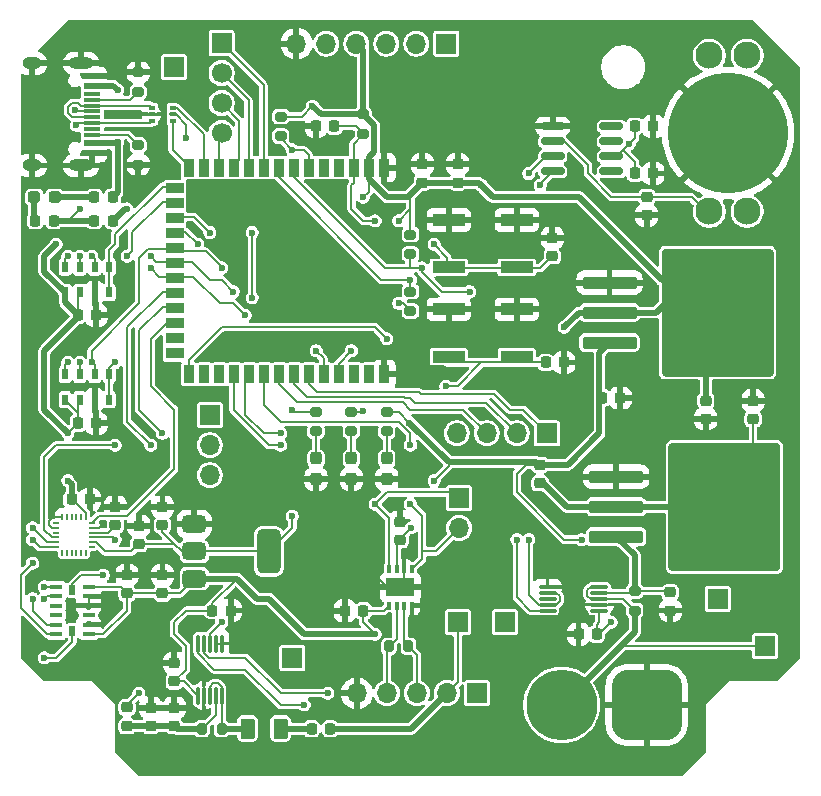
<source format=gbr>
%TF.GenerationSoftware,KiCad,Pcbnew,9.0.6*%
%TF.CreationDate,2025-12-27T23:02:07-08:00*%
%TF.ProjectId,Test Rocket Board,54657374-2052-46f6-936b-657420426f61,rev?*%
%TF.SameCoordinates,Original*%
%TF.FileFunction,Copper,L1,Top*%
%TF.FilePolarity,Positive*%
%FSLAX46Y46*%
G04 Gerber Fmt 4.6, Leading zero omitted, Abs format (unit mm)*
G04 Created by KiCad (PCBNEW 9.0.6) date 2025-12-27 23:02:07*
%MOMM*%
%LPD*%
G01*
G04 APERTURE LIST*
G04 Aperture macros list*
%AMRoundRect*
0 Rectangle with rounded corners*
0 $1 Rounding radius*
0 $2 $3 $4 $5 $6 $7 $8 $9 X,Y pos of 4 corners*
0 Add a 4 corners polygon primitive as box body*
4,1,4,$2,$3,$4,$5,$6,$7,$8,$9,$2,$3,0*
0 Add four circle primitives for the rounded corners*
1,1,$1+$1,$2,$3*
1,1,$1+$1,$4,$5*
1,1,$1+$1,$6,$7*
1,1,$1+$1,$8,$9*
0 Add four rect primitives between the rounded corners*
20,1,$1+$1,$2,$3,$4,$5,0*
20,1,$1+$1,$4,$5,$6,$7,0*
20,1,$1+$1,$6,$7,$8,$9,0*
20,1,$1+$1,$8,$9,$2,$3,0*%
G04 Aperture macros list end*
%TA.AperFunction,SMDPad,CuDef*%
%ADD10R,0.550000X0.950000*%
%TD*%
%TA.AperFunction,SMDPad,CuDef*%
%ADD11RoundRect,0.200000X0.275000X-0.200000X0.275000X0.200000X-0.275000X0.200000X-0.275000X-0.200000X0*%
%TD*%
%TA.AperFunction,SMDPad,CuDef*%
%ADD12RoundRect,0.237500X0.237500X-0.287500X0.237500X0.287500X-0.237500X0.287500X-0.237500X-0.287500X0*%
%TD*%
%TA.AperFunction,SMDPad,CuDef*%
%ADD13RoundRect,0.225000X0.250000X-0.225000X0.250000X0.225000X-0.250000X0.225000X-0.250000X-0.225000X0*%
%TD*%
%TA.AperFunction,SMDPad,CuDef*%
%ADD14RoundRect,0.200000X-0.275000X0.200000X-0.275000X-0.200000X0.275000X-0.200000X0.275000X0.200000X0*%
%TD*%
%TA.AperFunction,SMDPad,CuDef*%
%ADD15RoundRect,0.075000X-0.650000X-0.075000X0.650000X-0.075000X0.650000X0.075000X-0.650000X0.075000X0*%
%TD*%
%TA.AperFunction,ComponentPad*%
%ADD16R,1.700000X1.700000*%
%TD*%
%TA.AperFunction,ComponentPad*%
%ADD17C,1.700000*%
%TD*%
%TA.AperFunction,SMDPad,CuDef*%
%ADD18RoundRect,0.218750X0.218750X0.256250X-0.218750X0.256250X-0.218750X-0.256250X0.218750X-0.256250X0*%
%TD*%
%TA.AperFunction,ComponentPad*%
%ADD19O,1.700000X1.700000*%
%TD*%
%TA.AperFunction,SMDPad,CuDef*%
%ADD20RoundRect,0.200000X0.200000X0.275000X-0.200000X0.275000X-0.200000X-0.275000X0.200000X-0.275000X0*%
%TD*%
%TA.AperFunction,SMDPad,CuDef*%
%ADD21RoundRect,0.250000X-2.050000X-0.300000X2.050000X-0.300000X2.050000X0.300000X-2.050000X0.300000X0*%
%TD*%
%TA.AperFunction,SMDPad,CuDef*%
%ADD22RoundRect,0.250000X-2.025000X-2.375000X2.025000X-2.375000X2.025000X2.375000X-2.025000X2.375000X0*%
%TD*%
%TA.AperFunction,SMDPad,CuDef*%
%ADD23RoundRect,0.250002X-4.449998X-5.149998X4.449998X-5.149998X4.449998X5.149998X-4.449998X5.149998X0*%
%TD*%
%TA.AperFunction,SMDPad,CuDef*%
%ADD24RoundRect,0.225000X-0.225000X-0.250000X0.225000X-0.250000X0.225000X0.250000X-0.225000X0.250000X0*%
%TD*%
%TA.AperFunction,SMDPad,CuDef*%
%ADD25RoundRect,0.218750X-0.256250X0.218750X-0.256250X-0.218750X0.256250X-0.218750X0.256250X0.218750X0*%
%TD*%
%TA.AperFunction,SMDPad,CuDef*%
%ADD26R,0.900000X1.500000*%
%TD*%
%TA.AperFunction,SMDPad,CuDef*%
%ADD27R,1.500000X0.900000*%
%TD*%
%TA.AperFunction,HeatsinkPad*%
%ADD28C,0.600000*%
%TD*%
%TA.AperFunction,HeatsinkPad*%
%ADD29R,3.900000X3.900000*%
%TD*%
%TA.AperFunction,SMDPad,CuDef*%
%ADD30RoundRect,0.225000X-0.250000X0.225000X-0.250000X-0.225000X0.250000X-0.225000X0.250000X0.225000X0*%
%TD*%
%TA.AperFunction,SMDPad,CuDef*%
%ADD31R,2.750000X1.000000*%
%TD*%
%TA.AperFunction,SMDPad,CuDef*%
%ADD32RoundRect,0.218750X-0.218750X-0.256250X0.218750X-0.256250X0.218750X0.256250X-0.218750X0.256250X0*%
%TD*%
%TA.AperFunction,SMDPad,CuDef*%
%ADD33RoundRect,0.250000X0.375000X0.625000X-0.375000X0.625000X-0.375000X-0.625000X0.375000X-0.625000X0*%
%TD*%
%TA.AperFunction,SMDPad,CuDef*%
%ADD34R,0.350000X0.650000*%
%TD*%
%TA.AperFunction,SMDPad,CuDef*%
%ADD35R,2.400000X1.550000*%
%TD*%
%TA.AperFunction,SMDPad,CuDef*%
%ADD36R,1.450000X0.600000*%
%TD*%
%TA.AperFunction,SMDPad,CuDef*%
%ADD37R,1.450000X0.300000*%
%TD*%
%TA.AperFunction,HeatsinkPad*%
%ADD38O,2.100000X1.000000*%
%TD*%
%TA.AperFunction,HeatsinkPad*%
%ADD39O,1.600000X1.000000*%
%TD*%
%TA.AperFunction,SMDPad,CuDef*%
%ADD40RoundRect,0.150000X0.825000X0.150000X-0.825000X0.150000X-0.825000X-0.150000X0.825000X-0.150000X0*%
%TD*%
%TA.AperFunction,SMDPad,CuDef*%
%ADD41RoundRect,0.225000X0.225000X0.250000X-0.225000X0.250000X-0.225000X-0.250000X0.225000X-0.250000X0*%
%TD*%
%TA.AperFunction,SMDPad,CuDef*%
%ADD42RoundRect,0.375000X-0.625000X-0.375000X0.625000X-0.375000X0.625000X0.375000X-0.625000X0.375000X0*%
%TD*%
%TA.AperFunction,SMDPad,CuDef*%
%ADD43RoundRect,0.500000X-0.500000X-1.400000X0.500000X-1.400000X0.500000X1.400000X-0.500000X1.400000X0*%
%TD*%
%TA.AperFunction,SMDPad,CuDef*%
%ADD44RoundRect,0.075000X-0.075000X0.650000X-0.075000X-0.650000X0.075000X-0.650000X0.075000X0.650000X0*%
%TD*%
%TA.AperFunction,ComponentPad*%
%ADD45RoundRect,1.500000X1.500000X1.500000X-1.500000X1.500000X-1.500000X-1.500000X1.500000X-1.500000X0*%
%TD*%
%TA.AperFunction,ComponentPad*%
%ADD46C,6.000000*%
%TD*%
%TA.AperFunction,SMDPad,CuDef*%
%ADD47RoundRect,0.237500X0.287500X0.237500X-0.287500X0.237500X-0.287500X-0.237500X0.287500X-0.237500X0*%
%TD*%
%TA.AperFunction,SMDPad,CuDef*%
%ADD48RoundRect,0.093750X-0.156250X-0.093750X0.156250X-0.093750X0.156250X0.093750X-0.156250X0.093750X0*%
%TD*%
%TA.AperFunction,SMDPad,CuDef*%
%ADD49RoundRect,0.075000X-0.250000X-0.075000X0.250000X-0.075000X0.250000X0.075000X-0.250000X0.075000X0*%
%TD*%
%TA.AperFunction,SMDPad,CuDef*%
%ADD50RoundRect,0.050000X0.050000X-0.225000X0.050000X0.225000X-0.050000X0.225000X-0.050000X-0.225000X0*%
%TD*%
%TA.AperFunction,SMDPad,CuDef*%
%ADD51RoundRect,0.050000X0.225000X0.050000X-0.225000X0.050000X-0.225000X-0.050000X0.225000X-0.050000X0*%
%TD*%
%TA.AperFunction,SMDPad,CuDef*%
%ADD52C,10.200000*%
%TD*%
%TA.AperFunction,ComponentPad*%
%ADD53C,2.300000*%
%TD*%
%TA.AperFunction,SMDPad,CuDef*%
%ADD54R,1.117800X0.449200*%
%TD*%
%TA.AperFunction,SMDPad,CuDef*%
%ADD55R,0.500000X0.813000*%
%TD*%
%TA.AperFunction,ViaPad*%
%ADD56C,0.600000*%
%TD*%
%TA.AperFunction,Conductor*%
%ADD57C,0.500000*%
%TD*%
%TA.AperFunction,Conductor*%
%ADD58C,0.200000*%
%TD*%
G04 APERTURE END LIST*
D10*
%TO.P,U3,1,VDD*%
%TO.N,+3V3*%
X136750000Y-107150000D03*
%TO.P,U3,2,PS*%
X138000000Y-107150000D03*
%TO.P,U3,3,GND*%
%TO.N,GND*%
X139250000Y-107150000D03*
%TO.P,U3,4,CSB*%
%TO.N,/Barometer 1/CS*%
X140500000Y-107150000D03*
%TO.P,U3,5,CSB*%
X140500000Y-105000000D03*
%TO.P,U3,6,SDO*%
%TO.N,/ADXL375/MISO*%
X139250000Y-105000000D03*
%TO.P,U3,7,SDI/SDA*%
%TO.N,/ADXL375/MOSI*%
X138000000Y-105000000D03*
%TO.P,U3,8,SCLK*%
%TO.N,/ADXL375/SCK*%
X136750000Y-105000000D03*
%TD*%
D11*
%TO.P,R9,1*%
%TO.N,/Power/BATT_INPUT*%
X185000000Y-125000000D03*
%TO.P,R9,2*%
%TO.N,/Power/V_BATT*%
X185000000Y-123350000D03*
%TD*%
%TO.P,R3,1*%
%TO.N,+3V3*%
X166000000Y-99650000D03*
%TO.P,R3,2*%
%TO.N,/MCU/SCL*%
X166000000Y-98000000D03*
%TD*%
D12*
%TO.P,D2,1,K*%
%TO.N,GND*%
X158000000Y-113875000D03*
%TO.P,D2,2,A*%
%TO.N,Net-(D2-A)*%
X158000000Y-112125000D03*
%TD*%
D13*
%TO.P,C4,1*%
%TO.N,GND*%
X186000000Y-91550000D03*
%TO.P,C4,2*%
%TO.N,Net-(U1-VBAT)*%
X186000000Y-90000000D03*
%TD*%
D14*
%TO.P,R5,1*%
%TO.N,/Flashing/CC2*%
X142955000Y-85600000D03*
%TO.P,R5,2*%
%TO.N,GND*%
X142955000Y-87250000D03*
%TD*%
D12*
%TO.P,D4,1,K*%
%TO.N,GND*%
X164000000Y-113875000D03*
%TO.P,D4,2,A*%
%TO.N,Net-(D4-A)*%
X164000000Y-112125000D03*
%TD*%
D15*
%TO.P,U9,1,A1*%
%TO.N,GND*%
X177600000Y-123000000D03*
%TO.P,U9,2,A0*%
%TO.N,/MCU/SDA*%
X177600000Y-123500000D03*
%TO.P,U9,3,~{Alert}*%
%TO.N,unconnected-(U9-~{Alert}-Pad3)*%
X177600000Y-124000000D03*
%TO.P,U9,4,SDA*%
%TO.N,/MCU/SDA*%
X177600000Y-124500000D03*
%TO.P,U9,5,SCL*%
%TO.N,/MCU/SCL*%
X177600000Y-125000000D03*
%TO.P,U9,6,VS*%
%TO.N,+3V3*%
X182000000Y-125000000D03*
%TO.P,U9,7,GND*%
%TO.N,GND*%
X182000000Y-124500000D03*
%TO.P,U9,8,Vbus*%
%TO.N,/Power/BATT_INPUT*%
X182000000Y-124000000D03*
%TO.P,U9,9,Vin-*%
%TO.N,/Power/V_BATT*%
X182000000Y-123500000D03*
%TO.P,U9,10,Vin+*%
%TO.N,/Power/BATT_INPUT*%
X182000000Y-123000000D03*
%TD*%
D16*
%TO.P,J8,1,Pin_1*%
%TO.N,/MCU/IO16*%
X150000000Y-76960000D03*
D17*
%TO.P,J8,2,Pin_2*%
%TO.N,/MCU/IO17*%
X150000000Y-79500000D03*
%TO.P,J8,3,Pin_3*%
%TO.N,/MCU/IO18*%
X150000000Y-82040000D03*
%TO.P,J8,4,Pin_4*%
%TO.N,/MCU/IO8*%
X150000000Y-84580000D03*
%TD*%
D18*
%TO.P,D7,1,K*%
%TO.N,+5V*%
X140787500Y-92000000D03*
%TO.P,D7,2,A*%
%TO.N,/Flashing/V_USB*%
X139212500Y-92000000D03*
%TD*%
D11*
%TO.P,R6,1*%
%TO.N,Net-(D2-A)*%
X158000000Y-109825000D03*
%TO.P,R6,2*%
%TO.N,+1V8*%
X158000000Y-108175000D03*
%TD*%
D18*
%TO.P,F1,1*%
%TO.N,/Flashing/V_USB*%
X135787500Y-92000000D03*
%TO.P,F1,2*%
%TO.N,Net-(F1-Pad2)*%
X134212500Y-92000000D03*
%TD*%
D16*
%TO.P,J2,1,Pin_1*%
%TO.N,/MCU/IO42*%
X177540000Y-110000000D03*
D19*
%TO.P,J2,2,Pin_2*%
%TO.N,/MCU/IO41*%
X175000000Y-110000000D03*
%TO.P,J2,3,Pin_3*%
%TO.N,/MCU/IO40*%
X172460000Y-110000000D03*
%TO.P,J2,4,Pin_4*%
%TO.N,/MCU/IO39*%
X169920000Y-110000000D03*
%TD*%
D16*
%TO.P,TP4,1,1*%
%TO.N,+1V8*%
X156000000Y-129000000D03*
%TD*%
D20*
%TO.P,R10,1*%
%TO.N,Net-(U10-Vbus)*%
X150000000Y-135000000D03*
%TO.P,R10,2*%
%TO.N,/Power/V_BUS_Out*%
X148350000Y-135000000D03*
%TD*%
D21*
%TO.P,U6,1,GND*%
%TO.N,GND*%
X182850000Y-97235000D03*
%TO.P,U6,2,VO*%
%TO.N,+3V3*%
X182850000Y-99775000D03*
D22*
X189575000Y-97000000D03*
X189575000Y-102550000D03*
D23*
X192000000Y-99775000D03*
D22*
X194425000Y-97000000D03*
X194425000Y-102550000D03*
D21*
%TO.P,U6,3,VI*%
%TO.N,+5V*%
X182850000Y-102315000D03*
%TD*%
D24*
%TO.P,C10,1*%
%TO.N,+3V3*%
X137850000Y-100000000D03*
%TO.P,C10,2*%
%TO.N,GND*%
X139400000Y-100000000D03*
%TD*%
D25*
%TO.P,D6,1,K*%
%TO.N,+5V*%
X142000000Y-133212500D03*
%TO.P,D6,2,A*%
%TO.N,/Power/V_BUS_Out*%
X142000000Y-134787500D03*
%TD*%
D26*
%TO.P,IC1,1,GND_1*%
%TO.N,GND*%
X163781683Y-87500000D03*
%TO.P,IC1,2,3V3*%
%TO.N,+3V3*%
X162511683Y-87500000D03*
%TO.P,IC1,3,EN*%
%TO.N,/Flashing/EN*%
X161241683Y-87500000D03*
%TO.P,IC1,4,IO4*%
%TO.N,unconnected-(IC1-IO4-Pad4)*%
X159971683Y-87500000D03*
%TO.P,IC1,5,IO5*%
%TO.N,unconnected-(IC1-IO5-Pad5)*%
X158701683Y-87500000D03*
%TO.P,IC1,6,IO6*%
%TO.N,/MCU/INA_INT*%
X157431683Y-87500000D03*
%TO.P,IC1,7,IO7*%
%TO.N,/MCU/SDA*%
X156161683Y-87500000D03*
%TO.P,IC1,8,IO15*%
%TO.N,/MCU/SCL*%
X154891683Y-87500000D03*
%TO.P,IC1,9,IO16*%
%TO.N,/MCU/IO16*%
X153621683Y-87500000D03*
%TO.P,IC1,10,IO17*%
%TO.N,/MCU/IO17*%
X152351683Y-87500000D03*
%TO.P,IC1,11,IO18*%
%TO.N,/MCU/IO18*%
X151081683Y-87500000D03*
%TO.P,IC1,12,IO8*%
%TO.N,/MCU/IO8*%
X149811683Y-87500000D03*
%TO.P,IC1,13,IO19*%
%TO.N,/Flashing/D-*%
X148541683Y-87500000D03*
%TO.P,IC1,14,IO20*%
%TO.N,/Flashing/D+*%
X147271683Y-87500000D03*
D27*
%TO.P,IC1,15,IO3*%
%TO.N,/Barometer 2/CS*%
X146021683Y-89265000D03*
%TO.P,IC1,16,IO46*%
%TO.N,/Barometer 1/CS*%
X146021683Y-90535000D03*
%TO.P,IC1,17,IO9*%
%TO.N,/ADXL375/CS*%
X146021683Y-91805000D03*
%TO.P,IC1,18,IO10*%
%TO.N,/IMU (2g-16g)/CS*%
X146021683Y-93075000D03*
%TO.P,IC1,19,IO11*%
%TO.N,/ADXL375/MISO*%
X146021683Y-94345000D03*
%TO.P,IC1,20,IO12*%
%TO.N,/ADXL375/SCK*%
X146021683Y-95615000D03*
%TO.P,IC1,21,IO13*%
%TO.N,/ADXL375/MOSI*%
X146021683Y-96885000D03*
%TO.P,IC1,22,IO14*%
%TO.N,/ADXL375/INT1*%
X146021683Y-98155000D03*
%TO.P,IC1,23,IO21*%
%TO.N,/ADXL375/INT2*%
X146021683Y-99425000D03*
%TO.P,IC1,24,IO47*%
%TO.N,/IMU (2g-16g)/INT*%
X146021683Y-100695000D03*
%TO.P,IC1,25,IO48*%
%TO.N,unconnected-(IC1-IO48-Pad25)*%
X146021683Y-101965000D03*
%TO.P,IC1,26,IO45*%
%TO.N,unconnected-(IC1-IO45-Pad26)*%
X146021683Y-103235000D03*
D26*
%TO.P,IC1,27,IO0*%
%TO.N,/Flashing/IO0*%
X147271683Y-105000000D03*
%TO.P,IC1,28,IO35*%
%TO.N,unconnected-(IC1-IO35-Pad28)*%
X148541683Y-105000000D03*
%TO.P,IC1,29,IO36*%
%TO.N,unconnected-(IC1-IO36-Pad29)*%
X149811683Y-105000000D03*
%TO.P,IC1,30,IO37*%
%TO.N,/CAN Bus/CAN_RX*%
X151081683Y-105000000D03*
%TO.P,IC1,31,IO38*%
%TO.N,/CAN Bus/CAN_TX*%
X152351683Y-105000000D03*
%TO.P,IC1,32,IO39*%
%TO.N,/MCU/IO39*%
X153621683Y-105000000D03*
%TO.P,IC1,33,IO40*%
%TO.N,/MCU/IO40*%
X154891683Y-105000000D03*
%TO.P,IC1,34,IO41*%
%TO.N,/MCU/IO41*%
X156161683Y-105000000D03*
%TO.P,IC1,35,IO42*%
%TO.N,/MCU/IO42*%
X157431683Y-105000000D03*
%TO.P,IC1,36,RXD0*%
%TO.N,/Flashing/ESP_RX*%
X158701683Y-105000000D03*
%TO.P,IC1,37,TXD0*%
%TO.N,/Flashing/ESP_TX*%
X159971683Y-105000000D03*
%TO.P,IC1,38,IO2*%
%TO.N,unconnected-(IC1-IO2-Pad38)*%
X161241683Y-105000000D03*
%TO.P,IC1,39,IO1*%
%TO.N,unconnected-(IC1-IO1-Pad39)*%
X162511683Y-105000000D03*
%TO.P,IC1,40,GND_2*%
%TO.N,GND*%
X163781683Y-105000000D03*
D28*
%TO.P,IC1,41,GND_3*%
X156761683Y-93350000D03*
X155361683Y-93350000D03*
X157461683Y-94050000D03*
X156061683Y-94050000D03*
X154661683Y-94050000D03*
X156761683Y-94750000D03*
D29*
X156061683Y-94750000D03*
D28*
X155361683Y-94750000D03*
X157461683Y-95450000D03*
X156061683Y-95450000D03*
X154661683Y-95450000D03*
X156761683Y-96150000D03*
X155361683Y-96150000D03*
%TD*%
D30*
%TO.P,C3,1*%
%TO.N,GND*%
X170000000Y-87225000D03*
%TO.P,C3,2*%
%TO.N,+3V3*%
X170000000Y-88775000D03*
%TD*%
D25*
%TO.P,D5,1,K*%
%TO.N,+5V*%
X176968870Y-112653120D03*
%TO.P,D5,2,A*%
%TO.N,/Power/5V_LDO*%
X176968870Y-114228120D03*
%TD*%
D24*
%TO.P,C6,1*%
%TO.N,+3V3*%
X185000000Y-84000000D03*
%TO.P,C6,2*%
%TO.N,GND*%
X186550000Y-84000000D03*
%TD*%
D13*
%TO.P,C22,1*%
%TO.N,/Power/V_BUS_Out*%
X144000000Y-134775000D03*
%TO.P,C22,2*%
%TO.N,GND*%
X144000000Y-133225000D03*
%TD*%
D16*
%TO.P,J7,1,Pin_1*%
%TO.N,unconnected-(J7-Pin_1-Pad1)*%
X171620000Y-132000000D03*
D19*
%TO.P,J7,2,Pin_2*%
%TO.N,5V_BUS*%
X169080000Y-132000000D03*
%TO.P,J7,3,Pin_3*%
%TO.N,CANH*%
X166540000Y-132000000D03*
%TO.P,J7,4,Pin_4*%
%TO.N,CANL*%
X164000000Y-132000000D03*
%TO.P,J7,5,Pin_5*%
%TO.N,GND*%
X161460000Y-132000000D03*
%TD*%
D10*
%TO.P,U4,1,VDD*%
%TO.N,+3V3*%
X136750000Y-98075000D03*
%TO.P,U4,2,PS*%
X138000000Y-98075000D03*
%TO.P,U4,3,GND*%
%TO.N,GND*%
X139250000Y-98075000D03*
%TO.P,U4,4,CSB*%
%TO.N,/Barometer 2/CS*%
X140500000Y-98075000D03*
%TO.P,U4,5,CSB*%
X140500000Y-95925000D03*
%TO.P,U4,6,SDO*%
%TO.N,/ADXL375/MISO*%
X139250000Y-95925000D03*
%TO.P,U4,7,SDI/SDA*%
%TO.N,/ADXL375/MOSI*%
X138000000Y-95925000D03*
%TO.P,U4,8,SCLK*%
%TO.N,/ADXL375/SCK*%
X136750000Y-95925000D03*
%TD*%
D31*
%TO.P,SW2,1,1*%
%TO.N,GND*%
X169240000Y-99500000D03*
X175000000Y-99500000D03*
%TO.P,SW2,2,2*%
%TO.N,Net-(JP4-A)*%
X169240000Y-103500000D03*
X175000000Y-103500000D03*
%TD*%
D24*
%TO.P,C9,1*%
%TO.N,+3V3*%
X137850000Y-109150000D03*
%TO.P,C9,2*%
%TO.N,GND*%
X139400000Y-109150000D03*
%TD*%
D32*
%TO.P,D1,1,K*%
%TO.N,Net-(D1-K)*%
X139212500Y-90000000D03*
%TO.P,D1,2,A*%
%TO.N,/Flashing/VBUS*%
X140787500Y-90000000D03*
%TD*%
D33*
%TO.P,F2,1*%
%TO.N,Net-(D8-K)*%
X155000000Y-135000000D03*
%TO.P,F2,2*%
%TO.N,Net-(U10-Vbus)*%
X152200000Y-135000000D03*
%TD*%
D34*
%TO.P,U11,1,TXD*%
%TO.N,/CAN Bus/CAN_TX*%
X166125574Y-121476868D03*
%TO.P,U11,2,VSS*%
%TO.N,GND*%
X165475574Y-121476868D03*
%TO.P,U11,3,VDD*%
%TO.N,+5V*%
X164825574Y-121476868D03*
%TO.P,U11,4,RXD*%
%TO.N,/CAN Bus/CAN_RX*%
X164175574Y-121476868D03*
%TO.P,U11,5,VIO*%
%TO.N,+3V3*%
X164175574Y-124576868D03*
%TO.P,U11,6,CANL*%
%TO.N,CANL*%
X164825574Y-124576868D03*
%TO.P,U11,7,CANH*%
%TO.N,CANH*%
X165475574Y-124576868D03*
%TO.P,U11,8,STBY*%
%TO.N,GND*%
X166125574Y-124576868D03*
D35*
%TO.P,U11,9,VSS*%
X165150574Y-123026868D03*
%TD*%
D36*
%TO.P,J3,A1,GND*%
%TO.N,GND*%
X139045000Y-79750000D03*
%TO.P,J3,A4,VBUS*%
%TO.N,/Flashing/VBUS*%
X139045000Y-80550000D03*
D37*
%TO.P,J3,A5,CC1*%
%TO.N,/Flashing/CC1*%
X139045000Y-81750000D03*
%TO.P,J3,A6,D+*%
%TO.N,/Flashing/USB+*%
X139045000Y-82750000D03*
%TO.P,J3,A7,D-*%
%TO.N,/Flashing/USB-*%
X139045000Y-83250000D03*
%TO.P,J3,A8,SBU1*%
%TO.N,unconnected-(J3-SBU1-PadA8)*%
X139045000Y-84250000D03*
D36*
%TO.P,J3,A9,VBUS*%
%TO.N,/Flashing/VBUS*%
X139045000Y-85450000D03*
%TO.P,J3,A12,GND*%
%TO.N,GND*%
X139045000Y-86250000D03*
%TO.P,J3,B1,GND*%
X139045000Y-86250000D03*
%TO.P,J3,B4,VBUS*%
%TO.N,/Flashing/VBUS*%
X139045000Y-85450000D03*
D37*
%TO.P,J3,B5,CC2*%
%TO.N,/Flashing/CC2*%
X139045000Y-84750000D03*
%TO.P,J3,B6,D+*%
%TO.N,/Flashing/USB+*%
X139045000Y-83750000D03*
%TO.P,J3,B7,D-*%
%TO.N,/Flashing/USB-*%
X139045000Y-82250000D03*
%TO.P,J3,B8,SBU2*%
%TO.N,unconnected-(J3-SBU2-PadB8)*%
X139045000Y-81250000D03*
D36*
%TO.P,J3,B9,VBUS*%
%TO.N,/Flashing/VBUS*%
X139045000Y-80550000D03*
%TO.P,J3,B12,GND*%
%TO.N,GND*%
X139045000Y-79750000D03*
D38*
%TO.P,J3,S1,SHIELD*%
X138130000Y-78680000D03*
D39*
X133950000Y-78680000D03*
D38*
X138130000Y-87320000D03*
D39*
X133950000Y-87320000D03*
%TD*%
D20*
%TO.P,R12,1*%
%TO.N,CANH*%
X165825000Y-128046430D03*
%TO.P,R12,2*%
%TO.N,CANL*%
X164175000Y-128046430D03*
%TD*%
D30*
%TO.P,C18,1*%
%TO.N,GND*%
X195000000Y-107225000D03*
%TO.P,C18,2*%
%TO.N,/Power/5V_LDO*%
X195000000Y-108775000D03*
%TD*%
D40*
%TO.P,U1,1,32KHZ*%
%TO.N,unconnected-(U1-32KHZ-Pad1)*%
X183000000Y-87810000D03*
%TO.P,U1,2,VCC*%
%TO.N,+3V3*%
X183000000Y-86540000D03*
%TO.P,U1,3,~{INT}/SQW*%
%TO.N,unconnected-(U1-~{INT}{slash}SQW-Pad3)*%
X183000000Y-85270000D03*
%TO.P,U1,4,~{RST}*%
%TO.N,unconnected-(U1-~{RST}-Pad4)*%
X183000000Y-84000000D03*
%TO.P,U1,5,GND*%
%TO.N,GND*%
X178050000Y-84000000D03*
%TO.P,U1,6,VBAT*%
%TO.N,Net-(U1-VBAT)*%
X178050000Y-85270000D03*
%TO.P,U1,7,SDA*%
%TO.N,/MCU/SDA*%
X178050000Y-86540000D03*
%TO.P,U1,8,SCL*%
%TO.N,/MCU/SCL*%
X178050000Y-87810000D03*
%TD*%
D41*
%TO.P,C20,1*%
%TO.N,+3V3*%
X181775000Y-127000000D03*
%TO.P,C20,2*%
%TO.N,GND*%
X180225000Y-127000000D03*
%TD*%
D24*
%TO.P,C5,1*%
%TO.N,+3V3*%
X185000000Y-88000000D03*
%TO.P,C5,2*%
%TO.N,GND*%
X186550000Y-88000000D03*
%TD*%
D30*
%TO.P,C7,1*%
%TO.N,GND*%
X178000000Y-93450000D03*
%TO.P,C7,2*%
%TO.N,Net-(JP3-A)*%
X178000000Y-95000000D03*
%TD*%
D42*
%TO.P,U8,1,GND*%
%TO.N,GND*%
X147700000Y-117700000D03*
%TO.P,U8,2,VO*%
%TO.N,+1V8*%
X147700000Y-120000000D03*
D43*
X154000000Y-120000000D03*
D42*
%TO.P,U8,3,VI*%
%TO.N,+3V3*%
X147700000Y-122300000D03*
%TD*%
D44*
%TO.P,U10,1,A1*%
%TO.N,GND*%
X150000000Y-127800000D03*
%TO.P,U10,2,A0*%
X149500000Y-127800000D03*
%TO.P,U10,3,~{Alert}*%
%TO.N,/MCU/INA_INT*%
X149000000Y-127800000D03*
%TO.P,U10,4,SDA*%
%TO.N,/MCU/SDA*%
X148500000Y-127800000D03*
%TO.P,U10,5,SCL*%
%TO.N,/MCU/SCL*%
X148000000Y-127800000D03*
%TO.P,U10,6,VS*%
%TO.N,+3V3*%
X148000000Y-132200000D03*
%TO.P,U10,7,GND*%
%TO.N,GND*%
X148500000Y-132200000D03*
%TO.P,U10,8,Vbus*%
%TO.N,Net-(U10-Vbus)*%
X149000000Y-132200000D03*
%TO.P,U10,9,Vin-*%
%TO.N,/Power/V_BUS_Out*%
X149500000Y-132200000D03*
%TO.P,U10,10,Vin+*%
%TO.N,Net-(U10-Vbus)*%
X150000000Y-132200000D03*
%TD*%
D30*
%TO.P,C2,1*%
%TO.N,GND*%
X167000000Y-87228652D03*
%TO.P,C2,2*%
%TO.N,+3V3*%
X167000000Y-88778652D03*
%TD*%
D16*
%TO.P,J1,1,Pin_1*%
%TO.N,/ADXL375/MISO*%
X149000000Y-108475000D03*
D19*
%TO.P,J1,2,Pin_2*%
%TO.N,/ADXL375/SCK*%
X149000000Y-111015000D03*
%TO.P,J1,3,Pin_3*%
%TO.N,/ADXL375/MOSI*%
X149000000Y-113555000D03*
%TD*%
D13*
%TO.P,C23,1*%
%TO.N,+3V3*%
X146000000Y-131000000D03*
%TO.P,C23,2*%
%TO.N,GND*%
X146000000Y-129450000D03*
%TD*%
D30*
%TO.P,C11,1*%
%TO.N,GND*%
X143000000Y-117825000D03*
%TO.P,C11,2*%
%TO.N,+1V8*%
X143000000Y-119375000D03*
%TD*%
D45*
%TO.P,J5,1,Pin_1*%
%TO.N,GND*%
X186000000Y-133000000D03*
D46*
%TO.P,J5,2,Pin_2*%
%TO.N,/Power/BATT_INPUT*%
X178800000Y-133000000D03*
%TD*%
D13*
%TO.P,C27,1*%
%TO.N,+3V3*%
X142000000Y-123550000D03*
%TO.P,C27,2*%
%TO.N,GND*%
X142000000Y-122000000D03*
%TD*%
D16*
%TO.P,J6,1,Pin_1*%
%TO.N,/CAN Bus/CAN_RX*%
X170110000Y-115485000D03*
D19*
%TO.P,J6,2,Pin_2*%
%TO.N,/CAN Bus/CAN_TX*%
X170110000Y-118025000D03*
%TD*%
D16*
%TO.P,5V1,1,1*%
%TO.N,+5V*%
X192000000Y-124000000D03*
%TD*%
D11*
%TO.P,R7,1*%
%TO.N,Net-(D3-A)*%
X161000000Y-109825000D03*
%TO.P,R7,2*%
%TO.N,+3V3*%
X161000000Y-108175000D03*
%TD*%
D16*
%TO.P,TP5,1,1*%
%TO.N,/Flashing/V_USB*%
X146000000Y-79000000D03*
%TD*%
D13*
%TO.P,C21,1*%
%TO.N,/Power/V_BUS_Out*%
X146000000Y-134775000D03*
%TO.P,C21,2*%
%TO.N,GND*%
X146000000Y-133225000D03*
%TD*%
D47*
%TO.P,FB1,1*%
%TO.N,Net-(D1-K)*%
X135875000Y-90000000D03*
%TO.P,FB1,2*%
%TO.N,Net-(F1-Pad2)*%
X134125000Y-90000000D03*
%TD*%
D48*
%TO.P,U2,1,I/O1*%
%TO.N,/Flashing/USB-*%
X144151036Y-82445306D03*
D49*
%TO.P,U2,2,GND*%
%TO.N,GND*%
X144076036Y-82982806D03*
D48*
%TO.P,U2,3,I/O2*%
%TO.N,/Flashing/USB+*%
X144151036Y-83520306D03*
%TO.P,U2,4,I/O2*%
%TO.N,/Flashing/D+*%
X145851036Y-83520306D03*
D49*
%TO.P,U2,5,VBUS*%
%TO.N,/Flashing/V_USB*%
X145926036Y-82982806D03*
D48*
%TO.P,U2,6,I/O1*%
%TO.N,/Flashing/D-*%
X145851036Y-82445306D03*
%TD*%
D12*
%TO.P,D3,1,K*%
%TO.N,GND*%
X161000000Y-113875000D03*
%TO.P,D3,2,A*%
%TO.N,Net-(D3-A)*%
X161000000Y-112125000D03*
%TD*%
D13*
%TO.P,C25,1*%
%TO.N,+5V*%
X165110000Y-119025000D03*
%TO.P,C25,2*%
%TO.N,GND*%
X165110000Y-117475000D03*
%TD*%
D11*
%TO.P,R8,1*%
%TO.N,Net-(D4-A)*%
X164000000Y-109825000D03*
%TO.P,R8,2*%
%TO.N,+5V*%
X164000000Y-108175000D03*
%TD*%
%TO.P,R4,1*%
%TO.N,/Flashing/CC1*%
X142955000Y-81075000D03*
%TO.P,R4,2*%
%TO.N,GND*%
X142955000Y-79425000D03*
%TD*%
%TO.P,R11,1*%
%TO.N,/MCU/INA_INT*%
X155000000Y-84825000D03*
%TO.P,R11,2*%
%TO.N,+3V3*%
X155000000Y-83175000D03*
%TD*%
D13*
%TO.P,C15,1*%
%TO.N,GND*%
X188000000Y-125000000D03*
%TO.P,C15,2*%
%TO.N,/Power/V_BATT*%
X188000000Y-123450000D03*
%TD*%
D21*
%TO.P,U7,1,GND*%
%TO.N,GND*%
X183425000Y-113685000D03*
%TO.P,U7,2,VO*%
%TO.N,/Power/5V_LDO*%
X183425000Y-116225000D03*
D22*
X190150000Y-113450000D03*
X190150000Y-119000000D03*
D23*
X192575000Y-116225000D03*
D22*
X195000000Y-113450000D03*
X195000000Y-119000000D03*
D21*
%TO.P,U7,3,VI*%
%TO.N,/Power/V_BATT*%
X183425000Y-118765000D03*
%TD*%
D13*
%TO.P,C13,1*%
%TO.N,Net-(U5-REGOUT)*%
X141000000Y-117775000D03*
%TO.P,C13,2*%
%TO.N,GND*%
X141000000Y-116225000D03*
%TD*%
D16*
%TO.P,TP1,1,1*%
%TO.N,5V_BUS*%
X170000000Y-126000000D03*
%TD*%
D14*
%TO.P,R2,1*%
%TO.N,+3V3*%
X166000000Y-93175000D03*
%TO.P,R2,2*%
%TO.N,/MCU/SDA*%
X166000000Y-94825000D03*
%TD*%
D16*
%TO.P,J4,1,Pin_1*%
%TO.N,unconnected-(J4-Pin_1-Pad1)*%
X169040000Y-77000000D03*
D19*
%TO.P,J4,2,Pin_2*%
%TO.N,Net-(J4-Pin_2)*%
X166500000Y-77000000D03*
%TO.P,J4,3,Pin_3*%
%TO.N,Net-(J4-Pin_3)*%
X163960000Y-77000000D03*
%TO.P,J4,4,Pin_4*%
%TO.N,+3V3*%
X161420000Y-77000000D03*
%TO.P,J4,5,Pin_5*%
%TO.N,unconnected-(J4-Pin_5-Pad5)*%
X158880000Y-77000000D03*
%TO.P,J4,6,Pin_6*%
%TO.N,GND*%
X156340000Y-77000000D03*
%TD*%
D16*
%TO.P,TP2,1,1*%
%TO.N,+3V3*%
X174000000Y-126000000D03*
%TD*%
D13*
%TO.P,C26,1*%
%TO.N,+3V3*%
X145000000Y-123550000D03*
%TO.P,C26,2*%
%TO.N,GND*%
X145000000Y-122000000D03*
%TD*%
D50*
%TO.P,U5,1,NC*%
%TO.N,unconnected-(U5-NC-Pad1)*%
X136500000Y-120100000D03*
%TO.P,U5,2,NC*%
%TO.N,unconnected-(U5-NC-Pad2)*%
X136900000Y-120100000D03*
%TO.P,U5,3,NC*%
%TO.N,unconnected-(U5-NC-Pad3)*%
X137300000Y-120100000D03*
%TO.P,U5,4,NC*%
%TO.N,unconnected-(U5-NC-Pad4)*%
X137700000Y-120100000D03*
%TO.P,U5,5,NC*%
%TO.N,unconnected-(U5-NC-Pad5)*%
X138100000Y-120100000D03*
%TO.P,U5,6,NC*%
%TO.N,unconnected-(U5-NC-Pad6)*%
X138500000Y-120100000D03*
D51*
%TO.P,U5,7,AUX_CL*%
%TO.N,unconnected-(U5-AUX_CL-Pad7)*%
X139000000Y-119600000D03*
%TO.P,U5,8,VDDIO*%
%TO.N,+1V8*%
X139000000Y-119200000D03*
%TO.P,U5,9,SDO/AD0*%
%TO.N,/ADXL375/MISO*%
X139000000Y-118800000D03*
%TO.P,U5,10,REGOUT*%
%TO.N,Net-(U5-REGOUT)*%
X139000000Y-118400000D03*
%TO.P,U5,11,FSYNC*%
%TO.N,GND*%
X139000000Y-118000000D03*
%TO.P,U5,12,INT1*%
%TO.N,/IMU (2g-16g)/INT*%
X139000000Y-117600000D03*
D50*
%TO.P,U5,13,VDD*%
%TO.N,+3V3*%
X138500000Y-117100000D03*
%TO.P,U5,14,NC*%
%TO.N,unconnected-(U5-NC-Pad14)*%
X138100000Y-117100000D03*
%TO.P,U5,15,NC*%
%TO.N,unconnected-(U5-NC-Pad15)*%
X137700000Y-117100000D03*
%TO.P,U5,16,NC*%
%TO.N,unconnected-(U5-NC-Pad16)*%
X137300000Y-117100000D03*
%TO.P,U5,17,NC*%
%TO.N,unconnected-(U5-NC-Pad17)*%
X136900000Y-117100000D03*
%TO.P,U5,18,GND*%
%TO.N,GND*%
X136500000Y-117100000D03*
D51*
%TO.P,U5,19,RESV*%
%TO.N,unconnected-(U5-RESV-Pad19)*%
X136000000Y-117600000D03*
%TO.P,U5,20,GND*%
%TO.N,GND*%
X136000000Y-118000000D03*
%TO.P,U5,21,AUX_DA*%
%TO.N,unconnected-(U5-AUX_DA-Pad21)*%
X136000000Y-118400000D03*
%TO.P,U5,22,~{CS}*%
%TO.N,/IMU (2g-16g)/CS*%
X136000000Y-118800000D03*
%TO.P,U5,23,SCL/SCLK*%
%TO.N,/ADXL375/SCK*%
X136000000Y-119200000D03*
%TO.P,U5,24,SDA/SDI*%
%TO.N,/ADXL375/MOSI*%
X136000000Y-119600000D03*
%TD*%
D52*
%TO.P,BT1,N*%
%TO.N,GND*%
X192900000Y-84600000D03*
D53*
%TO.P,BT1,P1*%
%TO.N,Net-(U1-VBAT)*%
X191300000Y-91200000D03*
%TO.P,BT1,P2*%
%TO.N,N/C*%
X194500000Y-91200000D03*
%TO.P,BT1,P3*%
X194500000Y-78000000D03*
%TO.P,BT1,P4*%
X191300000Y-78000000D03*
%TD*%
D24*
%TO.P,C16,1*%
%TO.N,+3V3*%
X149225000Y-125000000D03*
%TO.P,C16,2*%
%TO.N,GND*%
X150775000Y-125000000D03*
%TD*%
D31*
%TO.P,SW1,1,1*%
%TO.N,GND*%
X169240000Y-91950000D03*
X175000000Y-91950000D03*
%TO.P,SW1,2,2*%
%TO.N,Net-(JP3-A)*%
X169240000Y-95950000D03*
X175000000Y-95950000D03*
%TD*%
D24*
%TO.P,C12,1*%
%TO.N,+3V3*%
X137305000Y-115600000D03*
%TO.P,C12,2*%
%TO.N,GND*%
X138855000Y-115600000D03*
%TD*%
D32*
%TO.P,D8,1,K*%
%TO.N,Net-(D8-K)*%
X157625000Y-135000000D03*
%TO.P,D8,2,A*%
%TO.N,5V_BUS*%
X159200000Y-135000000D03*
%TD*%
D24*
%TO.P,C24,1*%
%TO.N,GND*%
X160450000Y-125025000D03*
%TO.P,C24,2*%
%TO.N,+3V3*%
X162000000Y-125025000D03*
%TD*%
%TO.P,C1,1*%
%TO.N,GND*%
X158000000Y-84000000D03*
%TO.P,C1,2*%
%TO.N,/Flashing/EN*%
X159550000Y-84000000D03*
%TD*%
D13*
%TO.P,C19,1*%
%TO.N,+1V8*%
X145000000Y-117775000D03*
%TO.P,C19,2*%
%TO.N,GND*%
X145000000Y-116225000D03*
%TD*%
%TO.P,C17,1*%
%TO.N,GND*%
X191000000Y-108775000D03*
%TO.P,C17,2*%
%TO.N,+3V3*%
X191000000Y-107225000D03*
%TD*%
D16*
%TO.P,TP3,1,1*%
%TO.N,/Power/BATT_INPUT*%
X196000000Y-128000000D03*
%TD*%
D41*
%TO.P,C8,1*%
%TO.N,GND*%
X179000000Y-104000000D03*
%TO.P,C8,2*%
%TO.N,Net-(JP4-A)*%
X177450000Y-104000000D03*
%TD*%
%TO.P,C14,1*%
%TO.N,GND*%
X183775000Y-107000000D03*
%TO.P,C14,2*%
%TO.N,+5V*%
X182225000Y-107000000D03*
%TD*%
D54*
%TO.P,U12,1,VDDI/O*%
%TO.N,+3V3*%
X138741802Y-127000000D03*
%TO.P,U12,2,GND*%
%TO.N,GND*%
X138741802Y-126199999D03*
%TO.P,U12,3,RESERVED*%
%TO.N,unconnected-(U12-RESERVED-Pad3)*%
X138741802Y-125399998D03*
%TO.P,U12,4,GND*%
%TO.N,GND*%
X138741802Y-124600000D03*
%TO.P,U12,5,GND*%
X138741802Y-123799999D03*
%TO.P,U12,6,VS*%
%TO.N,+3V3*%
X138741802Y-123000000D03*
D55*
%TO.P,U12,7,\u002ACS*%
%TO.N,/ADXL375/CS*%
X137370901Y-123281501D03*
D54*
%TO.P,U12,8,INT1*%
%TO.N,/ADXL375/INT1*%
X136000000Y-122999998D03*
%TO.P,U12,9,INT2*%
%TO.N,/ADXL375/INT2*%
X136000000Y-123799999D03*
%TO.P,U12,10,NC*%
%TO.N,unconnected-(U12-NC-Pad10)*%
X136000000Y-124600000D03*
%TO.P,U12,11,RESERVED*%
%TO.N,unconnected-(U12-RESERVED-Pad11)*%
X136000000Y-125399998D03*
%TO.P,U12,12,SDO/ALTADDRESS*%
%TO.N,/ADXL375/MISO*%
X136000000Y-126199999D03*
%TO.P,U12,13,SDA/SDI/SDIO*%
%TO.N,/ADXL375/MOSI*%
X136000000Y-126999998D03*
D55*
%TO.P,U12,14,SCL/SCLK*%
%TO.N,/ADXL375/SCK*%
X137370901Y-126718497D03*
%TD*%
D14*
%TO.P,R1,1*%
%TO.N,+3V3*%
X162000000Y-83000000D03*
%TO.P,R1,2*%
%TO.N,/Flashing/EN*%
X162000000Y-84650000D03*
%TD*%
D56*
%TO.N,/Flashing/VBUS*%
X141194898Y-85350000D03*
X141194898Y-80929128D03*
%TO.N,/Flashing/V_USB*%
X138000000Y-91000000D03*
X147000000Y-85000000D03*
%TO.N,Net-(JP3-A)*%
X168000000Y-94000000D03*
%TO.N,/MCU/SDA*%
X176000000Y-119000000D03*
X167000000Y-96000000D03*
X176000000Y-88000000D03*
X171000000Y-98000000D03*
X159000000Y-132000000D03*
%TO.N,GND*%
X140000000Y-117600000D03*
X166000000Y-120000000D03*
X164500000Y-116000000D03*
X138400000Y-114000000D03*
X143000000Y-83000000D03*
X140500000Y-125000000D03*
X163000000Y-122000000D03*
%TO.N,Net-(JP4-A)*%
X169000000Y-106000000D03*
%TO.N,+1V8*%
X156000000Y-108000000D03*
X156000000Y-117000000D03*
%TO.N,+5V*%
X142000000Y-91000000D03*
X165912500Y-109087500D03*
X143000000Y-132000000D03*
X166019883Y-118009944D03*
X168000000Y-114000000D03*
X180500000Y-119000000D03*
%TO.N,+3V3*%
X165000000Y-92000000D03*
X184500000Y-85500000D03*
X172000000Y-89000000D03*
X165000000Y-99000000D03*
X136000000Y-94000000D03*
X162000000Y-108075000D03*
X183000000Y-126000000D03*
X162000000Y-90000000D03*
X137000000Y-114000000D03*
X179000000Y-101000000D03*
X163000000Y-127000000D03*
X157702500Y-82297500D03*
X137000000Y-110000000D03*
%TO.N,/MCU/SCL*%
X177000000Y-89000000D03*
X166000000Y-97000000D03*
X175000000Y-119000000D03*
X157000000Y-133000000D03*
%TO.N,/Flashing/USB+*%
X137592184Y-82618065D03*
X137720102Y-83929128D03*
%TO.N,/Flashing/EN*%
X163000000Y-92000000D03*
%TO.N,/Flashing/IO0*%
X164000000Y-102000000D03*
%TO.N,/Flashing/ESP_TX*%
X161000000Y-103000000D03*
%TO.N,/Flashing/ESP_RX*%
X158000000Y-103000000D03*
%TO.N,/Barometer 1/CS*%
X142000000Y-95000000D03*
X141000000Y-104000000D03*
%TO.N,/IMU (2g-16g)/CS*%
X141000000Y-111000000D03*
X148000000Y-94000000D03*
%TO.N,/CAN Bus/CAN_TX*%
X166000000Y-116000000D03*
X155000000Y-110000000D03*
%TO.N,/CAN Bus/CAN_RX*%
X155000000Y-111000000D03*
X163000000Y-116000000D03*
%TO.N,/ADXL375/CS*%
X149000000Y-93000000D03*
X140000000Y-122000000D03*
%TO.N,/ADXL375/INT2*%
X135000000Y-124000000D03*
X145000000Y-110000000D03*
%TO.N,/ADXL375/SCK*%
X151000000Y-98000000D03*
X134000000Y-118000000D03*
X135000000Y-129000000D03*
X144000000Y-95000000D03*
X137000000Y-104000000D03*
X137000000Y-95000000D03*
%TO.N,/ADXL375/MOSI*%
X152000000Y-100000000D03*
X138000000Y-95000000D03*
X138000000Y-104000000D03*
X134000000Y-119000000D03*
X144000000Y-96000000D03*
X134000000Y-121000000D03*
%TO.N,/ADXL375/INT1*%
X135000000Y-123000000D03*
X144000000Y-111000000D03*
%TO.N,/ADXL375/MISO*%
X139000000Y-104000000D03*
X139000000Y-95000000D03*
X141000000Y-119000000D03*
X150000000Y-96000000D03*
X134000000Y-124000000D03*
%TO.N,/MCU/INA_INT*%
X150000000Y-126000000D03*
X156000000Y-86000000D03*
X152600000Y-93000000D03*
X152600000Y-98500000D03*
%TO.N,/MCU/IO39*%
X166000000Y-111000000D03*
%TD*%
D57*
%TO.N,Net-(D1-K)*%
X139212500Y-90000000D02*
X135875000Y-90000000D01*
%TO.N,/Flashing/VBUS*%
X140815770Y-80550000D02*
X141194898Y-80929128D01*
X141194898Y-89592602D02*
X140787500Y-90000000D01*
X141094898Y-85450000D02*
X141194898Y-85350000D01*
X138915000Y-80550000D02*
X140815770Y-80550000D01*
X138915000Y-85450000D02*
X141094898Y-85450000D01*
X141194898Y-85350000D02*
X141194898Y-89592602D01*
%TO.N,Net-(F1-Pad2)*%
X134125000Y-91912500D02*
X134212500Y-92000000D01*
X134125000Y-90000000D02*
X134125000Y-91912500D01*
D58*
%TO.N,/Flashing/V_USB*%
X147000000Y-83859824D02*
X147000000Y-85000000D01*
X145926036Y-82982806D02*
X146122982Y-82982806D01*
D57*
X135787500Y-92000000D02*
X137000000Y-92000000D01*
X137000000Y-92000000D02*
X139212500Y-92000000D01*
D58*
X138000000Y-91000000D02*
X137000000Y-92000000D01*
X146122982Y-82982806D02*
X147000000Y-83859824D01*
%TO.N,Net-(JP3-A)*%
X177000000Y-96000000D02*
X178000000Y-95000000D01*
X168000000Y-94000000D02*
X169120000Y-95120000D01*
X174880000Y-96000000D02*
X177000000Y-96000000D01*
X169120000Y-95120000D02*
X169120000Y-96000000D01*
X169120000Y-96000000D02*
X174880000Y-96000000D01*
%TO.N,/MCU/SDA*%
X148500000Y-127800000D02*
X148500000Y-128557410D01*
X163800000Y-96000000D02*
X166000000Y-96000000D01*
X171000000Y-98000000D02*
X168645000Y-98000000D01*
X178625000Y-124232410D02*
X178357410Y-124500000D01*
X148500000Y-128557410D02*
X148942590Y-129000000D01*
X156100000Y-87350000D02*
X156100000Y-88300000D01*
X168645000Y-98000000D02*
X167000000Y-96355000D01*
X176000000Y-123657410D02*
X176842590Y-124500000D01*
X177600000Y-123500000D02*
X178357410Y-123500000D01*
X156100000Y-88300000D02*
X163800000Y-96000000D01*
X176000000Y-88000000D02*
X177460000Y-86540000D01*
X166000000Y-96000000D02*
X167000000Y-96000000D01*
X176000000Y-119000000D02*
X176000000Y-123657410D01*
X178357410Y-124500000D02*
X177600000Y-124500000D01*
X178357410Y-123500000D02*
X178625000Y-123767590D01*
X167000000Y-96355000D02*
X167000000Y-96000000D01*
X178625000Y-123767590D02*
X178625000Y-124232410D01*
X166000000Y-94825000D02*
X166000000Y-96000000D01*
X177460000Y-86540000D02*
X178050000Y-86540000D01*
X176842590Y-124500000D02*
X177600000Y-124500000D01*
X159000000Y-132000000D02*
X155000000Y-132000000D01*
X155000000Y-132000000D02*
X152000000Y-129000000D01*
X148942590Y-129000000D02*
X152000000Y-129000000D01*
%TO.N,GND*%
X165110000Y-117475000D02*
X165110000Y-116610000D01*
X139000000Y-118000000D02*
X139600000Y-118000000D01*
X144076036Y-82982806D02*
X143017194Y-82982806D01*
X135424000Y-117403226D02*
X135424000Y-117796774D01*
X165475574Y-120524426D02*
X166000000Y-120000000D01*
X165475574Y-122701868D02*
X165475574Y-121476868D01*
X136000000Y-118000000D02*
X135629226Y-118000000D01*
X138741802Y-124600000D02*
X140100000Y-124600000D01*
X165150574Y-123026868D02*
X165475574Y-122701868D01*
X139600000Y-118000000D02*
X140000000Y-117600000D01*
X138741802Y-123799999D02*
X138741802Y-124600000D01*
X149500000Y-127800000D02*
X150000000Y-127800000D01*
X135629226Y-118000000D02*
X135628226Y-118001000D01*
X136500000Y-117100000D02*
X135727226Y-117100000D01*
X135424000Y-117796774D02*
X135628226Y-118001000D01*
X135727226Y-117100000D02*
X135424000Y-117403226D01*
X165150574Y-123026868D02*
X164026868Y-123026868D01*
X164026868Y-123026868D02*
X163000000Y-122000000D01*
X165110000Y-116610000D02*
X164500000Y-116000000D01*
X140100000Y-124600000D02*
X140500000Y-125000000D01*
X143017194Y-82982806D02*
X143000000Y-83000000D01*
X165475574Y-121476868D02*
X165475574Y-120524426D01*
%TO.N,Net-(JP4-A)*%
X174880000Y-104000000D02*
X177450000Y-104000000D01*
X169120000Y-104000000D02*
X172000000Y-104000000D01*
X170000000Y-106000000D02*
X172000000Y-104000000D01*
X169000000Y-106000000D02*
X170000000Y-106000000D01*
X172000000Y-104000000D02*
X174880000Y-104000000D01*
%TO.N,+1V8*%
X156175000Y-108175000D02*
X156000000Y-108000000D01*
X158000000Y-108175000D02*
X156175000Y-108175000D01*
X154000000Y-120000000D02*
X156000000Y-118000000D01*
X147700000Y-120000000D02*
X154000000Y-120000000D01*
X140171360Y-120000000D02*
X142375000Y-120000000D01*
X142375000Y-120000000D02*
X143000000Y-119375000D01*
X146625000Y-120000000D02*
X147700000Y-120000000D01*
X145000000Y-117775000D02*
X145000000Y-118375000D01*
X156000000Y-118000000D02*
X156000000Y-117000000D01*
X146000000Y-119375000D02*
X146625000Y-120000000D01*
X143000000Y-119375000D02*
X146000000Y-119375000D01*
X139000000Y-119200000D02*
X139371360Y-119200000D01*
X139371360Y-119200000D02*
X140171360Y-120000000D01*
X145000000Y-118375000D02*
X146000000Y-119375000D01*
%TO.N,Net-(U5-REGOUT)*%
X140375000Y-118400000D02*
X141000000Y-117775000D01*
X139000000Y-118400000D02*
X140375000Y-118400000D01*
%TO.N,+5V*%
X169250000Y-112750000D02*
X169250000Y-112425000D01*
X175000000Y-115000000D02*
X175000000Y-113425000D01*
X180500000Y-119000000D02*
X179000000Y-119000000D01*
D57*
X176820688Y-112653120D02*
X176968870Y-112653120D01*
D58*
X175771880Y-112653120D02*
X176968870Y-112653120D01*
X168000000Y-114000000D02*
X169250000Y-112750000D01*
D57*
X182000000Y-110000000D02*
X179346880Y-112653120D01*
D58*
X142000000Y-133212500D02*
X142000000Y-133000000D01*
X164825574Y-121476868D02*
X164825574Y-119309426D01*
X165110000Y-119025000D02*
X165110000Y-118919827D01*
X165110000Y-118919827D02*
X166019883Y-118009944D01*
D57*
X182000000Y-103165000D02*
X182000000Y-110000000D01*
X169250000Y-112425000D02*
X176592568Y-112425000D01*
X182850000Y-102315000D02*
X182000000Y-103165000D01*
D58*
X165825000Y-109000000D02*
X166000000Y-109000000D01*
D57*
X176592568Y-112425000D02*
X176820688Y-112653120D01*
X141787500Y-91000000D02*
X140787500Y-92000000D01*
D58*
X175000000Y-113425000D02*
X175771880Y-112653120D01*
X165000000Y-108175000D02*
X165912500Y-109087500D01*
X164000000Y-108175000D02*
X165000000Y-108175000D01*
D57*
X179346880Y-112653120D02*
X176968870Y-112653120D01*
D58*
X142000000Y-133000000D02*
X143000000Y-132000000D01*
X179000000Y-119000000D02*
X175000000Y-115000000D01*
D57*
X142000000Y-91000000D02*
X141787500Y-91000000D01*
X165912500Y-109087500D02*
X169250000Y-112425000D01*
D58*
X164825574Y-119309426D02*
X165110000Y-119025000D01*
D57*
%TO.N,/Power/V_BATT*%
X183425000Y-118765000D02*
X185000000Y-120340000D01*
D58*
X187900000Y-123350000D02*
X188000000Y-123450000D01*
X184850000Y-123500000D02*
X185000000Y-123350000D01*
X185000000Y-123350000D02*
X187900000Y-123350000D01*
D57*
X185000000Y-120340000D02*
X185000000Y-123350000D01*
D58*
X182000000Y-123500000D02*
X184850000Y-123500000D01*
%TO.N,/Power/5V_LDO*%
X195000000Y-108775000D02*
X195000000Y-113450000D01*
D57*
X179225000Y-116225000D02*
X177228120Y-114228120D01*
X183425000Y-116225000D02*
X192575000Y-116225000D01*
X179225000Y-116225000D02*
X183425000Y-116225000D01*
X177228120Y-114228120D02*
X176968870Y-114228120D01*
%TO.N,/Power/V_BUS_Out*%
X144000000Y-134775000D02*
X142012500Y-134775000D01*
X146000000Y-134775000D02*
X144000000Y-134775000D01*
D58*
X149500000Y-133850000D02*
X148350000Y-135000000D01*
D57*
X148350000Y-135000000D02*
X146225000Y-135000000D01*
D58*
X149500000Y-132200000D02*
X149500000Y-133850000D01*
D57*
X142012500Y-134775000D02*
X142000000Y-134787500D01*
X146225000Y-135000000D02*
X146000000Y-134775000D01*
D58*
%TO.N,Net-(D2-A)*%
X158000000Y-109825000D02*
X158000000Y-112125000D01*
D57*
%TO.N,+3V3*%
X162000000Y-83000000D02*
X162000000Y-77580000D01*
X189575000Y-97000000D02*
X186800000Y-99775000D01*
X137305000Y-114305000D02*
X137000000Y-114000000D01*
X135000000Y-108000000D02*
X137000000Y-110000000D01*
D58*
X140000000Y-127000000D02*
X142000000Y-125000000D01*
D57*
X162925000Y-86150000D02*
X162925000Y-83925000D01*
X137305000Y-115600000D02*
X137305000Y-114305000D01*
X135000000Y-95000000D02*
X135000000Y-96000000D01*
D58*
X181775000Y-126225000D02*
X181775000Y-127000000D01*
X163727442Y-125025000D02*
X164175574Y-124576868D01*
D57*
X158405000Y-83000000D02*
X162000000Y-83000000D01*
D58*
X137371360Y-115600000D02*
X137305000Y-115600000D01*
X161000000Y-108175000D02*
X161900000Y-108175000D01*
D57*
X186800000Y-99775000D02*
X182850000Y-99775000D01*
D58*
X162000000Y-90000000D02*
X162450000Y-89550000D01*
X182000000Y-125000000D02*
X182000000Y-126000000D01*
X149225000Y-125000000D02*
X149225000Y-124375000D01*
X162450000Y-89550000D02*
X162450000Y-87350000D01*
D57*
X169996348Y-88778652D02*
X170000000Y-88775000D01*
D58*
X184500000Y-85500000D02*
X184000000Y-86000000D01*
X182000000Y-126000000D02*
X181775000Y-126225000D01*
X162000000Y-126000000D02*
X163000000Y-127000000D01*
X147000000Y-130000000D02*
X147000000Y-128000000D01*
X162000000Y-125025000D02*
X163727442Y-125025000D01*
D57*
X170000000Y-88775000D02*
X171775000Y-88775000D01*
D58*
X146000000Y-126000000D02*
X147000000Y-125000000D01*
X149225000Y-125000000D02*
X147000000Y-125000000D01*
X137000000Y-110000000D02*
X137850000Y-109150000D01*
D57*
X157000000Y-127000000D02*
X154000000Y-124000000D01*
X136000000Y-94000000D02*
X135000000Y-95000000D01*
D58*
X161900000Y-108175000D02*
X162000000Y-108075000D01*
D57*
X162450000Y-87350000D02*
X162450000Y-88450000D01*
D58*
X141450000Y-123000000D02*
X142000000Y-123550000D01*
D57*
X164000000Y-90000000D02*
X165778652Y-90000000D01*
D58*
X137850000Y-109150000D02*
X137850000Y-107300000D01*
D57*
X135000000Y-96325000D02*
X136750000Y-98075000D01*
D58*
X181775000Y-127000000D02*
X182000000Y-127000000D01*
X165000000Y-99000000D02*
X165350000Y-99000000D01*
D57*
X180287500Y-90000000D02*
X187287500Y-97000000D01*
X153000000Y-124000000D02*
X151300000Y-122300000D01*
D58*
X162000000Y-125025000D02*
X162000000Y-126000000D01*
X166000000Y-90221348D02*
X165778652Y-90000000D01*
X146000000Y-127000000D02*
X146000000Y-126000000D01*
D57*
X163000000Y-127000000D02*
X157000000Y-127000000D01*
D58*
X182000000Y-127000000D02*
X183000000Y-126000000D01*
D57*
X162450000Y-86625000D02*
X162925000Y-86150000D01*
X151300000Y-122300000D02*
X147700000Y-122300000D01*
D58*
X149225000Y-124375000D02*
X151300000Y-122300000D01*
X146000000Y-131000000D02*
X147000000Y-130000000D01*
X138500000Y-116728640D02*
X137371360Y-115600000D01*
X138741802Y-123000000D02*
X141450000Y-123000000D01*
X145000000Y-123550000D02*
X146450000Y-123550000D01*
X185000000Y-85000000D02*
X184500000Y-85500000D01*
X166000000Y-91000000D02*
X165000000Y-92000000D01*
D57*
X162450000Y-88450000D02*
X164000000Y-90000000D01*
D58*
X165350000Y-99000000D02*
X166000000Y-99650000D01*
X146800000Y-131000000D02*
X146000000Y-131000000D01*
D57*
X165778652Y-90000000D02*
X167000000Y-88778652D01*
X154000000Y-124000000D02*
X153000000Y-124000000D01*
X135000000Y-96000000D02*
X135000000Y-96325000D01*
D58*
X166000000Y-93175000D02*
X166000000Y-91000000D01*
D57*
X187287500Y-97000000D02*
X189575000Y-97000000D01*
X136750000Y-98900000D02*
X137850000Y-100000000D01*
D58*
X137850000Y-100000000D02*
X137850000Y-98225000D01*
D57*
X172000000Y-89000000D02*
X173000000Y-90000000D01*
D58*
X146450000Y-123550000D02*
X147700000Y-122300000D01*
X148000000Y-132200000D02*
X146800000Y-131000000D01*
D57*
X137850000Y-100150000D02*
X137850000Y-100000000D01*
D58*
X184000000Y-86000000D02*
X183460000Y-86540000D01*
D57*
X173000000Y-90000000D02*
X180287500Y-90000000D01*
X158405000Y-83000000D02*
X157702500Y-82297500D01*
X180225000Y-99775000D02*
X179000000Y-101000000D01*
D58*
X147000000Y-128000000D02*
X146000000Y-127000000D01*
D57*
X135000000Y-103000000D02*
X135000000Y-108000000D01*
D58*
X155000000Y-83175000D02*
X156825000Y-83175000D01*
X137850000Y-107300000D02*
X138000000Y-107150000D01*
X138741802Y-127000000D02*
X140000000Y-127000000D01*
D57*
X162450000Y-87350000D02*
X162450000Y-86625000D01*
D58*
X142000000Y-125000000D02*
X142000000Y-123550000D01*
X138500000Y-117100000D02*
X138500000Y-116728640D01*
D57*
X162000000Y-77580000D02*
X161420000Y-77000000D01*
D58*
X156825000Y-83175000D02*
X157702500Y-82297500D01*
D57*
X182850000Y-99775000D02*
X180225000Y-99775000D01*
D58*
X142000000Y-123550000D02*
X145000000Y-123550000D01*
X137850000Y-98225000D02*
X138000000Y-98075000D01*
X184000000Y-86000000D02*
X185000000Y-87000000D01*
X185000000Y-84000000D02*
X185000000Y-85000000D01*
X183460000Y-86540000D02*
X183000000Y-86540000D01*
D57*
X162925000Y-83925000D02*
X162000000Y-83000000D01*
D58*
X137850000Y-109150000D02*
X137850000Y-108250000D01*
X166000000Y-91000000D02*
X166000000Y-90221348D01*
D57*
X167000000Y-88778652D02*
X169996348Y-88778652D01*
X171775000Y-88775000D02*
X172000000Y-89000000D01*
D58*
X137850000Y-108250000D02*
X136750000Y-107150000D01*
X185000000Y-87000000D02*
X185000000Y-88000000D01*
D57*
X191000000Y-107225000D02*
X191000000Y-103975000D01*
X191000000Y-103975000D02*
X189575000Y-102550000D01*
X135000000Y-103000000D02*
X137850000Y-100150000D01*
X136750000Y-98075000D02*
X136750000Y-98900000D01*
D58*
%TO.N,/MCU/SCL*%
X177000000Y-89000000D02*
X177000000Y-88860000D01*
X149376904Y-130000000D02*
X152000000Y-130000000D01*
X154830000Y-88300000D02*
X163530000Y-97000000D01*
X175000000Y-123848529D02*
X176151471Y-125000000D01*
X166000000Y-98000000D02*
X166000000Y-97000000D01*
X163530000Y-97000000D02*
X166000000Y-97000000D01*
X177000000Y-88860000D02*
X178050000Y-87810000D01*
X148000000Y-127800000D02*
X148000000Y-128623096D01*
X155000000Y-133000000D02*
X152000000Y-130000000D01*
X154830000Y-87350000D02*
X154830000Y-88300000D01*
X176151471Y-125000000D02*
X177600000Y-125000000D01*
X157000000Y-133000000D02*
X155000000Y-133000000D01*
X175000000Y-119000000D02*
X175000000Y-123848529D01*
X148000000Y-128623096D02*
X149376904Y-130000000D01*
%TO.N,Net-(D3-A)*%
X161000000Y-112125000D02*
X161000000Y-109825000D01*
%TO.N,Net-(D4-A)*%
X164000000Y-109825000D02*
X164000000Y-112125000D01*
D57*
%TO.N,Net-(D8-K)*%
X157625000Y-135000000D02*
X155000000Y-135000000D01*
D58*
%TO.N,5V_BUS*%
X169080000Y-132000000D02*
X170000000Y-131080000D01*
D57*
X166080000Y-135000000D02*
X169080000Y-132000000D01*
D58*
X170000000Y-131080000D02*
X170000000Y-126000000D01*
D57*
X159200000Y-135000000D02*
X166080000Y-135000000D01*
%TO.N,Net-(U10-Vbus)*%
X152200000Y-135000000D02*
X150000000Y-135000000D01*
D58*
X149000000Y-131442590D02*
X149267590Y-131175000D01*
X149732410Y-131175000D02*
X150000000Y-131442590D01*
X150000000Y-132200000D02*
X150000000Y-135000000D01*
X149000000Y-132200000D02*
X149000000Y-131442590D01*
X149267590Y-131175000D02*
X149732410Y-131175000D01*
X150000000Y-131442590D02*
X150000000Y-132200000D01*
%TO.N,Net-(U1-VBAT)*%
X189800000Y-90000000D02*
X191400000Y-91600000D01*
X181000000Y-88000000D02*
X183000000Y-90000000D01*
X183000000Y-90000000D02*
X186000000Y-90000000D01*
X179024999Y-85270000D02*
X181000000Y-87245001D01*
X181000000Y-87245001D02*
X181000000Y-88000000D01*
X178050000Y-85270000D02*
X179024999Y-85270000D01*
X186000000Y-90000000D02*
X189800000Y-90000000D01*
%TO.N,/Flashing/USB+*%
X138915000Y-82750000D02*
X137724119Y-82750000D01*
X138915000Y-83750000D02*
X137899230Y-83750000D01*
X137899230Y-83750000D02*
X137720102Y-83929128D01*
X138915000Y-83750000D02*
X143921342Y-83750000D01*
X137724119Y-82750000D02*
X137592184Y-82618065D01*
X143921342Y-83750000D02*
X144151036Y-83520306D01*
%TO.N,/Flashing/USB-*%
X136992184Y-82369536D02*
X137343655Y-82018065D01*
X138072648Y-82250000D02*
X138915000Y-82250000D01*
X137840713Y-82018065D02*
X138072648Y-82250000D01*
X138915000Y-83250000D02*
X137375590Y-83250000D01*
X137343655Y-82018065D02*
X137840713Y-82018065D01*
X143955730Y-82250000D02*
X138915000Y-82250000D01*
X136992184Y-82866594D02*
X136992184Y-82369536D01*
X137375590Y-83250000D02*
X136992184Y-82866594D01*
X144151036Y-82445306D02*
X143955730Y-82250000D01*
%TO.N,/Flashing/D+*%
X145851036Y-85991036D02*
X147210000Y-87350000D01*
X145851036Y-83520306D02*
X145851036Y-85991036D01*
%TO.N,/Flashing/D-*%
X148480000Y-84679360D02*
X148480000Y-87350000D01*
X145851036Y-82445306D02*
X146245946Y-82445306D01*
X146245946Y-82445306D02*
X148480000Y-84679360D01*
%TO.N,/Flashing/EN*%
X161350000Y-84000000D02*
X162000000Y-84650000D01*
X159550000Y-84000000D02*
X161350000Y-84000000D01*
X161000000Y-91000000D02*
X162000000Y-92000000D01*
X161000000Y-89000000D02*
X161000000Y-91000000D01*
X162000000Y-92000000D02*
X163000000Y-92000000D01*
X161180000Y-85470000D02*
X161180000Y-87350000D01*
X161180000Y-87350000D02*
X161180000Y-88820000D01*
X161180000Y-88820000D02*
X161000000Y-89000000D01*
X162000000Y-84650000D02*
X161180000Y-85470000D01*
%TO.N,/Flashing/IO0*%
X147210000Y-103790000D02*
X147210000Y-104850000D01*
X163000000Y-101000000D02*
X150000000Y-101000000D01*
X150000000Y-101000000D02*
X147210000Y-103790000D01*
X164000000Y-102000000D02*
X163000000Y-101000000D01*
%TO.N,/Flashing/ESP_TX*%
X159910000Y-104850000D02*
X159910000Y-104090000D01*
X159910000Y-104090000D02*
X161000000Y-103000000D01*
%TO.N,/Flashing/ESP_RX*%
X158640000Y-104850000D02*
X158640000Y-103640000D01*
X158640000Y-103640000D02*
X158000000Y-103000000D01*
%TO.N,/Barometer 1/CS*%
X145010000Y-90385000D02*
X145960000Y-90385000D01*
X142400000Y-92995000D02*
X145010000Y-90385000D01*
X140500000Y-104500000D02*
X141000000Y-104000000D01*
X142400000Y-94600000D02*
X142400000Y-92995000D01*
X142000000Y-95000000D02*
X142400000Y-94600000D01*
X140500000Y-107150000D02*
X140500000Y-105000000D01*
X140500000Y-105000000D02*
X140500000Y-104500000D01*
%TO.N,/IMU (2g-16g)/CS*%
X136000000Y-118800000D02*
X135628640Y-118800000D01*
X135628640Y-118800000D02*
X135000000Y-118171360D01*
X135000000Y-118171360D02*
X135000000Y-112000000D01*
X135000000Y-112000000D02*
X136000000Y-111000000D01*
X146925000Y-92925000D02*
X145960000Y-92925000D01*
X148000000Y-94000000D02*
X146925000Y-92925000D01*
X136000000Y-111000000D02*
X141000000Y-111000000D01*
%TO.N,/Barometer 2/CS*%
X145010000Y-89115000D02*
X141000000Y-93125000D01*
X141000000Y-93125000D02*
X141000000Y-94000000D01*
X145960000Y-89115000D02*
X145010000Y-89115000D01*
X140500000Y-98075000D02*
X140500000Y-95925000D01*
X141000000Y-94000000D02*
X140500000Y-94500000D01*
X140500000Y-94500000D02*
X140500000Y-95925000D01*
D57*
%TO.N,/Power/BATT_INPUT*%
X185000000Y-126800000D02*
X178800000Y-133000000D01*
D58*
X196000000Y-128000000D02*
X184000000Y-128000000D01*
X181242590Y-123000000D02*
X182000000Y-123000000D01*
X185000000Y-125000000D02*
X184000000Y-124000000D01*
X180975000Y-123732410D02*
X180975000Y-123267590D01*
X182000000Y-124000000D02*
X181242590Y-124000000D01*
X184000000Y-128000000D02*
X183900000Y-127900000D01*
X184000000Y-124000000D02*
X182000000Y-124000000D01*
D57*
X185000000Y-125000000D02*
X185000000Y-126800000D01*
D58*
X181242590Y-124000000D02*
X180975000Y-123732410D01*
X180975000Y-123267590D02*
X181242590Y-123000000D01*
%TO.N,/CAN Bus/CAN_TX*%
X167000000Y-120000000D02*
X168135000Y-120000000D01*
X152290000Y-105290000D02*
X152290000Y-104850000D01*
X168135000Y-120000000D02*
X170110000Y-118025000D01*
X166000000Y-116000000D02*
X167000000Y-117000000D01*
X167000000Y-120000000D02*
X167000000Y-120602442D01*
X167000000Y-117000000D02*
X167000000Y-120000000D01*
X152000000Y-105580000D02*
X152290000Y-105290000D01*
X167000000Y-120602442D02*
X166125574Y-121476868D01*
X153565686Y-110000000D02*
X152000000Y-108434314D01*
X152000000Y-108434314D02*
X152000000Y-105580000D01*
X155000000Y-110000000D02*
X153565686Y-110000000D01*
%TO.N,/CAN Bus/CAN_RX*%
X169625000Y-115000000D02*
X170110000Y-115485000D01*
X164175574Y-117175574D02*
X163000000Y-116000000D01*
X164000000Y-115000000D02*
X169625000Y-115000000D01*
X163000000Y-116000000D02*
X164000000Y-115000000D01*
X155000000Y-111000000D02*
X154000000Y-111000000D01*
X164175574Y-121476868D02*
X164175574Y-117175574D01*
X151020000Y-108020000D02*
X151020000Y-104850000D01*
X154000000Y-111000000D02*
X151020000Y-108020000D01*
%TO.N,CANL*%
X164000000Y-128221430D02*
X164175000Y-128046430D01*
X164000000Y-132000000D02*
X164000000Y-128221430D01*
X164825574Y-127395856D02*
X164825574Y-124576868D01*
X164175000Y-128046430D02*
X164825574Y-127395856D01*
%TO.N,CANH*%
X166540000Y-132000000D02*
X166540000Y-128761430D01*
X166540000Y-128761430D02*
X165825000Y-128046430D01*
X165825000Y-128046430D02*
X165475574Y-127697004D01*
X165475574Y-127697004D02*
X165475574Y-124576868D01*
%TO.N,/IMU (2g-16g)/INT*%
X146000000Y-108000000D02*
X146000000Y-113000000D01*
X145960000Y-100545000D02*
X145480000Y-100545000D01*
X144000000Y-106000000D02*
X146000000Y-108000000D01*
X139600000Y-117000000D02*
X139000000Y-117600000D01*
X142000000Y-117000000D02*
X139600000Y-117000000D01*
X146000000Y-113000000D02*
X142000000Y-117000000D01*
X144000000Y-102025000D02*
X144000000Y-106000000D01*
X145480000Y-100545000D02*
X144000000Y-102025000D01*
%TO.N,/ADXL375/CS*%
X138131374Y-122000000D02*
X137370901Y-122760473D01*
X147655000Y-91655000D02*
X145960000Y-91655000D01*
X140000000Y-122000000D02*
X138131374Y-122000000D01*
X149000000Y-93000000D02*
X147655000Y-91655000D01*
X137370901Y-122760473D02*
X137370901Y-123281501D01*
%TO.N,/ADXL375/INT2*%
X143000000Y-108000000D02*
X143000000Y-101285000D01*
X136000000Y-123799999D02*
X135200001Y-123799999D01*
X143000000Y-101285000D02*
X145010000Y-99275000D01*
X145010000Y-99275000D02*
X145960000Y-99275000D01*
X135200001Y-123799999D02*
X135000000Y-124000000D01*
X145000000Y-110000000D02*
X143000000Y-108000000D01*
%TO.N,/ADXL375/SCK*%
X135000000Y-129000000D02*
X136000000Y-129000000D01*
X150000000Y-97000000D02*
X149000000Y-97000000D01*
X136750000Y-95925000D02*
X136750000Y-95250000D01*
X144465000Y-95465000D02*
X144000000Y-95000000D01*
X149000000Y-97000000D02*
X147465000Y-95465000D01*
X135200000Y-119200000D02*
X136000000Y-119200000D01*
X137370901Y-127629099D02*
X137370901Y-126718497D01*
X136000000Y-129000000D02*
X137370901Y-127629099D01*
X147465000Y-95465000D02*
X145960000Y-95465000D01*
X136750000Y-95250000D02*
X137000000Y-95000000D01*
X145960000Y-95465000D02*
X144465000Y-95465000D01*
X151000000Y-98000000D02*
X150000000Y-97000000D01*
X136750000Y-105000000D02*
X136750000Y-104250000D01*
X134000000Y-118000000D02*
X135200000Y-119200000D01*
X136750000Y-104250000D02*
X137000000Y-104000000D01*
%TO.N,/ADXL375/MOSI*%
X133000000Y-122000000D02*
X133000000Y-124758898D01*
X135241100Y-126999998D02*
X136000000Y-126999998D01*
X138000000Y-105000000D02*
X138000000Y-104000000D01*
X147614314Y-96735000D02*
X145960000Y-96735000D01*
X151000000Y-99000000D02*
X149879314Y-99000000D01*
X136000000Y-119600000D02*
X134600000Y-119600000D01*
X138000000Y-95000000D02*
X138000000Y-95925000D01*
X149879314Y-99000000D02*
X147614314Y-96735000D01*
X133000000Y-124758898D02*
X135241100Y-126999998D01*
X152000000Y-100000000D02*
X151000000Y-99000000D01*
X144735000Y-96735000D02*
X145960000Y-96735000D01*
X144000000Y-96000000D02*
X144735000Y-96735000D01*
X134000000Y-121000000D02*
X133000000Y-122000000D01*
X134600000Y-119600000D02*
X134000000Y-119000000D01*
%TO.N,/ADXL375/INT1*%
X144000000Y-111000000D02*
X142000000Y-109000000D01*
X142000000Y-109000000D02*
X142000000Y-101015000D01*
X136000000Y-122999998D02*
X135000002Y-122999998D01*
X135000002Y-122999998D02*
X135000000Y-123000000D01*
X142000000Y-101015000D02*
X145010000Y-98005000D01*
X145010000Y-98005000D02*
X145960000Y-98005000D01*
%TO.N,/ADXL375/MISO*%
X148675736Y-94600000D02*
X146365000Y-94600000D01*
X143000000Y-99000000D02*
X143000000Y-95151471D01*
X135199999Y-126199999D02*
X136000000Y-126199999D01*
X134000000Y-124000000D02*
X134000000Y-125000000D01*
X139250000Y-95250000D02*
X139000000Y-95000000D01*
X143000000Y-95151471D02*
X143751471Y-94400000D01*
X139000000Y-104000000D02*
X139000000Y-103000000D01*
X143751471Y-94400000D02*
X145755000Y-94400000D01*
X139250000Y-104250000D02*
X139000000Y-104000000D01*
X134000000Y-125000000D02*
X135199999Y-126199999D01*
X139000000Y-103000000D02*
X143000000Y-99000000D01*
X140800000Y-118800000D02*
X139000000Y-118800000D01*
X150000000Y-95924264D02*
X148675736Y-94600000D01*
X141000000Y-119000000D02*
X140800000Y-118800000D01*
X146365000Y-94600000D02*
X145960000Y-94195000D01*
X139250000Y-95925000D02*
X139250000Y-95250000D01*
X139250000Y-105000000D02*
X139250000Y-104250000D01*
X150000000Y-96000000D02*
X150000000Y-95924264D01*
X145755000Y-94400000D02*
X145960000Y-94195000D01*
%TO.N,/MCU/INA_INT*%
X152600000Y-98500000D02*
X152600000Y-93000000D01*
X155000000Y-84825000D02*
X155000000Y-85000000D01*
X149000000Y-127000000D02*
X149000000Y-127800000D01*
X150000000Y-126000000D02*
X149000000Y-127000000D01*
X155000000Y-85000000D02*
X156000000Y-86000000D01*
X156970000Y-86000000D02*
X156000000Y-86000000D01*
X157370000Y-86400000D02*
X156970000Y-86000000D01*
X157370000Y-87350000D02*
X157370000Y-86400000D01*
%TO.N,/Flashing/CC2*%
X142105000Y-84750000D02*
X142955000Y-85600000D01*
X138915000Y-84750000D02*
X142105000Y-84750000D01*
%TO.N,/Flashing/CC1*%
X142280000Y-81750000D02*
X142955000Y-81075000D01*
X138915000Y-81750000D02*
X142280000Y-81750000D01*
%TO.N,/MCU/IO39*%
X166000000Y-110000000D02*
X166000000Y-111000000D01*
X153560000Y-104850000D02*
X153560000Y-107560000D01*
X165000000Y-109000000D02*
X165000000Y-109023529D01*
X157000000Y-109000000D02*
X165000000Y-109000000D01*
X165000000Y-109023529D02*
X165976471Y-110000000D01*
X155000000Y-109000000D02*
X157000000Y-109000000D01*
X153560000Y-107560000D02*
X155000000Y-109000000D01*
X165976471Y-110000000D02*
X166000000Y-110000000D01*
%TO.N,/MCU/IO17*%
X152290000Y-87350000D02*
X152290000Y-81790000D01*
X152290000Y-81790000D02*
X150000000Y-79500000D01*
%TO.N,/MCU/IO16*%
X153560000Y-87350000D02*
X153560000Y-80520000D01*
X153560000Y-80520000D02*
X150000000Y-76960000D01*
%TO.N,/MCU/IO18*%
X151500000Y-83540000D02*
X150000000Y-82040000D01*
X151020000Y-87350000D02*
X151500000Y-86870000D01*
X151500000Y-86870000D02*
X151500000Y-83540000D01*
%TO.N,/MCU/IO41*%
X166389830Y-107389830D02*
X172389830Y-107389830D01*
X166000000Y-107000000D02*
X166389830Y-107389830D01*
X172389830Y-107389830D02*
X175000000Y-110000000D01*
X157247712Y-106947712D02*
X165514812Y-106947712D01*
X156100000Y-105800000D02*
X157247712Y-106947712D01*
X165567100Y-107000000D02*
X166000000Y-107000000D01*
X165514812Y-106947712D02*
X165567100Y-107000000D01*
X156100000Y-104850000D02*
X156100000Y-105800000D01*
%TO.N,/MCU/IO40*%
X154830000Y-105800000D02*
X154830000Y-104850000D01*
X165348712Y-107348712D02*
X156378712Y-107348712D01*
X170460000Y-108000000D02*
X172460000Y-110000000D01*
X156378712Y-107348712D02*
X154830000Y-105800000D01*
X166000000Y-108000000D02*
X165348712Y-107348712D01*
X166000000Y-108000000D02*
X170460000Y-108000000D01*
%TO.N,/MCU/IO8*%
X149750000Y-87350000D02*
X149750000Y-84830000D01*
X149750000Y-84830000D02*
X150000000Y-84580000D01*
%TO.N,/MCU/IO42*%
X174388857Y-108000000D02*
X175540000Y-108000000D01*
X166849477Y-106648780D02*
X173037637Y-106648780D01*
X166700697Y-106500000D02*
X166849477Y-106648780D01*
X173037637Y-106648780D02*
X174388857Y-108000000D01*
X175540000Y-108000000D02*
X177540000Y-110000000D01*
X157370000Y-104850000D02*
X157370000Y-105800000D01*
X157370000Y-105800000D02*
X158070000Y-106500000D01*
X158070000Y-106500000D02*
X166700697Y-106500000D01*
%TD*%
%TA.AperFunction,Conductor*%
%TO.N,GND*%
G36*
X166568834Y-118342031D02*
G01*
X166624767Y-118383903D01*
X166649184Y-118449367D01*
X166649500Y-118458213D01*
X166649500Y-120405898D01*
X166629815Y-120472937D01*
X166613181Y-120493579D01*
X166241711Y-120865049D01*
X166214783Y-120879752D01*
X166188965Y-120896345D01*
X166182764Y-120897236D01*
X166180388Y-120898534D01*
X166154030Y-120901368D01*
X166149700Y-120901368D01*
X166082661Y-120881683D01*
X166050433Y-120851679D01*
X166007764Y-120794681D01*
X166007759Y-120794676D01*
X165892667Y-120708517D01*
X165892660Y-120708513D01*
X165757953Y-120658271D01*
X165757946Y-120658269D01*
X165698418Y-120651868D01*
X165650574Y-120651868D01*
X165650574Y-121352868D01*
X165648023Y-121361553D01*
X165649312Y-121370515D01*
X165638333Y-121394555D01*
X165630889Y-121419907D01*
X165624048Y-121425834D01*
X165620287Y-121434071D01*
X165598052Y-121448360D01*
X165578085Y-121465662D01*
X165567570Y-121467949D01*
X165561509Y-121471845D01*
X165526574Y-121476868D01*
X165424574Y-121476868D01*
X165357535Y-121457183D01*
X165311780Y-121404379D01*
X165300574Y-121352868D01*
X165300574Y-120651868D01*
X165300074Y-120651868D01*
X165233035Y-120632183D01*
X165187280Y-120579379D01*
X165176074Y-120527868D01*
X165176074Y-119849499D01*
X165195759Y-119782460D01*
X165248563Y-119736705D01*
X165300074Y-119725499D01*
X165405481Y-119725499D01*
X165405484Y-119725499D01*
X165462114Y-119719412D01*
X165590226Y-119671628D01*
X165699687Y-119589687D01*
X165781628Y-119480226D01*
X165829412Y-119352114D01*
X165832036Y-119327709D01*
X165835499Y-119295501D01*
X165835499Y-119295494D01*
X165835500Y-119295485D01*
X165835499Y-118754516D01*
X165835498Y-118754514D01*
X165835322Y-118751216D01*
X165835184Y-118750846D01*
X165842154Y-118718804D01*
X165847974Y-118686517D01*
X165849699Y-118684123D01*
X165850037Y-118682573D01*
X165871184Y-118654324D01*
X165928748Y-118596761D01*
X165990072Y-118563277D01*
X166016428Y-118560444D01*
X166092355Y-118560444D01*
X166092358Y-118560444D01*
X166232368Y-118522928D01*
X166357898Y-118450453D01*
X166437819Y-118370532D01*
X166499142Y-118337047D01*
X166568834Y-118342031D01*
G37*
%TD.AperFunction*%
%TA.AperFunction,Conductor*%
G36*
X140220051Y-117370185D02*
G01*
X140265806Y-117422989D01*
X140276301Y-117487756D01*
X140274500Y-117504498D01*
X140274500Y-117925500D01*
X140254815Y-117992539D01*
X140202011Y-118038294D01*
X140150500Y-118049500D01*
X139899000Y-118049500D01*
X139831961Y-118029815D01*
X139786206Y-117977011D01*
X139775000Y-117925500D01*
X139775000Y-117906946D01*
X139764386Y-117818556D01*
X139708920Y-117677904D01*
X139648688Y-117598477D01*
X139648544Y-117598099D01*
X139648223Y-117597859D01*
X139636160Y-117565515D01*
X139623865Y-117533165D01*
X139623948Y-117532770D01*
X139623808Y-117532395D01*
X139631147Y-117498657D01*
X139638293Y-117464801D01*
X139638604Y-117464382D01*
X139638661Y-117464122D01*
X139659811Y-117435870D01*
X139693171Y-117402511D01*
X139708866Y-117386817D01*
X139770189Y-117353333D01*
X139796545Y-117350500D01*
X140153012Y-117350500D01*
X140220051Y-117370185D01*
G37*
%TD.AperFunction*%
%TA.AperFunction,Conductor*%
G36*
X165638653Y-115370185D02*
G01*
X165684408Y-115422989D01*
X165694352Y-115492147D01*
X165665327Y-115555703D01*
X165659295Y-115562181D01*
X165559493Y-115661982D01*
X165559488Y-115661988D01*
X165487017Y-115787511D01*
X165487016Y-115787515D01*
X165449500Y-115927525D01*
X165449500Y-116072475D01*
X165487016Y-116212485D01*
X165487017Y-116212488D01*
X165562443Y-116343129D01*
X165578916Y-116411029D01*
X165556064Y-116477056D01*
X165501142Y-116520247D01*
X165442455Y-116528487D01*
X165408327Y-116525000D01*
X165360000Y-116525000D01*
X165360000Y-117225000D01*
X165880493Y-117225000D01*
X165947532Y-117244685D01*
X165993287Y-117297489D01*
X166003231Y-117366647D01*
X165974206Y-117430203D01*
X165915428Y-117467977D01*
X165912635Y-117468761D01*
X165818106Y-117494090D01*
X165807394Y-117496961D01*
X165681871Y-117569432D01*
X165681865Y-117569437D01*
X165579374Y-117671928D01*
X165575874Y-117676490D01*
X165572797Y-117678736D01*
X165571214Y-117682203D01*
X165544802Y-117699176D01*
X165519445Y-117717691D01*
X165514708Y-117718516D01*
X165512436Y-117719977D01*
X165477501Y-117725000D01*
X165234000Y-117725000D01*
X165166961Y-117705315D01*
X165121206Y-117652511D01*
X165110000Y-117601000D01*
X165110000Y-117475000D01*
X164984000Y-117475000D01*
X164916961Y-117455315D01*
X164871206Y-117402511D01*
X164860000Y-117351000D01*
X164860000Y-116525000D01*
X164859999Y-116524999D01*
X164811693Y-116525000D01*
X164811675Y-116525001D01*
X164712392Y-116535144D01*
X164551518Y-116588452D01*
X164551507Y-116588457D01*
X164407271Y-116677424D01*
X164377868Y-116706827D01*
X164316544Y-116740311D01*
X164246853Y-116735325D01*
X164202507Y-116706825D01*
X163586819Y-116091137D01*
X163572115Y-116064209D01*
X163555523Y-116038391D01*
X163554631Y-116032190D01*
X163553334Y-116029814D01*
X163550500Y-116003456D01*
X163550500Y-115996544D01*
X163570185Y-115929505D01*
X163586819Y-115908863D01*
X164108863Y-115386819D01*
X164170186Y-115353334D01*
X164196544Y-115350500D01*
X165571614Y-115350500D01*
X165638653Y-115370185D01*
G37*
%TD.AperFunction*%
%TA.AperFunction,Conductor*%
G36*
X143213397Y-82620185D02*
G01*
X143259152Y-82672989D01*
X143269096Y-82742147D01*
X143266134Y-82756590D01*
X143265836Y-82757701D01*
X143255947Y-82832805D01*
X143255948Y-82832806D01*
X143782679Y-82832806D01*
X143791364Y-82835356D01*
X143800326Y-82834068D01*
X143835080Y-82844422D01*
X143887668Y-82868944D01*
X143890841Y-82870424D01*
X143943280Y-82916597D01*
X143962431Y-82983791D01*
X143942215Y-83050672D01*
X143890840Y-83095188D01*
X143835082Y-83121188D01*
X143834521Y-83121312D01*
X143834190Y-83121600D01*
X143831448Y-83121994D01*
X143782679Y-83132806D01*
X143255948Y-83132806D01*
X143265836Y-83207909D01*
X143265836Y-83207911D01*
X143274177Y-83228047D01*
X143281646Y-83297516D01*
X143250371Y-83359996D01*
X143190282Y-83395648D01*
X143159616Y-83399500D01*
X140144500Y-83399500D01*
X140077461Y-83379815D01*
X140031706Y-83327011D01*
X140020500Y-83275500D01*
X140020500Y-83075326D01*
X140017426Y-83059873D01*
X140010328Y-83024188D01*
X140010328Y-82975811D01*
X140020500Y-82924674D01*
X140020500Y-82724500D01*
X140040185Y-82657461D01*
X140092989Y-82611706D01*
X140144500Y-82600500D01*
X143146358Y-82600500D01*
X143213397Y-82620185D01*
G37*
%TD.AperFunction*%
%TA.AperFunction,Conductor*%
G36*
X195015677Y-75019685D02*
G01*
X195036319Y-75036319D01*
X198963681Y-78963681D01*
X198997166Y-79025004D01*
X199000000Y-79051362D01*
X199000000Y-128948638D01*
X198980315Y-129015677D01*
X198963681Y-129036319D01*
X197036319Y-130963681D01*
X196974996Y-130997166D01*
X196948638Y-131000000D01*
X192999999Y-131000000D01*
X191000000Y-132999999D01*
X191000000Y-136948638D01*
X190980315Y-137015677D01*
X190963681Y-137036319D01*
X189036319Y-138963681D01*
X188974996Y-138997166D01*
X188948638Y-139000000D01*
X143051362Y-139000000D01*
X142984323Y-138980315D01*
X142963681Y-138963681D01*
X141036319Y-137036319D01*
X141002834Y-136974996D01*
X141000000Y-136948638D01*
X141000000Y-133000000D01*
X139000000Y-131000000D01*
X135051362Y-131000000D01*
X134984323Y-130980315D01*
X134963681Y-130963681D01*
X133036319Y-129036319D01*
X133002834Y-128974996D01*
X133000000Y-128948638D01*
X133000000Y-125553942D01*
X133019685Y-125486903D01*
X133072489Y-125441148D01*
X133141647Y-125431204D01*
X133205203Y-125460229D01*
X133211681Y-125466261D01*
X135025888Y-127280468D01*
X135025889Y-127280469D01*
X135025891Y-127280470D01*
X135098403Y-127322335D01*
X135098404Y-127322335D01*
X135098409Y-127322338D01*
X135105812Y-127326612D01*
X135185192Y-127347881D01*
X135244851Y-127384246D01*
X135256199Y-127398764D01*
X135257359Y-127400500D01*
X135260499Y-127405199D01*
X135320402Y-127445224D01*
X135343360Y-127460564D01*
X135343364Y-127460565D01*
X135416421Y-127475097D01*
X135416424Y-127475098D01*
X135416426Y-127475098D01*
X136583576Y-127475098D01*
X136583577Y-127475097D01*
X136656640Y-127460564D01*
X136739501Y-127405199D01*
X136778597Y-127346685D01*
X136785538Y-127340884D01*
X136789444Y-127332720D01*
X136811928Y-127318828D01*
X136832207Y-127301881D01*
X136841186Y-127300752D01*
X136848885Y-127295997D01*
X136875305Y-127296466D01*
X136901532Y-127293172D01*
X136911544Y-127297111D01*
X136918743Y-127297239D01*
X136950582Y-127312469D01*
X136965284Y-127322291D01*
X137010093Y-127375900D01*
X137020401Y-127425398D01*
X137020401Y-127432555D01*
X137018169Y-127440156D01*
X137018806Y-127445224D01*
X137013302Y-127456728D01*
X137000716Y-127499594D01*
X136984082Y-127520236D01*
X135891137Y-128613181D01*
X135829814Y-128646666D01*
X135803456Y-128649500D01*
X135479386Y-128649500D01*
X135412347Y-128629815D01*
X135391705Y-128613181D01*
X135338017Y-128559493D01*
X135338011Y-128559488D01*
X135212488Y-128487017D01*
X135212489Y-128487017D01*
X135201006Y-128483940D01*
X135072475Y-128449500D01*
X134927525Y-128449500D01*
X134798993Y-128483940D01*
X134787511Y-128487017D01*
X134661988Y-128559488D01*
X134661982Y-128559493D01*
X134559493Y-128661982D01*
X134559488Y-128661988D01*
X134487017Y-128787511D01*
X134487016Y-128787515D01*
X134449500Y-128927525D01*
X134449500Y-129072475D01*
X134483671Y-129200000D01*
X134487017Y-129212488D01*
X134559488Y-129338011D01*
X134559490Y-129338013D01*
X134559491Y-129338015D01*
X134661985Y-129440509D01*
X134661986Y-129440510D01*
X134661988Y-129440511D01*
X134787511Y-129512982D01*
X134787512Y-129512982D01*
X134787515Y-129512984D01*
X134927525Y-129550500D01*
X134927528Y-129550500D01*
X135072472Y-129550500D01*
X135072475Y-129550500D01*
X135212485Y-129512984D01*
X135338015Y-129440509D01*
X135391705Y-129386819D01*
X135453028Y-129353334D01*
X135479386Y-129350500D01*
X136046142Y-129350500D01*
X136046144Y-129350500D01*
X136135288Y-129326614D01*
X136145912Y-129320480D01*
X136215212Y-129280470D01*
X136319005Y-129176677D01*
X145025000Y-129176677D01*
X145025000Y-129200000D01*
X145750000Y-129200000D01*
X145750000Y-128500000D01*
X145749999Y-128499999D01*
X145701693Y-128500000D01*
X145701675Y-128500001D01*
X145602392Y-128510144D01*
X145441518Y-128563452D01*
X145441507Y-128563457D01*
X145297271Y-128652424D01*
X145297267Y-128652427D01*
X145177427Y-128772267D01*
X145177424Y-128772271D01*
X145088457Y-128916507D01*
X145088452Y-128916518D01*
X145035144Y-129077393D01*
X145025000Y-129176677D01*
X136319005Y-129176677D01*
X137651371Y-127844311D01*
X137697515Y-127764387D01*
X137721401Y-127675243D01*
X137721401Y-127582955D01*
X137721401Y-127425398D01*
X137723637Y-127417780D01*
X137722368Y-127409943D01*
X137733341Y-127384732D01*
X137741086Y-127358359D01*
X137747795Y-127351528D01*
X137750254Y-127345880D01*
X137776507Y-127322298D01*
X137791213Y-127312472D01*
X137857889Y-127291596D01*
X137925269Y-127310081D01*
X137963201Y-127346683D01*
X138002301Y-127405201D01*
X138062201Y-127445224D01*
X138085162Y-127460566D01*
X138085166Y-127460567D01*
X138158223Y-127475099D01*
X138158226Y-127475100D01*
X138158228Y-127475100D01*
X139325378Y-127475100D01*
X139325379Y-127475099D01*
X139398442Y-127460566D01*
X139481303Y-127405201D01*
X139481307Y-127405194D01*
X139489942Y-127396562D01*
X139490813Y-127397433D01*
X139534642Y-127360804D01*
X139584133Y-127350500D01*
X140046142Y-127350500D01*
X140046144Y-127350500D01*
X140135288Y-127326614D01*
X140145912Y-127320480D01*
X140215212Y-127280470D01*
X142280470Y-125215212D01*
X142326614Y-125135288D01*
X142335935Y-125100500D01*
X142350500Y-125046144D01*
X142350500Y-124331108D01*
X142370185Y-124264069D01*
X142422989Y-124218314D01*
X142431166Y-124214927D01*
X142460354Y-124204040D01*
X142480226Y-124196628D01*
X142589687Y-124114687D01*
X142671628Y-124005226D01*
X142680602Y-123981163D01*
X142722473Y-123925233D01*
X142787937Y-123900816D01*
X142796783Y-123900500D01*
X144203217Y-123900500D01*
X144270256Y-123920185D01*
X144316011Y-123972989D01*
X144319389Y-123981142D01*
X144326933Y-124001368D01*
X144328373Y-124005228D01*
X144343175Y-124025001D01*
X144410313Y-124114687D01*
X144519774Y-124196628D01*
X144647886Y-124244412D01*
X144704515Y-124250500D01*
X145295484Y-124250499D01*
X145352114Y-124244412D01*
X145480226Y-124196628D01*
X145589687Y-124114687D01*
X145671628Y-124005226D01*
X145680602Y-123981163D01*
X145722473Y-123925233D01*
X145787937Y-123900816D01*
X145796783Y-123900500D01*
X146496142Y-123900500D01*
X146496144Y-123900500D01*
X146585288Y-123876614D01*
X146600731Y-123867698D01*
X146600732Y-123867698D01*
X146665205Y-123830474D01*
X146665204Y-123830474D01*
X146665212Y-123830470D01*
X147158863Y-123336817D01*
X147220186Y-123303333D01*
X147246544Y-123300499D01*
X148388150Y-123300499D01*
X148388162Y-123300499D01*
X148423627Y-123297709D01*
X148575390Y-123253618D01*
X148711420Y-123173170D01*
X148823170Y-123061420D01*
X148903618Y-122925390D01*
X148912419Y-122895098D01*
X148913928Y-122889905D01*
X148951534Y-122831019D01*
X149015007Y-122801813D01*
X149033004Y-122800500D01*
X150004456Y-122800500D01*
X150071495Y-122820185D01*
X150117250Y-122872989D01*
X150127194Y-122942147D01*
X150098169Y-123005703D01*
X150092137Y-123012181D01*
X148944532Y-124159785D01*
X148944528Y-124159791D01*
X148906090Y-124226368D01*
X148906089Y-124226367D01*
X148894322Y-124246750D01*
X148892761Y-124245848D01*
X148855256Y-124292380D01*
X148827881Y-124306698D01*
X148769776Y-124328370D01*
X148769773Y-124328372D01*
X148660313Y-124410313D01*
X148578371Y-124519774D01*
X148560073Y-124568834D01*
X148518202Y-124624768D01*
X148452737Y-124649184D01*
X148443892Y-124649500D01*
X146953856Y-124649500D01*
X146895695Y-124665084D01*
X146895694Y-124665083D01*
X146864716Y-124673384D01*
X146864709Y-124673387D01*
X146784791Y-124719527D01*
X146784786Y-124719531D01*
X145719531Y-125784786D01*
X145719527Y-125784791D01*
X145708752Y-125803456D01*
X145707746Y-125805199D01*
X145702545Y-125814208D01*
X145673386Y-125864711D01*
X145662729Y-125904485D01*
X145649500Y-125953856D01*
X145649500Y-127046144D01*
X145667109Y-127111860D01*
X145670717Y-127125326D01*
X145673386Y-127135289D01*
X145719527Y-127215208D01*
X145719531Y-127215213D01*
X146613181Y-128108863D01*
X146627884Y-128135790D01*
X146644477Y-128161609D01*
X146645368Y-128167809D01*
X146646666Y-128170186D01*
X146649500Y-128196544D01*
X146649500Y-128421892D01*
X146629815Y-128488931D01*
X146577011Y-128534686D01*
X146507853Y-128544630D01*
X146486497Y-128539598D01*
X146397608Y-128510144D01*
X146298322Y-128500000D01*
X146250000Y-128500000D01*
X146250000Y-129326000D01*
X146230315Y-129393039D01*
X146177511Y-129438794D01*
X146126000Y-129450000D01*
X146000000Y-129450000D01*
X146000000Y-129576000D01*
X145980315Y-129643039D01*
X145927511Y-129688794D01*
X145876000Y-129700000D01*
X145025001Y-129700000D01*
X145025001Y-129723322D01*
X145035144Y-129822607D01*
X145088452Y-129983481D01*
X145088457Y-129983492D01*
X145177424Y-130127728D01*
X145177427Y-130127732D01*
X145297266Y-130247571D01*
X145355268Y-130283347D01*
X145401992Y-130335295D01*
X145413215Y-130404258D01*
X145389439Y-130463195D01*
X145328374Y-130544769D01*
X145280587Y-130672889D01*
X145274500Y-130729498D01*
X145274500Y-131270481D01*
X145274501Y-131270490D01*
X145280587Y-131327114D01*
X145305495Y-131393892D01*
X145328372Y-131455226D01*
X145410313Y-131564687D01*
X145519774Y-131646628D01*
X145647886Y-131694412D01*
X145704515Y-131700500D01*
X146295484Y-131700499D01*
X146352114Y-131694412D01*
X146480226Y-131646628D01*
X146589687Y-131564687D01*
X146623509Y-131519505D01*
X146679440Y-131477637D01*
X146749131Y-131472652D01*
X146810453Y-131506134D01*
X146810455Y-131506136D01*
X146810455Y-131506137D01*
X147563181Y-132258862D01*
X147596666Y-132320185D01*
X147599500Y-132346543D01*
X147599500Y-132888132D01*
X147600138Y-132892975D01*
X147605741Y-132935545D01*
X147605742Y-132935547D01*
X147605742Y-132935548D01*
X147640082Y-133009190D01*
X147654253Y-133039579D01*
X147735421Y-133120747D01*
X147839455Y-133169259D01*
X147886861Y-133175500D01*
X147888824Y-133175499D01*
X147889386Y-133175665D01*
X147890912Y-133175765D01*
X147890889Y-133176106D01*
X147955864Y-133195172D01*
X147987217Y-133224012D01*
X148014902Y-133260092D01*
X148135021Y-133352263D01*
X148274896Y-133410200D01*
X148274901Y-133410201D01*
X148349998Y-133420087D01*
X148350000Y-133420086D01*
X148350000Y-133057948D01*
X148352550Y-133049262D01*
X148351262Y-133040301D01*
X148361617Y-133005545D01*
X148387618Y-132949784D01*
X148433788Y-132897348D01*
X148500981Y-132878195D01*
X148567863Y-132898410D01*
X148612380Y-132949785D01*
X148638381Y-133005542D01*
X148638505Y-133006104D01*
X148638794Y-133006437D01*
X148639189Y-133009190D01*
X148650000Y-133057948D01*
X148650000Y-133420086D01*
X148650001Y-133420087D01*
X148725098Y-133410201D01*
X148725103Y-133410200D01*
X148864979Y-133352262D01*
X148864981Y-133352261D01*
X148950014Y-133287014D01*
X149015183Y-133261820D01*
X149083628Y-133275858D01*
X149133617Y-133324672D01*
X149149500Y-133385390D01*
X149149500Y-133653456D01*
X149129815Y-133720495D01*
X149113181Y-133741137D01*
X148616137Y-134238181D01*
X148554814Y-134271666D01*
X148528456Y-134274500D01*
X148095730Y-134274500D01*
X148065300Y-134277353D01*
X148065298Y-134277353D01*
X147937119Y-134322206D01*
X147937117Y-134322207D01*
X147827850Y-134402850D01*
X147827848Y-134402851D01*
X147793692Y-134449133D01*
X147738044Y-134491384D01*
X147693921Y-134499500D01*
X146824758Y-134499500D01*
X146811700Y-134495665D01*
X146798127Y-134496606D01*
X146778835Y-134486015D01*
X146757719Y-134479815D01*
X146747498Y-134468812D01*
X146736879Y-134462983D01*
X146725290Y-134444905D01*
X146715792Y-134434681D01*
X146711625Y-134427008D01*
X146671628Y-134319774D01*
X146605158Y-134230980D01*
X146600861Y-134223068D01*
X146595330Y-134197366D01*
X146586143Y-134172734D01*
X146588097Y-134163750D01*
X146586163Y-134154762D01*
X146595405Y-134130151D01*
X146600994Y-134104461D01*
X146607715Y-134097374D01*
X146610728Y-134089353D01*
X146626396Y-134077678D01*
X146644731Y-134058348D01*
X146702731Y-134022573D01*
X146822572Y-133902732D01*
X146822575Y-133902728D01*
X146911542Y-133758492D01*
X146911547Y-133758481D01*
X146964855Y-133597606D01*
X146974999Y-133498322D01*
X146975000Y-133498309D01*
X146975000Y-133475000D01*
X143025001Y-133475000D01*
X143025001Y-133498322D01*
X143035144Y-133597607D01*
X143088452Y-133758481D01*
X143088457Y-133758492D01*
X143177424Y-133902728D01*
X143177427Y-133902732D01*
X143297267Y-134022572D01*
X143297271Y-134022575D01*
X143333565Y-134044962D01*
X143380290Y-134096910D01*
X143391511Y-134165872D01*
X143363668Y-134229954D01*
X143305599Y-134268810D01*
X143268468Y-134274500D01*
X142683807Y-134274500D01*
X142616768Y-134254815D01*
X142596130Y-134238185D01*
X142591477Y-134233532D01*
X142586697Y-134229954D01*
X142483450Y-134152664D01*
X142483447Y-134152662D01*
X142385638Y-134116182D01*
X142329704Y-134074311D01*
X142305287Y-134008847D01*
X142320139Y-133940574D01*
X142369544Y-133891168D01*
X142385638Y-133883818D01*
X142483447Y-133847337D01*
X142483446Y-133847337D01*
X142483450Y-133847336D01*
X142591472Y-133766472D01*
X142672336Y-133658450D01*
X142719491Y-133532022D01*
X142723146Y-133498023D01*
X142725499Y-133476144D01*
X142725500Y-133476129D01*
X142725500Y-132948870D01*
X142725499Y-132948855D01*
X142719491Y-132892980D01*
X142719491Y-132892978D01*
X142715613Y-132882580D01*
X142714341Y-132864796D01*
X142708111Y-132848093D01*
X142711900Y-132830671D01*
X142710629Y-132812888D01*
X142719173Y-132797240D01*
X142722963Y-132779820D01*
X142744107Y-132751573D01*
X142859388Y-132636292D01*
X142920708Y-132602811D01*
X142990400Y-132607795D01*
X143046333Y-132649667D01*
X143070750Y-132715131D01*
X143064772Y-132762981D01*
X143035144Y-132852392D01*
X143025000Y-132951677D01*
X143025000Y-132975000D01*
X143750000Y-132975000D01*
X143750000Y-132314477D01*
X143625167Y-132275000D01*
X144250000Y-132275000D01*
X144250000Y-132975000D01*
X145750000Y-132975000D01*
X146250000Y-132975000D01*
X146974999Y-132975000D01*
X146974999Y-132951692D01*
X146974998Y-132951677D01*
X146964855Y-132852392D01*
X146911547Y-132691518D01*
X146911542Y-132691507D01*
X146822575Y-132547271D01*
X146822572Y-132547267D01*
X146702732Y-132427427D01*
X146702728Y-132427424D01*
X146558492Y-132338457D01*
X146558481Y-132338452D01*
X146397606Y-132285144D01*
X146298322Y-132275000D01*
X146250000Y-132275000D01*
X146250000Y-132975000D01*
X145750000Y-132975000D01*
X145750000Y-132275000D01*
X145749999Y-132274999D01*
X145701693Y-132275000D01*
X145701675Y-132275001D01*
X145602392Y-132285144D01*
X145441518Y-132338452D01*
X145441507Y-132338457D01*
X145297271Y-132427424D01*
X145297267Y-132427427D01*
X145177427Y-132547267D01*
X145177424Y-132547271D01*
X145105538Y-132663816D01*
X145053590Y-132710541D01*
X144984627Y-132721762D01*
X144920545Y-132693919D01*
X144894462Y-132663816D01*
X144822575Y-132547271D01*
X144822572Y-132547267D01*
X144702732Y-132427427D01*
X144702728Y-132427424D01*
X144558492Y-132338457D01*
X144558481Y-132338452D01*
X144397606Y-132285144D01*
X144298322Y-132275000D01*
X144250000Y-132275000D01*
X143625167Y-132275000D01*
X143619387Y-132273172D01*
X143610825Y-132267416D01*
X143600684Y-132265531D01*
X143582325Y-132248255D01*
X143561403Y-132234190D01*
X143557312Y-132224719D01*
X143549800Y-132217650D01*
X143543695Y-132193191D01*
X143533699Y-132170047D01*
X143535378Y-132159868D01*
X143532880Y-132149860D01*
X143537002Y-132122848D01*
X143546712Y-132086610D01*
X143550500Y-132072475D01*
X143550500Y-131927525D01*
X143512984Y-131787515D01*
X143486881Y-131742304D01*
X143440511Y-131661988D01*
X143440506Y-131661982D01*
X143338017Y-131559493D01*
X143338011Y-131559488D01*
X143212488Y-131487017D01*
X143212489Y-131487017D01*
X143192959Y-131481784D01*
X143072475Y-131449500D01*
X142927525Y-131449500D01*
X142807041Y-131481784D01*
X142787511Y-131487017D01*
X142661988Y-131559488D01*
X142661982Y-131559493D01*
X142559493Y-131661982D01*
X142559488Y-131661988D01*
X142487017Y-131787511D01*
X142487016Y-131787515D01*
X142449500Y-131927525D01*
X142449500Y-131927527D01*
X142449500Y-132003456D01*
X142429815Y-132070495D01*
X142413181Y-132091137D01*
X142016137Y-132488181D01*
X141954814Y-132521666D01*
X141928456Y-132524500D01*
X141698855Y-132524500D01*
X141642975Y-132530509D01*
X141516552Y-132577662D01*
X141516549Y-132577664D01*
X141408528Y-132658528D01*
X141327664Y-132766549D01*
X141327662Y-132766552D01*
X141280509Y-132892975D01*
X141274500Y-132948855D01*
X141274500Y-133476144D01*
X141280509Y-133532024D01*
X141327662Y-133658447D01*
X141327664Y-133658450D01*
X141408528Y-133766472D01*
X141516549Y-133847335D01*
X141516552Y-133847337D01*
X141614361Y-133883818D01*
X141670295Y-133925689D01*
X141694712Y-133991154D01*
X141679860Y-134059427D01*
X141630455Y-134108832D01*
X141614361Y-134116182D01*
X141516552Y-134152662D01*
X141516549Y-134152664D01*
X141408528Y-134233528D01*
X141327664Y-134341549D01*
X141327662Y-134341552D01*
X141280509Y-134467975D01*
X141274500Y-134523855D01*
X141274500Y-135051144D01*
X141280509Y-135107024D01*
X141327662Y-135233447D01*
X141327664Y-135233450D01*
X141408528Y-135341472D01*
X141516549Y-135422335D01*
X141516552Y-135422337D01*
X141634669Y-135466392D01*
X141642978Y-135469491D01*
X141672318Y-135472645D01*
X141698855Y-135475499D01*
X141698870Y-135475500D01*
X142301130Y-135475500D01*
X142301144Y-135475499D01*
X142323023Y-135473146D01*
X142357022Y-135469491D01*
X142483450Y-135422336D01*
X142591472Y-135341472D01*
X142603662Y-135325187D01*
X142659596Y-135283318D01*
X142702928Y-135275500D01*
X143300193Y-135275500D01*
X143367232Y-135295185D01*
X143399459Y-135325188D01*
X143410312Y-135339686D01*
X143410318Y-135339692D01*
X143519769Y-135421625D01*
X143519770Y-135421625D01*
X143519774Y-135421628D01*
X143647886Y-135469412D01*
X143704515Y-135475500D01*
X144295484Y-135475499D01*
X144352114Y-135469412D01*
X144480226Y-135421628D01*
X144480229Y-135421626D01*
X144589681Y-135339692D01*
X144589683Y-135339689D01*
X144589687Y-135339687D01*
X144600541Y-135325188D01*
X144656476Y-135283317D01*
X144699807Y-135275500D01*
X145300193Y-135275500D01*
X145367232Y-135295185D01*
X145399459Y-135325188D01*
X145410312Y-135339686D01*
X145410318Y-135339692D01*
X145519769Y-135421625D01*
X145519770Y-135421625D01*
X145519774Y-135421628D01*
X145647886Y-135469412D01*
X145704515Y-135475500D01*
X146049477Y-135475499D01*
X146081570Y-135479724D01*
X146096827Y-135483812D01*
X146159108Y-135500500D01*
X146290892Y-135500500D01*
X147693921Y-135500500D01*
X147760960Y-135520185D01*
X147793692Y-135550867D01*
X147827848Y-135597148D01*
X147827850Y-135597150D01*
X147937118Y-135677793D01*
X147979845Y-135692744D01*
X148065299Y-135722646D01*
X148095730Y-135725500D01*
X148095734Y-135725500D01*
X148604270Y-135725500D01*
X148634699Y-135722646D01*
X148634701Y-135722646D01*
X148698790Y-135700219D01*
X148762882Y-135677793D01*
X148872150Y-135597150D01*
X148952793Y-135487882D01*
X148983370Y-135400497D01*
X148997646Y-135359701D01*
X148997646Y-135359699D01*
X149000500Y-135329269D01*
X149000500Y-134896544D01*
X149009144Y-134867103D01*
X149015668Y-134837117D01*
X149019422Y-134832101D01*
X149020185Y-134829505D01*
X149036819Y-134808863D01*
X149137819Y-134707863D01*
X149199142Y-134674378D01*
X149268834Y-134679362D01*
X149324767Y-134721234D01*
X149349184Y-134786698D01*
X149349500Y-134795544D01*
X149349500Y-135329269D01*
X149352353Y-135359699D01*
X149352353Y-135359701D01*
X149392874Y-135475499D01*
X149397207Y-135487882D01*
X149477850Y-135597150D01*
X149587118Y-135677793D01*
X149629845Y-135692744D01*
X149715299Y-135722646D01*
X149745730Y-135725500D01*
X149745734Y-135725500D01*
X150254270Y-135725500D01*
X150284699Y-135722646D01*
X150284701Y-135722646D01*
X150348790Y-135700219D01*
X150412882Y-135677793D01*
X150522150Y-135597150D01*
X150556308Y-135550866D01*
X150611956Y-135508616D01*
X150656079Y-135500500D01*
X151200501Y-135500500D01*
X151267540Y-135520185D01*
X151313295Y-135572989D01*
X151324501Y-135624500D01*
X151324501Y-135672876D01*
X151330908Y-135732483D01*
X151381202Y-135867328D01*
X151381206Y-135867335D01*
X151467452Y-135982544D01*
X151467455Y-135982547D01*
X151582664Y-136068793D01*
X151582671Y-136068797D01*
X151717517Y-136119091D01*
X151717516Y-136119091D01*
X151724444Y-136119835D01*
X151777127Y-136125500D01*
X152622872Y-136125499D01*
X152682483Y-136119091D01*
X152817331Y-136068796D01*
X152932546Y-135982546D01*
X153018796Y-135867331D01*
X153069091Y-135732483D01*
X153075500Y-135672873D01*
X153075499Y-134327128D01*
X153074970Y-134322206D01*
X153069091Y-134267516D01*
X153018797Y-134132671D01*
X153018793Y-134132664D01*
X152932547Y-134017455D01*
X152932544Y-134017452D01*
X152817335Y-133931206D01*
X152817328Y-133931202D01*
X152682482Y-133880908D01*
X152682483Y-133880908D01*
X152622883Y-133874501D01*
X152622881Y-133874500D01*
X152622873Y-133874500D01*
X152622864Y-133874500D01*
X151777129Y-133874500D01*
X151777123Y-133874501D01*
X151717516Y-133880908D01*
X151582671Y-133931202D01*
X151582664Y-133931206D01*
X151467455Y-134017452D01*
X151467452Y-134017455D01*
X151381206Y-134132664D01*
X151381202Y-134132671D01*
X151330908Y-134267517D01*
X151324501Y-134327116D01*
X151324500Y-134327135D01*
X151324500Y-134375500D01*
X151304815Y-134442539D01*
X151252011Y-134488294D01*
X151200500Y-134499500D01*
X150656079Y-134499500D01*
X150589040Y-134479815D01*
X150573819Y-134468286D01*
X150564055Y-134459630D01*
X150522150Y-134402850D01*
X150412882Y-134322207D01*
X150406547Y-134319990D01*
X150392240Y-134307306D01*
X150381278Y-134289817D01*
X150366485Y-134275420D01*
X150362327Y-134259580D01*
X150355134Y-134248103D01*
X150355307Y-134232834D01*
X150350500Y-134214520D01*
X150350500Y-133056876D01*
X150362118Y-133004471D01*
X150371816Y-132983674D01*
X150394259Y-132935545D01*
X150400500Y-132888139D01*
X150400499Y-131511862D01*
X150394259Y-131464455D01*
X150345747Y-131360421D01*
X150345746Y-131360420D01*
X150341162Y-131350589D01*
X150342425Y-131349999D01*
X150332150Y-131327964D01*
X150326614Y-131307302D01*
X150326613Y-131307298D01*
X150280473Y-131227384D01*
X150280470Y-131227381D01*
X150280469Y-131227378D01*
X150215212Y-131162121D01*
X149947622Y-130894530D01*
X149889114Y-130860751D01*
X149867700Y-130848387D01*
X149867699Y-130848386D01*
X149867698Y-130848386D01*
X149778554Y-130824500D01*
X149221446Y-130824500D01*
X149132302Y-130848386D01*
X149132301Y-130848386D01*
X149132299Y-130848387D01*
X149132296Y-130848388D01*
X149052384Y-130894526D01*
X149052374Y-130894534D01*
X148947741Y-130999166D01*
X148886418Y-131032650D01*
X148816726Y-131027665D01*
X148812609Y-131026045D01*
X148725108Y-130989801D01*
X148725103Y-130989800D01*
X148650000Y-130979911D01*
X148650000Y-131342050D01*
X148647449Y-131350735D01*
X148648738Y-131359697D01*
X148638382Y-131394455D01*
X148612382Y-131450212D01*
X148566210Y-131502651D01*
X148499016Y-131521803D01*
X148432135Y-131501587D01*
X148387618Y-131450212D01*
X148361618Y-131394455D01*
X148361493Y-131393892D01*
X148361206Y-131393561D01*
X148360811Y-131390816D01*
X148350000Y-131342050D01*
X148350000Y-130979911D01*
X148349999Y-130979911D01*
X148274896Y-130989800D01*
X148274891Y-130989801D01*
X148135021Y-131047736D01*
X148014902Y-131139908D01*
X147987215Y-131175989D01*
X147930786Y-131217190D01*
X147930627Y-131217247D01*
X147910360Y-131224500D01*
X147886862Y-131224501D01*
X147839455Y-131230741D01*
X147735421Y-131279253D01*
X147723176Y-131291497D01*
X147696963Y-131300880D01*
X147688619Y-131301365D01*
X147681276Y-131305355D01*
X147654255Y-131303364D01*
X147627211Y-131304938D01*
X147619930Y-131300836D01*
X147611595Y-131300222D01*
X147567496Y-131271814D01*
X147015211Y-130719529D01*
X147003602Y-130712827D01*
X146955387Y-130662259D01*
X146942165Y-130593652D01*
X146968133Y-130528788D01*
X146977922Y-130517759D01*
X147079721Y-130415961D01*
X147280470Y-130215212D01*
X147326614Y-130135288D01*
X147350500Y-130046143D01*
X147350500Y-129953856D01*
X147350500Y-127953856D01*
X147326614Y-127864712D01*
X147315894Y-127846144D01*
X147314833Y-127844307D01*
X147307898Y-127832294D01*
X147280470Y-127784788D01*
X146386819Y-126891137D01*
X146353334Y-126829814D01*
X146350500Y-126803456D01*
X146350500Y-126196544D01*
X146370185Y-126129505D01*
X146386819Y-126108863D01*
X147108863Y-125386819D01*
X147170186Y-125353334D01*
X147196544Y-125350500D01*
X148443892Y-125350500D01*
X148510931Y-125370185D01*
X148556686Y-125422989D01*
X148560073Y-125431166D01*
X148578371Y-125480225D01*
X148585141Y-125489269D01*
X148660313Y-125589687D01*
X148739915Y-125649276D01*
X148749001Y-125656078D01*
X148769774Y-125671628D01*
X148897886Y-125719412D01*
X148954515Y-125725500D01*
X149342033Y-125725499D01*
X149409072Y-125745183D01*
X149454827Y-125797987D01*
X149465324Y-125862739D01*
X149464297Y-125872302D01*
X149449500Y-125927525D01*
X149449500Y-126010093D01*
X149448791Y-126016696D01*
X149437862Y-126043089D01*
X149429815Y-126070495D01*
X149423025Y-126078920D01*
X149422061Y-126081250D01*
X149419988Y-126082689D01*
X149413181Y-126091137D01*
X148715300Y-126789017D01*
X148653977Y-126822502D01*
X148617236Y-126824036D01*
X148617189Y-126824765D01*
X148613146Y-126824500D01*
X148386868Y-126824500D01*
X148376341Y-126825885D01*
X148339455Y-126830741D01*
X148339453Y-126830742D01*
X148339451Y-126830742D01*
X148302403Y-126848018D01*
X148233325Y-126858509D01*
X148197596Y-126848018D01*
X148160545Y-126830741D01*
X148160541Y-126830740D01*
X148113140Y-126824500D01*
X147886867Y-126824500D01*
X147871839Y-126826478D01*
X147839455Y-126830741D01*
X147839453Y-126830742D01*
X147839451Y-126830742D01*
X147735420Y-126879253D01*
X147654253Y-126960420D01*
X147605740Y-127064456D01*
X147599500Y-127111860D01*
X147599500Y-128488132D01*
X147599501Y-128488138D01*
X147605741Y-128535545D01*
X147605742Y-128535547D01*
X147605742Y-128535548D01*
X147625077Y-128577011D01*
X147635562Y-128599497D01*
X147637882Y-128604471D01*
X147646890Y-128631566D01*
X147649500Y-128644084D01*
X147649500Y-128669240D01*
X147672235Y-128754087D01*
X147673137Y-128757457D01*
X147673139Y-128757463D01*
X147673386Y-128758384D01*
X147673388Y-128758388D01*
X147719525Y-128838301D01*
X147719529Y-128838306D01*
X147719530Y-128838308D01*
X149096435Y-130215212D01*
X149161692Y-130280469D01*
X149161695Y-130280470D01*
X149161698Y-130280473D01*
X149241610Y-130326611D01*
X149241611Y-130326611D01*
X149241616Y-130326614D01*
X149330760Y-130350500D01*
X151803456Y-130350500D01*
X151870495Y-130370185D01*
X151891137Y-130386819D01*
X154784788Y-133280470D01*
X154784789Y-133280471D01*
X154784791Y-133280472D01*
X154804161Y-133291655D01*
X154854085Y-133320478D01*
X154854087Y-133320480D01*
X154861342Y-133324668D01*
X154864712Y-133326614D01*
X154953856Y-133350500D01*
X154953857Y-133350500D01*
X155046144Y-133350500D01*
X156520614Y-133350500D01*
X156587653Y-133370185D01*
X156608295Y-133386819D01*
X156661985Y-133440509D01*
X156661986Y-133440510D01*
X156661988Y-133440511D01*
X156787511Y-133512982D01*
X156787512Y-133512982D01*
X156787515Y-133512984D01*
X156927525Y-133550500D01*
X156927528Y-133550500D01*
X157072472Y-133550500D01*
X157072475Y-133550500D01*
X157212485Y-133512984D01*
X157338015Y-133440509D01*
X157440509Y-133338015D01*
X157512984Y-133212485D01*
X157550500Y-133072475D01*
X157550500Y-132927525D01*
X157512984Y-132787515D01*
X157508541Y-132779820D01*
X157440511Y-132661988D01*
X157440506Y-132661982D01*
X157340705Y-132562181D01*
X157307220Y-132500858D01*
X157312204Y-132431166D01*
X157354076Y-132375233D01*
X157419540Y-132350816D01*
X157428386Y-132350500D01*
X158520614Y-132350500D01*
X158587653Y-132370185D01*
X158608295Y-132386819D01*
X158661985Y-132440509D01*
X158661986Y-132440510D01*
X158661988Y-132440511D01*
X158787511Y-132512982D01*
X158787512Y-132512982D01*
X158787515Y-132512984D01*
X158927525Y-132550500D01*
X158927528Y-132550500D01*
X159072472Y-132550500D01*
X159072475Y-132550500D01*
X159212485Y-132512984D01*
X159338015Y-132440509D01*
X159440509Y-132338015D01*
X159512984Y-132212485D01*
X159550500Y-132072475D01*
X159550500Y-131927525D01*
X159512984Y-131787515D01*
X159486881Y-131742304D01*
X159440511Y-131661988D01*
X159440506Y-131661982D01*
X159338017Y-131559493D01*
X159338011Y-131559488D01*
X159212488Y-131487017D01*
X159212489Y-131487017D01*
X159192959Y-131481784D01*
X159072475Y-131449500D01*
X158927525Y-131449500D01*
X158807041Y-131481784D01*
X158787511Y-131487017D01*
X158661988Y-131559488D01*
X158661982Y-131559493D01*
X158608295Y-131613181D01*
X158546972Y-131646666D01*
X158520614Y-131649500D01*
X155196544Y-131649500D01*
X155129505Y-131629815D01*
X155108863Y-131613181D01*
X152215213Y-128719531D01*
X152215208Y-128719527D01*
X152135290Y-128673387D01*
X152135289Y-128673386D01*
X152135288Y-128673386D01*
X152046144Y-128649500D01*
X152046143Y-128649500D01*
X150770092Y-128649500D01*
X150703053Y-128629815D01*
X150657298Y-128577011D01*
X150647153Y-128509314D01*
X150649999Y-128487697D01*
X150650000Y-128487683D01*
X150650000Y-128125321D01*
X154899500Y-128125321D01*
X154899500Y-129874678D01*
X154914032Y-129947735D01*
X154914033Y-129947739D01*
X154932405Y-129975235D01*
X154969399Y-130030601D01*
X155052260Y-130085966D01*
X155052264Y-130085967D01*
X155125321Y-130100499D01*
X155125324Y-130100500D01*
X155125326Y-130100500D01*
X156874676Y-130100500D01*
X156874677Y-130100499D01*
X156947740Y-130085966D01*
X157030601Y-130030601D01*
X157085966Y-129947740D01*
X157100500Y-129874674D01*
X157100500Y-128125326D01*
X157100500Y-128125323D01*
X157100499Y-128125321D01*
X157085967Y-128052264D01*
X157085966Y-128052260D01*
X157030601Y-127969399D01*
X156961868Y-127923474D01*
X156947739Y-127914033D01*
X156947735Y-127914032D01*
X156874677Y-127899500D01*
X156874674Y-127899500D01*
X155125326Y-127899500D01*
X155125323Y-127899500D01*
X155052264Y-127914032D01*
X155052260Y-127914033D01*
X154969399Y-127969399D01*
X154914033Y-128052260D01*
X154914032Y-128052264D01*
X154899500Y-128125321D01*
X150650000Y-128125321D01*
X150650000Y-127950000D01*
X150124000Y-127950000D01*
X150115314Y-127947449D01*
X150106353Y-127948738D01*
X150082312Y-127937759D01*
X150056961Y-127930315D01*
X150051033Y-127923474D01*
X150042797Y-127919713D01*
X150028507Y-127897478D01*
X150011206Y-127877511D01*
X150008918Y-127866996D01*
X150005023Y-127860935D01*
X150000000Y-127826000D01*
X150000000Y-127774000D01*
X150019685Y-127706961D01*
X150072489Y-127661206D01*
X150124000Y-127650000D01*
X150650000Y-127650000D01*
X150650000Y-127112316D01*
X150649999Y-127112302D01*
X150635199Y-126999895D01*
X150635198Y-126999891D01*
X150577263Y-126860021D01*
X150485094Y-126739905D01*
X150364977Y-126647735D01*
X150357942Y-126643674D01*
X150359429Y-126641098D01*
X150316107Y-126606194D01*
X150294036Y-126539902D01*
X150311309Y-126472201D01*
X150333365Y-126447353D01*
X150332268Y-126446256D01*
X150384332Y-126394192D01*
X150440509Y-126338015D01*
X150512984Y-126212485D01*
X150550500Y-126072475D01*
X150550500Y-125974999D01*
X151025000Y-125974999D01*
X151048308Y-125974999D01*
X151048322Y-125974998D01*
X151147607Y-125964855D01*
X151308481Y-125911547D01*
X151308492Y-125911542D01*
X151452728Y-125822575D01*
X151452732Y-125822572D01*
X151572572Y-125702732D01*
X151572575Y-125702728D01*
X151661542Y-125558492D01*
X151661547Y-125558481D01*
X151714855Y-125397606D01*
X151724999Y-125298322D01*
X151725000Y-125298309D01*
X151725000Y-125250000D01*
X151025000Y-125250000D01*
X151025000Y-125974999D01*
X150550500Y-125974999D01*
X150550500Y-125927525D01*
X150533669Y-125864711D01*
X150529225Y-125848125D01*
X150525000Y-125816032D01*
X150525000Y-124750000D01*
X151025000Y-124750000D01*
X151724999Y-124750000D01*
X151724999Y-124701692D01*
X151724998Y-124701677D01*
X151714855Y-124602392D01*
X151661547Y-124441518D01*
X151661542Y-124441507D01*
X151572575Y-124297271D01*
X151572572Y-124297267D01*
X151452732Y-124177427D01*
X151452728Y-124177424D01*
X151308492Y-124088457D01*
X151308481Y-124088452D01*
X151147606Y-124035144D01*
X151048322Y-124025000D01*
X151025000Y-124025000D01*
X151025000Y-124750000D01*
X150525000Y-124750000D01*
X150525000Y-124024999D01*
X150501693Y-124025000D01*
X150501674Y-124025001D01*
X150402393Y-124035144D01*
X150387755Y-124039994D01*
X150317927Y-124042392D01*
X150257886Y-124006658D01*
X150226696Y-123944137D01*
X150234260Y-123874678D01*
X150261072Y-123834609D01*
X151106256Y-122989425D01*
X151167575Y-122955943D01*
X151237267Y-122960927D01*
X151281614Y-122989428D01*
X152599500Y-124307314D01*
X152692686Y-124400500D01*
X152774307Y-124447624D01*
X152793714Y-124458829D01*
X152806814Y-124466392D01*
X152934108Y-124500500D01*
X153741324Y-124500500D01*
X153808363Y-124520185D01*
X153829005Y-124536819D01*
X156599500Y-127307314D01*
X156692686Y-127400500D01*
X156806814Y-127466392D01*
X156934108Y-127500500D01*
X162732711Y-127500500D01*
X162780162Y-127509938D01*
X162787513Y-127512983D01*
X162787515Y-127512984D01*
X162927525Y-127550500D01*
X162927528Y-127550500D01*
X163072472Y-127550500D01*
X163072475Y-127550500D01*
X163212485Y-127512984D01*
X163338015Y-127440509D01*
X163440509Y-127338015D01*
X163512984Y-127212485D01*
X163550500Y-127072475D01*
X163550500Y-126927525D01*
X163512984Y-126787515D01*
X163485496Y-126739905D01*
X163440511Y-126661988D01*
X163440506Y-126661982D01*
X163338017Y-126559493D01*
X163338011Y-126559488D01*
X163212488Y-126487017D01*
X163212489Y-126487017D01*
X163201006Y-126483940D01*
X163072475Y-126449500D01*
X163072472Y-126449500D01*
X162996544Y-126449500D01*
X162929505Y-126429815D01*
X162908863Y-126413181D01*
X162400167Y-125904485D01*
X162366682Y-125843162D01*
X162371666Y-125773470D01*
X162413538Y-125717537D01*
X162444509Y-125700625D01*
X162455226Y-125696628D01*
X162564687Y-125614687D01*
X162646628Y-125505226D01*
X162658653Y-125472987D01*
X162664927Y-125456166D01*
X162706798Y-125400232D01*
X162772263Y-125375816D01*
X162781108Y-125375500D01*
X163773584Y-125375500D01*
X163773586Y-125375500D01*
X163862730Y-125351614D01*
X163942654Y-125305470D01*
X164059437Y-125188687D01*
X164086364Y-125173983D01*
X164112183Y-125157391D01*
X164118383Y-125156499D01*
X164120760Y-125155202D01*
X164147118Y-125152368D01*
X164351074Y-125152368D01*
X164418113Y-125172053D01*
X164463868Y-125224857D01*
X164475074Y-125276368D01*
X164475074Y-127196930D01*
X164455389Y-127263969D01*
X164402585Y-127309724D01*
X164351074Y-127320930D01*
X163920730Y-127320930D01*
X163890300Y-127323783D01*
X163890298Y-127323783D01*
X163762119Y-127368636D01*
X163762118Y-127368637D01*
X163662733Y-127441985D01*
X163662731Y-127441987D01*
X163652850Y-127449280D01*
X163580996Y-127546637D01*
X163580961Y-127546684D01*
X163572209Y-127558544D01*
X163572206Y-127558549D01*
X163527353Y-127686728D01*
X163527353Y-127686730D01*
X163524500Y-127717160D01*
X163524500Y-128375699D01*
X163527353Y-128406129D01*
X163527353Y-128406131D01*
X163563750Y-128510144D01*
X163572207Y-128534312D01*
X163623987Y-128604471D01*
X163625270Y-128606209D01*
X163649241Y-128671838D01*
X163649500Y-128679843D01*
X163649500Y-130867481D01*
X163629815Y-130934520D01*
X163581795Y-130977966D01*
X163423211Y-131058768D01*
X163343256Y-131116859D01*
X163283072Y-131160586D01*
X163283070Y-131160588D01*
X163283069Y-131160588D01*
X163160588Y-131283069D01*
X163160588Y-131283070D01*
X163160586Y-131283072D01*
X163117736Y-131342050D01*
X163058768Y-131423211D01*
X162980128Y-131577550D01*
X162979099Y-131580720D01*
X162978381Y-131581769D01*
X162978266Y-131582048D01*
X162978207Y-131582023D01*
X162939657Y-131638393D01*
X162875297Y-131665587D01*
X162806451Y-131653668D01*
X162754979Y-131606420D01*
X162743239Y-131580711D01*
X162711096Y-131481784D01*
X162614620Y-131292442D01*
X162489727Y-131120540D01*
X162489723Y-131120535D01*
X162339464Y-130970276D01*
X162339459Y-130970272D01*
X162167557Y-130845379D01*
X161978215Y-130748903D01*
X161776124Y-130683241D01*
X161710000Y-130672768D01*
X161710000Y-131566988D01*
X161652993Y-131534075D01*
X161525826Y-131500000D01*
X161394174Y-131500000D01*
X161267007Y-131534075D01*
X161210000Y-131566988D01*
X161210000Y-130672768D01*
X161209999Y-130672768D01*
X161143875Y-130683241D01*
X160941784Y-130748903D01*
X160752442Y-130845379D01*
X160580540Y-130970272D01*
X160580535Y-130970276D01*
X160430276Y-131120535D01*
X160430272Y-131120540D01*
X160305379Y-131292442D01*
X160208904Y-131481782D01*
X160143242Y-131683870D01*
X160143242Y-131683873D01*
X160132769Y-131750000D01*
X161026988Y-131750000D01*
X160994075Y-131807007D01*
X160960000Y-131934174D01*
X160960000Y-132065826D01*
X160994075Y-132192993D01*
X161026988Y-132250000D01*
X160132769Y-132250000D01*
X160143242Y-132316126D01*
X160143242Y-132316129D01*
X160208904Y-132518217D01*
X160305379Y-132707557D01*
X160430272Y-132879459D01*
X160430276Y-132879464D01*
X160580535Y-133029723D01*
X160580540Y-133029727D01*
X160752442Y-133154620D01*
X160941782Y-133251095D01*
X161143871Y-133316757D01*
X161210000Y-133327231D01*
X161210000Y-132433012D01*
X161267007Y-132465925D01*
X161394174Y-132500000D01*
X161525826Y-132500000D01*
X161652993Y-132465925D01*
X161710000Y-132433012D01*
X161710000Y-133327230D01*
X161776126Y-133316757D01*
X161776129Y-133316757D01*
X161978217Y-133251095D01*
X162167557Y-133154620D01*
X162339459Y-133029727D01*
X162339464Y-133029723D01*
X162489723Y-132879464D01*
X162489727Y-132879459D01*
X162614620Y-132707557D01*
X162711096Y-132518215D01*
X162743239Y-132419288D01*
X162782676Y-132361612D01*
X162847034Y-132334413D01*
X162915880Y-132346327D01*
X162967357Y-132393571D01*
X162979100Y-132419284D01*
X162980127Y-132422446D01*
X163028924Y-132518215D01*
X163058768Y-132576788D01*
X163160586Y-132716928D01*
X163283072Y-132839414D01*
X163423212Y-132941232D01*
X163577555Y-133019873D01*
X163742299Y-133073402D01*
X163913389Y-133100500D01*
X163913390Y-133100500D01*
X164086610Y-133100500D01*
X164086611Y-133100500D01*
X164257701Y-133073402D01*
X164422445Y-133019873D01*
X164576788Y-132941232D01*
X164716928Y-132839414D01*
X164839414Y-132716928D01*
X164941232Y-132576788D01*
X165019873Y-132422445D01*
X165073402Y-132257701D01*
X165100500Y-132086611D01*
X165100500Y-131913389D01*
X165073402Y-131742299D01*
X165019873Y-131577555D01*
X164941232Y-131423212D01*
X164839414Y-131283072D01*
X164716928Y-131160586D01*
X164576788Y-131058768D01*
X164523032Y-131031378D01*
X164418205Y-130977966D01*
X164367409Y-130929991D01*
X164350500Y-130867481D01*
X164350500Y-128892232D01*
X164370185Y-128825193D01*
X164422989Y-128779438D01*
X164452519Y-128771552D01*
X164452330Y-128770686D01*
X164459701Y-128769076D01*
X164523790Y-128746649D01*
X164587882Y-128724223D01*
X164697150Y-128643580D01*
X164777793Y-128534312D01*
X164807470Y-128449500D01*
X164822646Y-128406131D01*
X164822646Y-128406129D01*
X164825500Y-128375699D01*
X164825500Y-127942974D01*
X164832401Y-127919469D01*
X164835107Y-127895117D01*
X164843014Y-127883328D01*
X164845185Y-127875935D01*
X164851841Y-127870166D01*
X164861815Y-127855296D01*
X164941275Y-127775836D01*
X165002594Y-127742354D01*
X165072286Y-127747338D01*
X165128220Y-127789209D01*
X165145567Y-127824910D01*
X165145853Y-127824792D01*
X165147839Y-127829586D01*
X165148721Y-127831401D01*
X165148959Y-127832289D01*
X165148961Y-127832294D01*
X165157886Y-127847752D01*
X165164147Y-127871117D01*
X165172607Y-127888169D01*
X165171466Y-127898434D01*
X165174500Y-127909754D01*
X165174500Y-128375699D01*
X165177353Y-128406129D01*
X165177353Y-128406131D01*
X165213750Y-128510144D01*
X165222207Y-128534312D01*
X165302850Y-128643580D01*
X165412118Y-128724223D01*
X165454845Y-128739174D01*
X165540299Y-128769076D01*
X165570730Y-128771930D01*
X165570734Y-128771930D01*
X166003456Y-128771930D01*
X166032896Y-128780574D01*
X166062883Y-128787098D01*
X166067898Y-128790852D01*
X166070495Y-128791615D01*
X166091137Y-128808249D01*
X166153181Y-128870293D01*
X166186666Y-128931616D01*
X166189500Y-128957974D01*
X166189500Y-130867481D01*
X166169815Y-130934520D01*
X166121795Y-130977966D01*
X165963211Y-131058768D01*
X165883256Y-131116859D01*
X165823072Y-131160586D01*
X165823070Y-131160588D01*
X165823069Y-131160588D01*
X165700588Y-131283069D01*
X165700588Y-131283070D01*
X165700586Y-131283072D01*
X165657736Y-131342050D01*
X165598768Y-131423211D01*
X165520128Y-131577552D01*
X165466597Y-131742302D01*
X165439500Y-131913389D01*
X165439500Y-132086610D01*
X165460254Y-132217650D01*
X165466598Y-132257701D01*
X165519101Y-132419288D01*
X165520128Y-132422447D01*
X165566259Y-132512984D01*
X165598768Y-132576788D01*
X165700586Y-132716928D01*
X165823072Y-132839414D01*
X165963212Y-132941232D01*
X166117555Y-133019873D01*
X166282299Y-133073402D01*
X166453389Y-133100500D01*
X166453390Y-133100500D01*
X166626610Y-133100500D01*
X166626611Y-133100500D01*
X166797701Y-133073402D01*
X166962445Y-133019873D01*
X167059748Y-132970294D01*
X167128417Y-132957398D01*
X167193157Y-132983674D01*
X167233415Y-133040780D01*
X167236407Y-133110586D01*
X167203724Y-133168460D01*
X165909005Y-134463181D01*
X165847682Y-134496666D01*
X165821324Y-134499500D01*
X159884143Y-134499500D01*
X159817104Y-134479815D01*
X159784877Y-134449811D01*
X159753974Y-134408530D01*
X159753972Y-134408529D01*
X159753972Y-134408528D01*
X159645950Y-134327664D01*
X159645947Y-134327662D01*
X159519524Y-134280509D01*
X159463644Y-134274500D01*
X159463630Y-134274500D01*
X158936370Y-134274500D01*
X158936355Y-134274500D01*
X158880475Y-134280509D01*
X158754052Y-134327662D01*
X158754049Y-134327664D01*
X158646028Y-134408528D01*
X158565164Y-134516549D01*
X158565162Y-134516552D01*
X158528682Y-134614361D01*
X158486811Y-134670295D01*
X158421346Y-134694712D01*
X158353073Y-134679860D01*
X158303668Y-134630455D01*
X158296318Y-134614361D01*
X158259837Y-134516552D01*
X158259835Y-134516549D01*
X158256518Y-134512118D01*
X158178972Y-134408528D01*
X158070950Y-134327664D01*
X158070947Y-134327662D01*
X157944524Y-134280509D01*
X157888644Y-134274500D01*
X157888630Y-134274500D01*
X157361370Y-134274500D01*
X157361355Y-134274500D01*
X157305475Y-134280509D01*
X157179052Y-134327662D01*
X157179049Y-134327664D01*
X157071025Y-134408530D01*
X157040123Y-134449811D01*
X156984189Y-134491682D01*
X156940857Y-134499500D01*
X155999499Y-134499500D01*
X155932460Y-134479815D01*
X155886705Y-134427011D01*
X155875499Y-134375500D01*
X155875499Y-134327129D01*
X155875498Y-134327118D01*
X155869091Y-134267516D01*
X155818797Y-134132671D01*
X155818793Y-134132664D01*
X155732547Y-134017455D01*
X155732544Y-134017452D01*
X155617335Y-133931206D01*
X155617328Y-133931202D01*
X155482482Y-133880908D01*
X155482483Y-133880908D01*
X155422883Y-133874501D01*
X155422881Y-133874500D01*
X155422873Y-133874500D01*
X155422864Y-133874500D01*
X154577129Y-133874500D01*
X154577123Y-133874501D01*
X154517516Y-133880908D01*
X154382671Y-133931202D01*
X154382664Y-133931206D01*
X154267455Y-134017452D01*
X154267452Y-134017455D01*
X154181206Y-134132664D01*
X154181202Y-134132671D01*
X154130908Y-134267517D01*
X154124501Y-134327116D01*
X154124500Y-134327135D01*
X154124500Y-135672870D01*
X154124501Y-135672876D01*
X154130908Y-135732483D01*
X154181202Y-135867328D01*
X154181206Y-135867335D01*
X154267452Y-135982544D01*
X154267455Y-135982547D01*
X154382664Y-136068793D01*
X154382671Y-136068797D01*
X154517517Y-136119091D01*
X154517516Y-136119091D01*
X154524444Y-136119835D01*
X154577127Y-136125500D01*
X155422872Y-136125499D01*
X155482483Y-136119091D01*
X155617331Y-136068796D01*
X155732546Y-135982546D01*
X155818796Y-135867331D01*
X155869091Y-135732483D01*
X155875500Y-135672873D01*
X155875500Y-135624500D01*
X155895185Y-135557461D01*
X155947989Y-135511706D01*
X155999500Y-135500500D01*
X156940857Y-135500500D01*
X157007896Y-135520185D01*
X157040123Y-135550189D01*
X157071025Y-135591469D01*
X157071026Y-135591470D01*
X157071028Y-135591472D01*
X157179049Y-135672335D01*
X157179052Y-135672337D01*
X157202153Y-135680953D01*
X157305478Y-135719491D01*
X157334818Y-135722645D01*
X157361355Y-135725499D01*
X157361370Y-135725500D01*
X157888630Y-135725500D01*
X157888644Y-135725499D01*
X157910523Y-135723146D01*
X157944522Y-135719491D01*
X158070950Y-135672336D01*
X158178972Y-135591472D01*
X158259836Y-135483450D01*
X158290776Y-135400497D01*
X158296318Y-135385638D01*
X158338189Y-135329704D01*
X158403653Y-135305287D01*
X158471926Y-135320139D01*
X158521332Y-135369544D01*
X158528682Y-135385638D01*
X158565162Y-135483447D01*
X158565164Y-135483450D01*
X158646028Y-135591472D01*
X158754049Y-135672335D01*
X158754052Y-135672337D01*
X158777153Y-135680953D01*
X158880478Y-135719491D01*
X158909818Y-135722645D01*
X158936355Y-135725499D01*
X158936370Y-135725500D01*
X159463630Y-135725500D01*
X159463644Y-135725499D01*
X159485523Y-135723146D01*
X159519522Y-135719491D01*
X159645950Y-135672336D01*
X159753972Y-135591472D01*
X159767808Y-135572989D01*
X159784877Y-135550189D01*
X159840811Y-135508318D01*
X159884143Y-135500500D01*
X166145890Y-135500500D01*
X166145892Y-135500500D01*
X166273186Y-135466392D01*
X166387314Y-135400500D01*
X168687140Y-133100672D01*
X168748461Y-133067189D01*
X168813142Y-133070426D01*
X168822299Y-133073402D01*
X168993389Y-133100500D01*
X168993390Y-133100500D01*
X169166610Y-133100500D01*
X169166611Y-133100500D01*
X169337701Y-133073402D01*
X169502445Y-133019873D01*
X169656788Y-132941232D01*
X169796928Y-132839414D01*
X169919414Y-132716928D01*
X170021232Y-132576788D01*
X170099873Y-132422445D01*
X170153402Y-132257701D01*
X170180500Y-132086611D01*
X170180500Y-131913389D01*
X170153402Y-131742299D01*
X170099873Y-131577555D01*
X170099869Y-131577547D01*
X170098401Y-131573029D01*
X170096406Y-131503188D01*
X170128650Y-131447031D01*
X170280469Y-131295213D01*
X170288113Y-131281972D01*
X170338680Y-131233758D01*
X170407287Y-131220534D01*
X170472151Y-131246502D01*
X170512680Y-131303416D01*
X170519500Y-131343973D01*
X170519500Y-132874678D01*
X170534032Y-132947735D01*
X170534033Y-132947739D01*
X170552248Y-132975000D01*
X170589399Y-133030601D01*
X170672260Y-133085966D01*
X170672264Y-133085967D01*
X170745321Y-133100499D01*
X170745324Y-133100500D01*
X170745326Y-133100500D01*
X172494676Y-133100500D01*
X172494677Y-133100499D01*
X172567740Y-133085966D01*
X172650601Y-133030601D01*
X172705966Y-132947740D01*
X172720500Y-132874674D01*
X172720500Y-131125326D01*
X172720500Y-131125323D01*
X172720499Y-131125321D01*
X172705967Y-131052264D01*
X172705966Y-131052260D01*
X172676970Y-131008864D01*
X172650601Y-130969399D01*
X172586542Y-130926597D01*
X172567739Y-130914033D01*
X172567735Y-130914032D01*
X172494677Y-130899500D01*
X172494674Y-130899500D01*
X170745326Y-130899500D01*
X170745323Y-130899500D01*
X170672264Y-130914032D01*
X170672260Y-130914033D01*
X170589398Y-130969399D01*
X170577602Y-130987055D01*
X170523990Y-131031860D01*
X170454665Y-131040567D01*
X170391638Y-131010413D01*
X170354918Y-130950970D01*
X170350500Y-130918164D01*
X170350500Y-127298322D01*
X179275001Y-127298322D01*
X179285144Y-127397607D01*
X179338452Y-127558481D01*
X179338457Y-127558492D01*
X179427424Y-127702728D01*
X179427427Y-127702732D01*
X179547267Y-127822572D01*
X179547271Y-127822575D01*
X179691507Y-127911542D01*
X179691518Y-127911547D01*
X179852393Y-127964855D01*
X179951683Y-127974999D01*
X179975000Y-127974998D01*
X179975000Y-127250000D01*
X179275001Y-127250000D01*
X179275001Y-127298322D01*
X170350500Y-127298322D01*
X170350500Y-127224500D01*
X170370185Y-127157461D01*
X170422989Y-127111706D01*
X170474500Y-127100500D01*
X170874676Y-127100500D01*
X170874677Y-127100499D01*
X170947740Y-127085966D01*
X171030601Y-127030601D01*
X171085966Y-126947740D01*
X171100500Y-126874674D01*
X171100500Y-125125326D01*
X171100500Y-125125323D01*
X171100499Y-125125321D01*
X172899500Y-125125321D01*
X172899500Y-126874678D01*
X172914032Y-126947735D01*
X172914033Y-126947739D01*
X172914034Y-126947740D01*
X172969399Y-127030601D01*
X173032069Y-127072475D01*
X173052260Y-127085966D01*
X173052264Y-127085967D01*
X173125321Y-127100499D01*
X173125324Y-127100500D01*
X173125326Y-127100500D01*
X174874676Y-127100500D01*
X174874677Y-127100499D01*
X174947740Y-127085966D01*
X175030601Y-127030601D01*
X175085966Y-126947740D01*
X175100500Y-126874674D01*
X175100500Y-126701677D01*
X179275000Y-126701677D01*
X179275000Y-126750000D01*
X179975000Y-126750000D01*
X179975000Y-126024999D01*
X179951693Y-126025000D01*
X179951674Y-126025001D01*
X179852392Y-126035144D01*
X179691518Y-126088452D01*
X179691507Y-126088457D01*
X179547271Y-126177424D01*
X179547267Y-126177427D01*
X179427427Y-126297267D01*
X179427424Y-126297271D01*
X179338457Y-126441507D01*
X179338452Y-126441518D01*
X179285144Y-126602393D01*
X179275000Y-126701677D01*
X175100500Y-126701677D01*
X175100500Y-125125326D01*
X175100500Y-125125323D01*
X175100499Y-125125321D01*
X175085967Y-125052264D01*
X175085966Y-125052260D01*
X175071493Y-125030600D01*
X175030601Y-124969399D01*
X174973298Y-124931111D01*
X174947739Y-124914033D01*
X174947735Y-124914032D01*
X174874677Y-124899500D01*
X174874674Y-124899500D01*
X173125326Y-124899500D01*
X173125323Y-124899500D01*
X173052264Y-124914032D01*
X173052260Y-124914033D01*
X172969399Y-124969399D01*
X172914033Y-125052260D01*
X172914032Y-125052264D01*
X172899500Y-125125321D01*
X171100499Y-125125321D01*
X171085967Y-125052264D01*
X171085966Y-125052260D01*
X171071493Y-125030600D01*
X171030601Y-124969399D01*
X170973298Y-124931111D01*
X170947739Y-124914033D01*
X170947735Y-124914032D01*
X170874677Y-124899500D01*
X170874674Y-124899500D01*
X169125326Y-124899500D01*
X169125323Y-124899500D01*
X169052264Y-124914032D01*
X169052260Y-124914033D01*
X168969399Y-124969399D01*
X168914033Y-125052260D01*
X168914032Y-125052264D01*
X168899500Y-125125321D01*
X168899500Y-126874678D01*
X168914032Y-126947735D01*
X168914033Y-126947739D01*
X168914034Y-126947740D01*
X168969399Y-127030601D01*
X169032069Y-127072475D01*
X169052260Y-127085966D01*
X169052264Y-127085967D01*
X169125321Y-127100499D01*
X169125324Y-127100500D01*
X169125326Y-127100500D01*
X169525500Y-127100500D01*
X169592539Y-127120185D01*
X169638294Y-127172989D01*
X169649500Y-127224500D01*
X169649500Y-130857237D01*
X169629815Y-130924276D01*
X169577011Y-130970031D01*
X169507853Y-130979975D01*
X169487185Y-130975168D01*
X169337701Y-130926598D01*
X169337699Y-130926597D01*
X169337698Y-130926597D01*
X169206271Y-130905781D01*
X169166611Y-130899500D01*
X168993389Y-130899500D01*
X168953728Y-130905781D01*
X168822302Y-130926597D01*
X168657552Y-130980128D01*
X168503211Y-131058768D01*
X168423256Y-131116859D01*
X168363072Y-131160586D01*
X168363070Y-131160588D01*
X168363069Y-131160588D01*
X168240588Y-131283069D01*
X168240588Y-131283070D01*
X168240586Y-131283072D01*
X168197736Y-131342050D01*
X168138768Y-131423211D01*
X168060128Y-131577552D01*
X168006597Y-131742302D01*
X167979500Y-131913389D01*
X167979500Y-132086610D01*
X168000254Y-132217650D01*
X168006598Y-132257701D01*
X168009142Y-132265531D01*
X168009576Y-132266866D01*
X168011568Y-132336707D01*
X167979324Y-132392860D01*
X167708460Y-132663724D01*
X167647137Y-132697209D01*
X167577445Y-132692225D01*
X167521512Y-132650353D01*
X167497095Y-132584889D01*
X167510294Y-132519748D01*
X167559873Y-132422445D01*
X167613402Y-132257701D01*
X167640500Y-132086611D01*
X167640500Y-131913389D01*
X167613402Y-131742299D01*
X167559873Y-131577555D01*
X167481232Y-131423212D01*
X167379414Y-131283072D01*
X167256928Y-131160586D01*
X167116788Y-131058768D01*
X167063032Y-131031378D01*
X166958205Y-130977966D01*
X166907409Y-130929991D01*
X166890500Y-130867481D01*
X166890500Y-128715288D01*
X166890500Y-128715286D01*
X166866614Y-128626142D01*
X166851232Y-128599500D01*
X166851232Y-128599499D01*
X166851230Y-128599497D01*
X166820472Y-128546221D01*
X166820468Y-128546216D01*
X166511819Y-128237567D01*
X166478334Y-128176244D01*
X166475500Y-128149886D01*
X166475500Y-127717160D01*
X166472646Y-127686730D01*
X166472646Y-127686728D01*
X166436333Y-127582955D01*
X166427793Y-127558548D01*
X166347150Y-127449280D01*
X166237882Y-127368637D01*
X166237880Y-127368636D01*
X166109700Y-127323783D01*
X166079270Y-127320930D01*
X166079266Y-127320930D01*
X165950074Y-127320930D01*
X165883035Y-127301245D01*
X165837280Y-127248441D01*
X165826074Y-127196930D01*
X165826074Y-125525868D01*
X165845759Y-125458829D01*
X165898563Y-125413074D01*
X165950074Y-125401868D01*
X165950574Y-125401868D01*
X166300574Y-125401868D01*
X166348402Y-125401868D01*
X166348418Y-125401867D01*
X166407946Y-125395466D01*
X166407953Y-125395464D01*
X166542660Y-125345222D01*
X166542667Y-125345218D01*
X166657761Y-125259058D01*
X166657764Y-125259055D01*
X166743924Y-125143961D01*
X166743928Y-125143954D01*
X166794170Y-125009247D01*
X166794172Y-125009240D01*
X166800573Y-124949712D01*
X166800574Y-124949695D01*
X166800574Y-124751868D01*
X166300574Y-124751868D01*
X166300574Y-125401868D01*
X165950574Y-125401868D01*
X165950574Y-124700868D01*
X165953124Y-124692182D01*
X165951836Y-124683221D01*
X165962814Y-124659180D01*
X165970259Y-124633829D01*
X165977099Y-124627901D01*
X165980861Y-124619665D01*
X166003095Y-124605375D01*
X166023063Y-124588074D01*
X166033577Y-124585786D01*
X166039639Y-124581891D01*
X166074574Y-124576868D01*
X166125574Y-124576868D01*
X166125574Y-124525868D01*
X166145259Y-124458829D01*
X166198063Y-124413074D01*
X166249574Y-124401868D01*
X166800574Y-124401868D01*
X166800574Y-124204040D01*
X166800573Y-124204023D01*
X166794172Y-124144495D01*
X166794172Y-124144494D01*
X166791464Y-124137234D01*
X166786477Y-124067542D01*
X166791462Y-124050562D01*
X166844171Y-123909244D01*
X166844172Y-123909240D01*
X166850573Y-123849712D01*
X166850574Y-123849695D01*
X166850574Y-123276868D01*
X163450574Y-123276868D01*
X163450574Y-123849712D01*
X163456975Y-123909240D01*
X163456977Y-123909247D01*
X163507219Y-124043954D01*
X163507223Y-124043961D01*
X163593383Y-124159055D01*
X163593386Y-124159058D01*
X163700385Y-124239158D01*
X163703121Y-124242813D01*
X163707277Y-124244711D01*
X163723869Y-124270528D01*
X163742256Y-124295091D01*
X163743271Y-124300720D01*
X163745051Y-124303489D01*
X163750074Y-124338424D01*
X163750074Y-124455324D01*
X163730389Y-124522363D01*
X163713755Y-124543005D01*
X163618579Y-124638181D01*
X163557256Y-124671666D01*
X163530898Y-124674500D01*
X162781108Y-124674500D01*
X162714069Y-124654815D01*
X162668314Y-124602011D01*
X162664927Y-124593834D01*
X162646628Y-124544774D01*
X162622829Y-124512982D01*
X162564687Y-124435313D01*
X162477686Y-124370185D01*
X162455228Y-124353373D01*
X162455226Y-124353372D01*
X162327114Y-124305588D01*
X162327112Y-124305587D01*
X162327110Y-124305587D01*
X162270493Y-124299500D01*
X161729518Y-124299500D01*
X161729509Y-124299501D01*
X161672885Y-124305587D01*
X161544771Y-124353373D01*
X161463195Y-124414439D01*
X161397730Y-124438855D01*
X161329458Y-124424002D01*
X161283347Y-124380268D01*
X161247571Y-124322266D01*
X161127732Y-124202427D01*
X161127728Y-124202424D01*
X160983492Y-124113457D01*
X160983481Y-124113452D01*
X160822606Y-124060144D01*
X160723322Y-124050000D01*
X160700000Y-124050000D01*
X160700000Y-125999999D01*
X160723308Y-125999999D01*
X160723322Y-125999998D01*
X160822607Y-125989855D01*
X160983481Y-125936547D01*
X160983492Y-125936542D01*
X161127728Y-125847575D01*
X161127732Y-125847572D01*
X161247573Y-125727731D01*
X161283348Y-125669731D01*
X161290733Y-125663087D01*
X161294821Y-125654034D01*
X161316279Y-125640110D01*
X161335296Y-125623006D01*
X161345098Y-125621410D01*
X161353433Y-125616003D01*
X161379011Y-125615891D01*
X161404258Y-125611783D01*
X161415233Y-125615734D01*
X161423302Y-125615699D01*
X161444634Y-125626318D01*
X161455471Y-125630220D01*
X161459423Y-125632735D01*
X161544774Y-125696628D01*
X161581071Y-125710166D01*
X161592084Y-125717176D01*
X161606831Y-125734046D01*
X161624767Y-125747473D01*
X161629379Y-125759839D01*
X161638069Y-125769780D01*
X161641354Y-125791946D01*
X161649184Y-125812937D01*
X161649500Y-125821783D01*
X161649500Y-126046145D01*
X161661173Y-126089711D01*
X161673384Y-126135283D01*
X161673387Y-126135290D01*
X161719527Y-126215208D01*
X161719531Y-126215213D01*
X161792137Y-126287819D01*
X161825622Y-126349142D01*
X161820638Y-126418834D01*
X161778766Y-126474767D01*
X161713302Y-126499184D01*
X161704456Y-126499500D01*
X157258676Y-126499500D01*
X157191637Y-126479815D01*
X157170995Y-126463181D01*
X156031136Y-125323322D01*
X159500001Y-125323322D01*
X159510144Y-125422607D01*
X159563452Y-125583481D01*
X159563457Y-125583492D01*
X159652424Y-125727728D01*
X159652427Y-125727732D01*
X159772267Y-125847572D01*
X159772271Y-125847575D01*
X159916507Y-125936542D01*
X159916518Y-125936547D01*
X160077393Y-125989855D01*
X160176683Y-125999999D01*
X160200000Y-125999998D01*
X160200000Y-125275000D01*
X159500001Y-125275000D01*
X159500001Y-125323322D01*
X156031136Y-125323322D01*
X155434491Y-124726677D01*
X159500000Y-124726677D01*
X159500000Y-124775000D01*
X160200000Y-124775000D01*
X160200000Y-124049999D01*
X160176693Y-124050000D01*
X160176674Y-124050001D01*
X160077392Y-124060144D01*
X159916518Y-124113452D01*
X159916507Y-124113457D01*
X159772271Y-124202424D01*
X159772267Y-124202427D01*
X159652427Y-124322267D01*
X159652424Y-124322271D01*
X159563457Y-124466507D01*
X159563452Y-124466518D01*
X159510144Y-124627393D01*
X159500000Y-124726677D01*
X155434491Y-124726677D01*
X154307316Y-123599502D01*
X154307314Y-123599500D01*
X154238017Y-123559491D01*
X154193187Y-123533608D01*
X154113394Y-123512228D01*
X154065892Y-123499500D01*
X154065891Y-123499500D01*
X153258676Y-123499500D01*
X153191637Y-123479815D01*
X153170995Y-123463181D01*
X151607316Y-121899502D01*
X151607314Y-121899500D01*
X151542066Y-121861829D01*
X151493187Y-121833608D01*
X151401436Y-121809024D01*
X151365892Y-121799500D01*
X151365891Y-121799500D01*
X149033004Y-121799500D01*
X148965965Y-121779815D01*
X148920210Y-121727011D01*
X148913928Y-121710095D01*
X148903619Y-121674614D01*
X148903618Y-121674611D01*
X148903618Y-121674610D01*
X148831577Y-121552795D01*
X148823172Y-121538583D01*
X148823165Y-121538574D01*
X148711425Y-121426834D01*
X148711416Y-121426827D01*
X148575390Y-121346382D01*
X148575385Y-121346380D01*
X148423633Y-121302292D01*
X148423620Y-121302290D01*
X148388163Y-121299500D01*
X147011849Y-121299500D01*
X147011824Y-121299501D01*
X146976372Y-121302291D01*
X146824614Y-121346380D01*
X146824609Y-121346382D01*
X146688583Y-121426827D01*
X146688574Y-121426834D01*
X146576834Y-121538574D01*
X146576827Y-121538583D01*
X146496382Y-121674609D01*
X146496380Y-121674614D01*
X146452292Y-121826366D01*
X146452290Y-121826379D01*
X146449500Y-121861829D01*
X146449500Y-122738150D01*
X146449501Y-122738175D01*
X146452290Y-122773624D01*
X146453347Y-122777261D01*
X146490002Y-122903431D01*
X146494506Y-122918932D01*
X146494467Y-122932225D01*
X146499113Y-122944679D01*
X146494369Y-122966482D01*
X146494306Y-122988801D01*
X146486755Y-123001485D01*
X146484261Y-123012952D01*
X146463113Y-123041204D01*
X146341135Y-123163182D01*
X146279815Y-123196666D01*
X146253456Y-123199500D01*
X145796783Y-123199500D01*
X145729744Y-123179815D01*
X145683989Y-123127011D01*
X145680610Y-123118857D01*
X145671628Y-123094774D01*
X145610558Y-123013194D01*
X145586143Y-122947734D01*
X145600994Y-122879461D01*
X145644731Y-122833348D01*
X145702731Y-122797573D01*
X145822572Y-122677732D01*
X145822575Y-122677728D01*
X145911542Y-122533492D01*
X145911547Y-122533481D01*
X145964855Y-122372606D01*
X145974999Y-122273322D01*
X145975000Y-122273309D01*
X145975000Y-122250000D01*
X144025001Y-122250000D01*
X144025001Y-122273322D01*
X144035144Y-122372607D01*
X144088452Y-122533481D01*
X144088457Y-122533492D01*
X144177424Y-122677728D01*
X144177427Y-122677732D01*
X144297266Y-122797571D01*
X144355268Y-122833347D01*
X144361911Y-122840732D01*
X144370963Y-122844819D01*
X144384885Y-122866276D01*
X144401992Y-122885295D01*
X144403587Y-122895098D01*
X144408994Y-122903431D01*
X144409106Y-122929009D01*
X144413215Y-122954258D01*
X144409264Y-122965230D01*
X144409300Y-122973300D01*
X144398679Y-122994633D01*
X144394779Y-123005468D01*
X144392245Y-123009449D01*
X144328372Y-123094774D01*
X144314834Y-123131069D01*
X144307825Y-123142082D01*
X144290954Y-123156830D01*
X144277527Y-123174767D01*
X144265160Y-123179379D01*
X144255222Y-123188068D01*
X144233055Y-123191354D01*
X144212063Y-123199184D01*
X144203217Y-123199500D01*
X142796783Y-123199500D01*
X142729744Y-123179815D01*
X142683989Y-123127011D01*
X142680610Y-123118857D01*
X142671628Y-123094774D01*
X142610558Y-123013194D01*
X142586143Y-122947734D01*
X142600994Y-122879461D01*
X142644731Y-122833348D01*
X142702731Y-122797573D01*
X142822572Y-122677732D01*
X142822575Y-122677728D01*
X142911542Y-122533492D01*
X142911547Y-122533481D01*
X142964855Y-122372606D01*
X142974999Y-122273322D01*
X142975000Y-122273309D01*
X142975000Y-122250000D01*
X141025001Y-122250000D01*
X141025001Y-122273322D01*
X141035144Y-122372607D01*
X141072883Y-122486496D01*
X141075285Y-122556325D01*
X141039553Y-122616366D01*
X140977032Y-122647559D01*
X140955177Y-122649500D01*
X140428386Y-122649500D01*
X140361347Y-122629815D01*
X140315592Y-122577011D01*
X140305648Y-122507853D01*
X140334673Y-122444297D01*
X140340705Y-122437819D01*
X140369731Y-122408793D01*
X140440509Y-122338015D01*
X140512984Y-122212485D01*
X140550500Y-122072475D01*
X140550500Y-121927525D01*
X140512984Y-121787515D01*
X140511838Y-121785531D01*
X140511838Y-121785529D01*
X140511837Y-121785528D01*
X140481248Y-121732547D01*
X140477859Y-121726677D01*
X141025000Y-121726677D01*
X141025000Y-121750000D01*
X141750000Y-121750000D01*
X142250000Y-121750000D01*
X142974999Y-121750000D01*
X142974999Y-121726693D01*
X142974998Y-121726677D01*
X144025000Y-121726677D01*
X144025000Y-121750000D01*
X144750000Y-121750000D01*
X145250000Y-121750000D01*
X145974999Y-121750000D01*
X145974999Y-121726692D01*
X145974998Y-121726677D01*
X145964855Y-121627392D01*
X145911547Y-121466518D01*
X145911542Y-121466507D01*
X145822575Y-121322271D01*
X145822572Y-121322267D01*
X145702732Y-121202427D01*
X145702728Y-121202424D01*
X145558492Y-121113457D01*
X145558481Y-121113452D01*
X145397606Y-121060144D01*
X145298322Y-121050000D01*
X145250000Y-121050000D01*
X145250000Y-121750000D01*
X144750000Y-121750000D01*
X144750000Y-121050000D01*
X144749999Y-121049999D01*
X144701693Y-121050000D01*
X144701675Y-121050001D01*
X144602392Y-121060144D01*
X144441518Y-121113452D01*
X144441507Y-121113457D01*
X144297271Y-121202424D01*
X144297267Y-121202427D01*
X144177427Y-121322267D01*
X144177424Y-121322271D01*
X144088457Y-121466507D01*
X144088452Y-121466518D01*
X144035144Y-121627393D01*
X144025000Y-121726677D01*
X142974998Y-121726677D01*
X142974998Y-121726676D01*
X142964855Y-121627392D01*
X142911547Y-121466518D01*
X142911542Y-121466507D01*
X142822575Y-121322271D01*
X142822572Y-121322267D01*
X142702732Y-121202427D01*
X142702728Y-121202424D01*
X142558492Y-121113457D01*
X142558481Y-121113452D01*
X142397606Y-121060144D01*
X142298322Y-121050000D01*
X142250000Y-121050000D01*
X142250000Y-121750000D01*
X141750000Y-121750000D01*
X141750000Y-121050000D01*
X141749999Y-121049999D01*
X141701693Y-121050000D01*
X141701675Y-121050001D01*
X141602392Y-121060144D01*
X141441518Y-121113452D01*
X141441507Y-121113457D01*
X141297271Y-121202424D01*
X141297267Y-121202427D01*
X141177427Y-121322267D01*
X141177424Y-121322271D01*
X141088457Y-121466507D01*
X141088452Y-121466518D01*
X141035144Y-121627393D01*
X141025000Y-121726677D01*
X140477859Y-121726677D01*
X140440509Y-121661985D01*
X140338015Y-121559491D01*
X140338013Y-121559490D01*
X140338011Y-121559488D01*
X140212488Y-121487017D01*
X140212489Y-121487017D01*
X140195564Y-121482482D01*
X140072475Y-121449500D01*
X139927525Y-121449500D01*
X139804436Y-121482482D01*
X139787511Y-121487017D01*
X139661988Y-121559488D01*
X139661982Y-121559493D01*
X139608295Y-121613181D01*
X139546972Y-121646666D01*
X139520614Y-121649500D01*
X138085230Y-121649500D01*
X137996086Y-121673386D01*
X137996085Y-121673386D01*
X137996083Y-121673387D01*
X137996080Y-121673388D01*
X137916168Y-121719526D01*
X137916159Y-121719533D01*
X137090432Y-122545259D01*
X137090428Y-122545264D01*
X137059116Y-122599500D01*
X137058984Y-122599728D01*
X137058861Y-122599940D01*
X137020497Y-122640814D01*
X136950592Y-122687523D01*
X136883914Y-122708401D01*
X136816534Y-122689916D01*
X136778599Y-122653312D01*
X136739501Y-122594797D01*
X136656639Y-122539431D01*
X136656635Y-122539430D01*
X136583577Y-122524898D01*
X136583574Y-122524898D01*
X135416426Y-122524898D01*
X135416421Y-122524898D01*
X135359317Y-122536257D01*
X135289726Y-122530030D01*
X135273128Y-122522028D01*
X135212485Y-122487016D01*
X135072475Y-122449500D01*
X134927525Y-122449500D01*
X134798993Y-122483940D01*
X134787511Y-122487017D01*
X134661988Y-122559488D01*
X134661982Y-122559493D01*
X134559493Y-122661982D01*
X134559488Y-122661988D01*
X134487017Y-122787511D01*
X134487016Y-122787515D01*
X134449500Y-122927525D01*
X134449500Y-123072475D01*
X134483452Y-123199184D01*
X134487017Y-123212488D01*
X134559488Y-123338011D01*
X134559493Y-123338017D01*
X134633795Y-123412319D01*
X134638133Y-123420264D01*
X134645381Y-123425690D01*
X134654615Y-123450449D01*
X134667280Y-123473642D01*
X134666634Y-123482671D01*
X134669798Y-123491154D01*
X134664181Y-123516974D01*
X134662296Y-123543334D01*
X134656477Y-123552387D01*
X134654946Y-123559427D01*
X134633795Y-123587681D01*
X134587681Y-123633795D01*
X134526358Y-123667280D01*
X134456666Y-123662296D01*
X134412319Y-123633795D01*
X134338017Y-123559493D01*
X134338011Y-123559488D01*
X134212488Y-123487017D01*
X134212489Y-123487017D01*
X134196269Y-123482671D01*
X134072475Y-123449500D01*
X133927525Y-123449500D01*
X133803731Y-123482671D01*
X133787511Y-123487017D01*
X133661988Y-123559488D01*
X133661982Y-123559493D01*
X133562181Y-123659295D01*
X133500858Y-123692780D01*
X133431166Y-123687796D01*
X133375233Y-123645924D01*
X133350816Y-123580460D01*
X133350500Y-123571614D01*
X133350500Y-122196544D01*
X133370185Y-122129505D01*
X133386819Y-122108863D01*
X133908863Y-121586819D01*
X133970186Y-121553334D01*
X133996544Y-121550500D01*
X134072472Y-121550500D01*
X134072475Y-121550500D01*
X134212485Y-121512984D01*
X134338015Y-121440509D01*
X134440509Y-121338015D01*
X134512984Y-121212485D01*
X134550500Y-121072475D01*
X134550500Y-120927525D01*
X134512984Y-120787515D01*
X134467374Y-120708517D01*
X134440511Y-120661988D01*
X134440506Y-120661982D01*
X134338017Y-120559493D01*
X134338011Y-120559488D01*
X134212488Y-120487017D01*
X134212489Y-120487017D01*
X134201006Y-120483940D01*
X134072475Y-120449500D01*
X133927525Y-120449500D01*
X133798993Y-120483940D01*
X133787511Y-120487017D01*
X133661988Y-120559488D01*
X133661982Y-120559493D01*
X133559493Y-120661982D01*
X133559488Y-120661988D01*
X133487017Y-120787511D01*
X133487016Y-120787515D01*
X133449500Y-120927525D01*
X133449500Y-120927527D01*
X133449500Y-121003456D01*
X133429815Y-121070495D01*
X133413181Y-121091137D01*
X133211681Y-121292637D01*
X133150358Y-121326122D01*
X133080666Y-121321138D01*
X133024733Y-121279266D01*
X133000316Y-121213802D01*
X133000000Y-121204956D01*
X133000000Y-89715809D01*
X133349500Y-89715809D01*
X133349500Y-90284190D01*
X133355748Y-90342299D01*
X133387858Y-90428386D01*
X133397868Y-90455226D01*
X133404789Y-90473780D01*
X133438351Y-90518612D01*
X133488884Y-90586116D01*
X133574812Y-90650441D01*
X133616682Y-90706374D01*
X133624500Y-90749707D01*
X133624500Y-91412713D01*
X133604815Y-91479752D01*
X133599768Y-91487022D01*
X133577663Y-91516550D01*
X133577662Y-91516552D01*
X133530509Y-91642975D01*
X133524500Y-91698855D01*
X133524500Y-92301144D01*
X133530509Y-92357024D01*
X133577662Y-92483447D01*
X133577664Y-92483450D01*
X133658528Y-92591472D01*
X133739951Y-92652424D01*
X133766549Y-92672335D01*
X133766552Y-92672337D01*
X133829438Y-92695792D01*
X133892978Y-92719491D01*
X133922318Y-92722645D01*
X133948855Y-92725499D01*
X133948870Y-92725500D01*
X134476130Y-92725500D01*
X134476144Y-92725499D01*
X134498023Y-92723146D01*
X134532022Y-92719491D01*
X134658450Y-92672336D01*
X134766472Y-92591472D01*
X134847336Y-92483450D01*
X134879277Y-92397812D01*
X134883818Y-92385638D01*
X134925689Y-92329704D01*
X134991153Y-92305287D01*
X135059426Y-92320139D01*
X135108832Y-92369544D01*
X135116182Y-92385638D01*
X135152662Y-92483447D01*
X135152664Y-92483450D01*
X135233528Y-92591472D01*
X135314951Y-92652424D01*
X135341549Y-92672335D01*
X135341552Y-92672337D01*
X135404438Y-92695792D01*
X135467978Y-92719491D01*
X135497318Y-92722645D01*
X135523855Y-92725499D01*
X135523870Y-92725500D01*
X136051130Y-92725500D01*
X136051144Y-92725499D01*
X136073023Y-92723146D01*
X136107022Y-92719491D01*
X136233450Y-92672336D01*
X136341472Y-92591472D01*
X136362448Y-92563452D01*
X136372377Y-92550189D01*
X136428311Y-92508318D01*
X136471643Y-92500500D01*
X136934108Y-92500500D01*
X138528357Y-92500500D01*
X138595396Y-92520185D01*
X138627623Y-92550189D01*
X138658525Y-92591469D01*
X138658526Y-92591470D01*
X138658528Y-92591472D01*
X138739951Y-92652424D01*
X138766549Y-92672335D01*
X138766552Y-92672337D01*
X138829438Y-92695792D01*
X138892978Y-92719491D01*
X138922318Y-92722645D01*
X138948855Y-92725499D01*
X138948870Y-92725500D01*
X139476130Y-92725500D01*
X139476144Y-92725499D01*
X139498023Y-92723146D01*
X139532022Y-92719491D01*
X139658450Y-92672336D01*
X139766472Y-92591472D01*
X139847336Y-92483450D01*
X139879277Y-92397812D01*
X139883818Y-92385638D01*
X139925689Y-92329704D01*
X139991153Y-92305287D01*
X140059426Y-92320139D01*
X140108832Y-92369544D01*
X140116182Y-92385638D01*
X140152662Y-92483447D01*
X140152664Y-92483450D01*
X140233528Y-92591472D01*
X140314951Y-92652424D01*
X140341549Y-92672335D01*
X140341552Y-92672337D01*
X140404438Y-92695792D01*
X140467978Y-92719491D01*
X140497318Y-92722645D01*
X140523855Y-92725499D01*
X140523870Y-92725500D01*
X140611155Y-92725500D01*
X140678194Y-92745185D01*
X140723949Y-92797989D01*
X140733893Y-92867147D01*
X140718543Y-92911496D01*
X140684106Y-92971144D01*
X140678746Y-92980428D01*
X140673386Y-92989711D01*
X140673386Y-92989712D01*
X140649500Y-93078856D01*
X140649500Y-93803456D01*
X140629815Y-93870495D01*
X140613181Y-93891137D01*
X140219532Y-94284785D01*
X140219530Y-94284788D01*
X140181590Y-94350502D01*
X140173388Y-94364708D01*
X140173386Y-94364711D01*
X140173386Y-94364712D01*
X140149500Y-94453856D01*
X140149500Y-94453858D01*
X140149500Y-95132893D01*
X140129815Y-95199932D01*
X140118498Y-95214914D01*
X140107815Y-95227026D01*
X140044399Y-95269399D01*
X139989034Y-95352260D01*
X139986608Y-95364454D01*
X139967998Y-95385555D01*
X139955206Y-95393618D01*
X139945719Y-95405391D01*
X139926250Y-95411870D01*
X139908891Y-95422813D01*
X139893770Y-95422680D01*
X139879424Y-95427455D01*
X139859541Y-95422380D01*
X139839024Y-95422200D01*
X139826377Y-95413914D01*
X139811725Y-95410175D01*
X139797741Y-95395155D01*
X139780579Y-95383912D01*
X139774418Y-95370104D01*
X139764115Y-95359037D01*
X139761137Y-95352516D01*
X139744164Y-95327114D01*
X139705601Y-95269399D01*
X139637775Y-95224080D01*
X139624490Y-95208184D01*
X139607835Y-95195868D01*
X139598846Y-95177501D01*
X139592970Y-95170469D01*
X139590740Y-95164991D01*
X139588517Y-95159138D01*
X139576614Y-95114712D01*
X139562120Y-95089608D01*
X139558574Y-95080268D01*
X139557063Y-95060749D01*
X139550500Y-95036255D01*
X139550500Y-94927527D01*
X139550500Y-94927525D01*
X139512984Y-94787515D01*
X139502978Y-94770185D01*
X139440511Y-94661988D01*
X139440506Y-94661982D01*
X139338017Y-94559493D01*
X139338011Y-94559488D01*
X139212488Y-94487017D01*
X139212489Y-94487017D01*
X139201006Y-94483940D01*
X139072475Y-94449500D01*
X138927525Y-94449500D01*
X138798993Y-94483940D01*
X138787511Y-94487017D01*
X138661988Y-94559488D01*
X138661982Y-94559493D01*
X138587681Y-94633795D01*
X138526358Y-94667280D01*
X138456666Y-94662296D01*
X138412319Y-94633795D01*
X138338017Y-94559493D01*
X138338011Y-94559488D01*
X138212488Y-94487017D01*
X138212489Y-94487017D01*
X138201006Y-94483940D01*
X138072475Y-94449500D01*
X137927525Y-94449500D01*
X137798993Y-94483940D01*
X137787511Y-94487017D01*
X137661988Y-94559488D01*
X137661982Y-94559493D01*
X137587681Y-94633795D01*
X137526358Y-94667280D01*
X137456666Y-94662296D01*
X137412319Y-94633795D01*
X137338017Y-94559493D01*
X137338011Y-94559488D01*
X137212488Y-94487017D01*
X137212489Y-94487017D01*
X137201006Y-94483940D01*
X137072475Y-94449500D01*
X136927525Y-94449500D01*
X136798993Y-94483940D01*
X136787511Y-94487017D01*
X136661988Y-94559488D01*
X136661982Y-94559493D01*
X136559493Y-94661982D01*
X136559488Y-94661988D01*
X136487017Y-94787511D01*
X136487016Y-94787515D01*
X136449500Y-94927525D01*
X136449500Y-94927527D01*
X136449500Y-95036255D01*
X136441425Y-95080270D01*
X136437879Y-95089608D01*
X136426280Y-95109699D01*
X136423386Y-95114712D01*
X136411487Y-95159119D01*
X136409257Y-95164993D01*
X136391793Y-95188038D01*
X136376741Y-95212733D01*
X136367762Y-95219750D01*
X136367058Y-95220680D01*
X136366145Y-95221014D01*
X136362223Y-95224080D01*
X136294400Y-95269398D01*
X136294399Y-95269399D01*
X136293663Y-95270501D01*
X136239033Y-95352260D01*
X136239032Y-95352264D01*
X136224500Y-95425321D01*
X136224500Y-96424678D01*
X136239032Y-96497735D01*
X136239033Y-96497739D01*
X136241117Y-96500858D01*
X136294399Y-96580601D01*
X136377260Y-96635966D01*
X136377262Y-96635966D01*
X136377264Y-96635967D01*
X136450321Y-96650499D01*
X136450324Y-96650500D01*
X136450326Y-96650500D01*
X137049676Y-96650500D01*
X137049677Y-96650499D01*
X137122740Y-96635966D01*
X137205601Y-96580601D01*
X137260966Y-96497740D01*
X137260966Y-96497739D01*
X137267751Y-96487585D01*
X137268984Y-96488409D01*
X137304278Y-96444610D01*
X137370571Y-96422544D01*
X137438271Y-96439822D01*
X137485883Y-96490958D01*
X137488862Y-96497482D01*
X137489033Y-96497739D01*
X137489034Y-96497740D01*
X137544399Y-96580601D01*
X137618054Y-96629815D01*
X137627260Y-96635966D01*
X137627264Y-96635967D01*
X137700321Y-96650499D01*
X137700324Y-96650500D01*
X137700326Y-96650500D01*
X138299676Y-96650500D01*
X138299677Y-96650499D01*
X138372740Y-96635966D01*
X138455601Y-96580601D01*
X138510966Y-96497740D01*
X138510966Y-96497739D01*
X138517751Y-96487585D01*
X138518984Y-96488409D01*
X138554278Y-96444610D01*
X138620571Y-96422544D01*
X138688271Y-96439822D01*
X138735883Y-96490958D01*
X138738862Y-96497482D01*
X138739033Y-96497739D01*
X138739034Y-96497740D01*
X138794399Y-96580601D01*
X138868054Y-96629815D01*
X138877260Y-96635966D01*
X138877264Y-96635967D01*
X138950321Y-96650499D01*
X138950324Y-96650500D01*
X138950326Y-96650500D01*
X139549676Y-96650500D01*
X139549677Y-96650499D01*
X139622740Y-96635966D01*
X139705601Y-96580601D01*
X139760966Y-96497740D01*
X139760966Y-96497739D01*
X139767751Y-96487585D01*
X139768984Y-96488409D01*
X139804278Y-96444610D01*
X139870571Y-96422544D01*
X139938271Y-96439822D01*
X139967997Y-96464444D01*
X139986608Y-96485546D01*
X139989034Y-96497740D01*
X140044399Y-96580601D01*
X140107817Y-96622974D01*
X140118497Y-96635084D01*
X140126726Y-96652694D01*
X140139195Y-96667613D01*
X140143611Y-96688826D01*
X140148078Y-96698383D01*
X140147104Y-96705601D01*
X140149500Y-96717105D01*
X140149500Y-97227335D01*
X140129815Y-97294374D01*
X140077011Y-97340129D01*
X140007853Y-97350073D01*
X139944297Y-97321048D01*
X139926234Y-97301647D01*
X139882187Y-97242809D01*
X139767093Y-97156649D01*
X139767086Y-97156645D01*
X139632379Y-97106403D01*
X139632372Y-97106401D01*
X139572844Y-97100000D01*
X139500000Y-97100000D01*
X139500000Y-98895000D01*
X139526000Y-98895000D01*
X139593039Y-98914685D01*
X139638794Y-98967489D01*
X139650000Y-99019000D01*
X139650000Y-99750000D01*
X140349999Y-99750000D01*
X140349999Y-99701692D01*
X140349998Y-99701677D01*
X140339855Y-99602392D01*
X140286547Y-99441518D01*
X140286542Y-99441507D01*
X140197575Y-99297271D01*
X140197572Y-99297267D01*
X140077732Y-99177427D01*
X140077728Y-99177424D01*
X139933488Y-99088455D01*
X139933207Y-99088324D01*
X139933046Y-99088182D01*
X139927337Y-99084661D01*
X139927938Y-99083685D01*
X139916947Y-99074006D01*
X139897933Y-99063624D01*
X139891244Y-99051373D01*
X139880769Y-99042150D01*
X139874831Y-99021314D01*
X139864449Y-99002301D01*
X139865444Y-98988379D01*
X139861619Y-98974956D01*
X139867887Y-98954219D01*
X139869433Y-98932609D01*
X139880605Y-98912147D01*
X139881837Y-98908075D01*
X139886348Y-98901632D01*
X139953956Y-98811319D01*
X140009890Y-98769448D01*
X140079582Y-98764464D01*
X140122112Y-98782526D01*
X140127260Y-98785966D01*
X140127264Y-98785967D01*
X140200321Y-98800499D01*
X140200324Y-98800500D01*
X140200326Y-98800500D01*
X140799676Y-98800500D01*
X140799677Y-98800499D01*
X140872740Y-98785966D01*
X140955601Y-98730601D01*
X141010966Y-98647740D01*
X141025500Y-98574674D01*
X141025500Y-97575326D01*
X141025500Y-97575323D01*
X141025499Y-97575321D01*
X141010967Y-97502264D01*
X141010966Y-97502260D01*
X140994656Y-97477850D01*
X140955601Y-97419399D01*
X140905608Y-97385995D01*
X140860804Y-97332382D01*
X140850500Y-97282893D01*
X140850500Y-96717105D01*
X140870185Y-96650066D01*
X140905609Y-96614003D01*
X140955601Y-96580601D01*
X141010966Y-96497740D01*
X141025500Y-96424674D01*
X141025500Y-95425326D01*
X141025500Y-95425323D01*
X141025499Y-95425321D01*
X141010967Y-95352264D01*
X141010966Y-95352260D01*
X140994164Y-95327114D01*
X140955601Y-95269399D01*
X140905608Y-95235995D01*
X140860804Y-95182382D01*
X140850500Y-95132893D01*
X140850500Y-94696544D01*
X140870185Y-94629505D01*
X140886819Y-94608863D01*
X141083565Y-94412117D01*
X141280470Y-94215212D01*
X141326614Y-94135288D01*
X141350500Y-94046144D01*
X141350500Y-93953856D01*
X141350500Y-93321543D01*
X141370185Y-93254504D01*
X141386819Y-93233862D01*
X141548209Y-93072472D01*
X141860510Y-92760170D01*
X141921831Y-92726687D01*
X141991522Y-92731671D01*
X142047456Y-92773542D01*
X142071873Y-92839007D01*
X142067964Y-92879945D01*
X142049500Y-92948854D01*
X142049500Y-94325500D01*
X142029815Y-94392539D01*
X141977011Y-94438294D01*
X141935439Y-94447337D01*
X141935585Y-94448439D01*
X141927528Y-94449499D01*
X141787511Y-94487017D01*
X141661988Y-94559488D01*
X141661982Y-94559493D01*
X141559493Y-94661982D01*
X141559488Y-94661988D01*
X141487017Y-94787511D01*
X141487016Y-94787515D01*
X141449500Y-94927525D01*
X141449500Y-95072475D01*
X141485864Y-95208184D01*
X141487017Y-95212488D01*
X141559488Y-95338011D01*
X141559490Y-95338013D01*
X141559491Y-95338015D01*
X141661985Y-95440509D01*
X141661986Y-95440510D01*
X141661988Y-95440511D01*
X141787511Y-95512982D01*
X141787512Y-95512982D01*
X141787515Y-95512984D01*
X141927525Y-95550500D01*
X141927528Y-95550500D01*
X142072472Y-95550500D01*
X142072475Y-95550500D01*
X142212485Y-95512984D01*
X142338015Y-95440509D01*
X142437819Y-95340705D01*
X142499142Y-95307220D01*
X142568834Y-95312204D01*
X142624767Y-95354076D01*
X142649184Y-95419540D01*
X142649500Y-95428386D01*
X142649500Y-98803456D01*
X142629815Y-98870495D01*
X142613181Y-98891137D01*
X138719531Y-102784786D01*
X138719527Y-102784791D01*
X138673387Y-102864709D01*
X138673386Y-102864712D01*
X138649500Y-102953856D01*
X138649500Y-103520614D01*
X138640855Y-103550054D01*
X138634332Y-103580041D01*
X138630577Y-103585056D01*
X138629815Y-103587653D01*
X138613181Y-103608295D01*
X138587681Y-103633795D01*
X138526358Y-103667280D01*
X138456666Y-103662296D01*
X138412319Y-103633795D01*
X138338017Y-103559493D01*
X138338011Y-103559488D01*
X138212488Y-103487017D01*
X138212489Y-103487017D01*
X138194269Y-103482135D01*
X138072475Y-103449500D01*
X137927525Y-103449500D01*
X137805731Y-103482135D01*
X137787511Y-103487017D01*
X137661988Y-103559488D01*
X137661982Y-103559493D01*
X137587681Y-103633795D01*
X137526358Y-103667280D01*
X137456666Y-103662296D01*
X137412319Y-103633795D01*
X137338017Y-103559493D01*
X137338011Y-103559488D01*
X137212488Y-103487017D01*
X137212489Y-103487017D01*
X137194269Y-103482135D01*
X137072475Y-103449500D01*
X136927525Y-103449500D01*
X136805731Y-103482135D01*
X136787511Y-103487017D01*
X136661988Y-103559488D01*
X136661982Y-103559493D01*
X136559493Y-103661982D01*
X136559488Y-103661988D01*
X136487017Y-103787511D01*
X136485291Y-103793953D01*
X136449500Y-103927525D01*
X136449500Y-103927527D01*
X136449500Y-104036255D01*
X136444551Y-104070936D01*
X136440366Y-104085301D01*
X136433185Y-104097740D01*
X136423386Y-104114712D01*
X136399500Y-104203856D01*
X136399500Y-104225585D01*
X136394551Y-104242574D01*
X136384874Y-104257702D01*
X136379815Y-104274932D01*
X136362722Y-104292333D01*
X136356902Y-104301433D01*
X136351221Y-104304041D01*
X136344392Y-104310995D01*
X136294399Y-104344399D01*
X136239033Y-104427260D01*
X136239032Y-104427264D01*
X136224500Y-104500321D01*
X136224500Y-105499678D01*
X136239032Y-105572735D01*
X136239033Y-105572739D01*
X136239034Y-105572740D01*
X136294399Y-105655601D01*
X136375940Y-105710084D01*
X136377260Y-105710966D01*
X136377264Y-105710967D01*
X136450321Y-105725499D01*
X136450324Y-105725500D01*
X136450326Y-105725500D01*
X137049676Y-105725500D01*
X137049677Y-105725499D01*
X137122740Y-105710966D01*
X137205601Y-105655601D01*
X137260966Y-105572740D01*
X137260966Y-105572739D01*
X137267751Y-105562585D01*
X137268984Y-105563409D01*
X137304278Y-105519610D01*
X137370571Y-105497544D01*
X137438271Y-105514822D01*
X137485883Y-105565958D01*
X137488862Y-105572482D01*
X137489033Y-105572739D01*
X137489034Y-105572740D01*
X137544399Y-105655601D01*
X137625940Y-105710084D01*
X137627260Y-105710966D01*
X137627264Y-105710967D01*
X137700321Y-105725499D01*
X137700324Y-105725500D01*
X137700326Y-105725500D01*
X138299676Y-105725500D01*
X138299677Y-105725499D01*
X138372740Y-105710966D01*
X138455601Y-105655601D01*
X138510966Y-105572740D01*
X138510966Y-105572739D01*
X138517751Y-105562585D01*
X138518984Y-105563409D01*
X138554278Y-105519610D01*
X138620571Y-105497544D01*
X138688271Y-105514822D01*
X138735883Y-105565958D01*
X138738862Y-105572482D01*
X138739033Y-105572739D01*
X138739034Y-105572740D01*
X138794399Y-105655601D01*
X138875940Y-105710084D01*
X138877260Y-105710966D01*
X138877264Y-105710967D01*
X138950321Y-105725499D01*
X138950324Y-105725500D01*
X138950326Y-105725500D01*
X139549676Y-105725500D01*
X139549677Y-105725499D01*
X139622740Y-105710966D01*
X139705601Y-105655601D01*
X139760966Y-105572740D01*
X139760966Y-105572739D01*
X139767751Y-105562585D01*
X139768984Y-105563409D01*
X139804278Y-105519610D01*
X139870571Y-105497544D01*
X139938271Y-105514822D01*
X139967997Y-105539444D01*
X139986608Y-105560546D01*
X139989034Y-105572740D01*
X140044399Y-105655601D01*
X140107817Y-105697974D01*
X140118497Y-105710084D01*
X140126726Y-105727694D01*
X140139195Y-105742613D01*
X140143611Y-105763826D01*
X140148078Y-105773383D01*
X140147104Y-105780601D01*
X140149500Y-105792105D01*
X140149500Y-106302335D01*
X140129815Y-106369374D01*
X140077011Y-106415129D01*
X140007853Y-106425073D01*
X139944297Y-106396048D01*
X139926234Y-106376647D01*
X139882187Y-106317809D01*
X139767093Y-106231649D01*
X139767086Y-106231645D01*
X139632379Y-106181403D01*
X139632372Y-106181401D01*
X139572844Y-106175000D01*
X139500000Y-106175000D01*
X139500000Y-108045000D01*
X139526000Y-108045000D01*
X139593039Y-108064685D01*
X139638794Y-108117489D01*
X139650000Y-108169000D01*
X139650000Y-108900000D01*
X140349999Y-108900000D01*
X140349999Y-108851692D01*
X140349998Y-108851677D01*
X140339855Y-108752392D01*
X140286547Y-108591518D01*
X140286542Y-108591507D01*
X140197575Y-108447271D01*
X140197572Y-108447267D01*
X140077732Y-108327427D01*
X140077728Y-108327424D01*
X139933492Y-108238457D01*
X139933481Y-108238452D01*
X139886019Y-108222725D01*
X139828574Y-108182952D01*
X139801751Y-108118436D01*
X139814066Y-108049661D01*
X139832298Y-108022690D01*
X139960498Y-107878301D01*
X139985898Y-107862407D01*
X140009890Y-107844448D01*
X140015208Y-107844067D01*
X140019728Y-107841240D01*
X140049686Y-107841601D01*
X140079581Y-107839464D01*
X140085637Y-107842036D01*
X140089592Y-107842084D01*
X140096529Y-107846661D01*
X140122112Y-107857526D01*
X140127260Y-107860966D01*
X140127264Y-107860967D01*
X140200321Y-107875499D01*
X140200324Y-107875500D01*
X140200326Y-107875500D01*
X140799676Y-107875500D01*
X140799677Y-107875499D01*
X140872740Y-107860966D01*
X140955601Y-107805601D01*
X141010966Y-107722740D01*
X141025500Y-107649674D01*
X141025500Y-106650326D01*
X141025500Y-106650323D01*
X141025499Y-106650321D01*
X141010967Y-106577264D01*
X141010966Y-106577260D01*
X140990928Y-106547271D01*
X140955601Y-106494399D01*
X140905608Y-106460995D01*
X140860804Y-106407382D01*
X140850500Y-106357893D01*
X140850500Y-105792105D01*
X140870185Y-105725066D01*
X140905609Y-105689003D01*
X140955601Y-105655601D01*
X141010966Y-105572740D01*
X141025500Y-105499674D01*
X141025500Y-104658234D01*
X141045185Y-104591195D01*
X141097989Y-104545440D01*
X141117392Y-104538464D01*
X141212485Y-104512984D01*
X141338015Y-104440509D01*
X141437819Y-104340705D01*
X141499142Y-104307220D01*
X141568834Y-104312204D01*
X141624767Y-104354076D01*
X141649184Y-104419540D01*
X141649500Y-104428386D01*
X141649500Y-109046144D01*
X141670716Y-109125321D01*
X141673386Y-109135287D01*
X141673387Y-109135290D01*
X141719527Y-109215208D01*
X141719531Y-109215213D01*
X143413181Y-110908863D01*
X143446666Y-110970186D01*
X143449500Y-110996544D01*
X143449500Y-111072475D01*
X143487016Y-111212485D01*
X143487017Y-111212488D01*
X143559488Y-111338011D01*
X143559490Y-111338013D01*
X143559491Y-111338015D01*
X143661985Y-111440509D01*
X143661986Y-111440510D01*
X143661988Y-111440511D01*
X143787511Y-111512982D01*
X143787512Y-111512982D01*
X143787515Y-111512984D01*
X143927525Y-111550500D01*
X143927528Y-111550500D01*
X144072472Y-111550500D01*
X144072475Y-111550500D01*
X144212485Y-111512984D01*
X144338015Y-111440509D01*
X144440509Y-111338015D01*
X144512984Y-111212485D01*
X144550500Y-111072475D01*
X144550500Y-110927525D01*
X144512984Y-110787515D01*
X144495540Y-110757302D01*
X144440511Y-110661988D01*
X144440506Y-110661982D01*
X144338017Y-110559493D01*
X144338011Y-110559488D01*
X144212488Y-110487017D01*
X144212489Y-110487017D01*
X144196269Y-110482671D01*
X144072475Y-110449500D01*
X144072472Y-110449500D01*
X143996544Y-110449500D01*
X143929505Y-110429815D01*
X143908863Y-110413181D01*
X142386819Y-108891137D01*
X142353334Y-108829814D01*
X142350500Y-108803456D01*
X142350500Y-101211544D01*
X142370185Y-101144505D01*
X142386813Y-101123868D01*
X142460511Y-101050170D01*
X142521830Y-101016688D01*
X142591522Y-101021672D01*
X142647456Y-101063543D01*
X142671873Y-101129007D01*
X142667964Y-101169947D01*
X142649500Y-101238856D01*
X142649500Y-108046145D01*
X142659593Y-108083815D01*
X142659594Y-108083815D01*
X142673386Y-108135289D01*
X142673387Y-108135290D01*
X142719527Y-108215208D01*
X142719531Y-108215213D01*
X144413181Y-109908863D01*
X144446666Y-109970186D01*
X144449500Y-109996544D01*
X144449500Y-110072475D01*
X144480554Y-110188367D01*
X144487017Y-110212488D01*
X144559488Y-110338011D01*
X144559490Y-110338013D01*
X144559491Y-110338015D01*
X144661985Y-110440509D01*
X144661986Y-110440510D01*
X144661988Y-110440511D01*
X144787511Y-110512982D01*
X144787512Y-110512982D01*
X144787515Y-110512984D01*
X144927525Y-110550500D01*
X144927528Y-110550500D01*
X145072472Y-110550500D01*
X145072475Y-110550500D01*
X145212485Y-110512984D01*
X145338015Y-110440509D01*
X145437819Y-110340705D01*
X145499142Y-110307220D01*
X145568834Y-110312204D01*
X145624767Y-110354076D01*
X145649184Y-110419540D01*
X145649500Y-110428386D01*
X145649500Y-112803455D01*
X145629815Y-112870494D01*
X145613181Y-112891136D01*
X142065636Y-116438681D01*
X142004313Y-116472166D01*
X141977955Y-116475000D01*
X140025001Y-116475000D01*
X140025001Y-116498317D01*
X140026491Y-116512896D01*
X140013722Y-116581589D01*
X139965842Y-116632474D01*
X139903133Y-116649500D01*
X139602063Y-116649500D01*
X139535024Y-116629815D01*
X139489269Y-116577011D01*
X139479325Y-116507853D01*
X139508350Y-116444297D01*
X139527692Y-116427847D01*
X139527065Y-116427054D01*
X139532732Y-116422572D01*
X139652572Y-116302732D01*
X139652575Y-116302728D01*
X139741542Y-116158492D01*
X139741547Y-116158481D01*
X139789195Y-116014689D01*
X139791107Y-115975000D01*
X140039394Y-115975000D01*
X140750000Y-115975000D01*
X141250000Y-115975000D01*
X141974999Y-115975000D01*
X141974999Y-115951692D01*
X141974998Y-115951677D01*
X141964855Y-115852392D01*
X141911547Y-115691518D01*
X141911542Y-115691507D01*
X141822575Y-115547271D01*
X141822572Y-115547267D01*
X141702732Y-115427427D01*
X141702728Y-115427424D01*
X141558492Y-115338457D01*
X141558481Y-115338452D01*
X141397606Y-115285144D01*
X141298322Y-115275000D01*
X141250000Y-115275000D01*
X141250000Y-115975000D01*
X140750000Y-115975000D01*
X140750000Y-115275000D01*
X140749999Y-115274999D01*
X140701693Y-115275000D01*
X140701675Y-115275001D01*
X140602392Y-115285144D01*
X140441518Y-115338452D01*
X140441507Y-115338457D01*
X140297271Y-115427424D01*
X140297267Y-115427427D01*
X140177427Y-115547267D01*
X140177424Y-115547271D01*
X140088457Y-115691507D01*
X140088452Y-115691518D01*
X140047026Y-115816532D01*
X140039394Y-115975000D01*
X139791107Y-115975000D01*
X139797128Y-115850000D01*
X139105000Y-115850000D01*
X139105000Y-116574999D01*
X139128308Y-116574999D01*
X139128322Y-116574998D01*
X139228200Y-116564795D01*
X139296893Y-116577565D01*
X139347777Y-116625445D01*
X139364698Y-116693235D01*
X139342282Y-116759411D01*
X139328483Y-116775834D01*
X139062181Y-117042136D01*
X139000858Y-117075621D01*
X138931166Y-117070637D01*
X138875233Y-117028765D01*
X138850816Y-116963301D01*
X138850500Y-116954455D01*
X138850500Y-116682498D01*
X138850500Y-116682496D01*
X138826614Y-116593352D01*
X138826273Y-116592762D01*
X138817412Y-116577414D01*
X138817247Y-116577128D01*
X138780470Y-116513428D01*
X138641319Y-116374277D01*
X138607834Y-116312954D01*
X138605000Y-116286596D01*
X138605000Y-115350000D01*
X139105000Y-115350000D01*
X139804999Y-115350000D01*
X139804999Y-115301692D01*
X139804998Y-115301677D01*
X139794855Y-115202392D01*
X139741547Y-115041518D01*
X139741542Y-115041507D01*
X139652575Y-114897271D01*
X139652572Y-114897267D01*
X139532732Y-114777427D01*
X139532728Y-114777424D01*
X139388492Y-114688457D01*
X139388481Y-114688452D01*
X139227606Y-114635144D01*
X139128322Y-114625000D01*
X139105000Y-114625000D01*
X139105000Y-115350000D01*
X138605000Y-115350000D01*
X138605000Y-114624999D01*
X138581693Y-114625000D01*
X138581674Y-114625001D01*
X138482392Y-114635144D01*
X138321518Y-114688452D01*
X138321507Y-114688457D01*
X138177271Y-114777424D01*
X138177267Y-114777427D01*
X138057426Y-114897268D01*
X138035038Y-114933565D01*
X137983089Y-114980289D01*
X137914126Y-114991510D01*
X137850045Y-114963666D01*
X137811189Y-114905597D01*
X137805500Y-114868467D01*
X137805500Y-114239109D01*
X137805500Y-114239108D01*
X137798366Y-114212485D01*
X137771392Y-114111814D01*
X137705500Y-113997686D01*
X137542908Y-113835094D01*
X137516026Y-113794860D01*
X137512985Y-113787519D01*
X137512984Y-113787515D01*
X137440509Y-113661985D01*
X137338015Y-113559491D01*
X137338013Y-113559490D01*
X137338011Y-113559488D01*
X137212488Y-113487017D01*
X137212489Y-113487017D01*
X137197829Y-113483089D01*
X137072475Y-113449500D01*
X136927525Y-113449500D01*
X136802171Y-113483089D01*
X136787511Y-113487017D01*
X136661988Y-113559488D01*
X136661982Y-113559493D01*
X136559493Y-113661982D01*
X136559488Y-113661988D01*
X136487017Y-113787511D01*
X136487016Y-113787515D01*
X136449500Y-113927525D01*
X136449500Y-114072475D01*
X136487016Y-114212485D01*
X136487017Y-114212488D01*
X136559488Y-114338011D01*
X136559490Y-114338013D01*
X136559491Y-114338015D01*
X136661985Y-114440509D01*
X136742501Y-114486995D01*
X136790715Y-114537561D01*
X136804500Y-114594381D01*
X136804500Y-114900193D01*
X136784815Y-114967232D01*
X136754812Y-114999459D01*
X136740313Y-115010312D01*
X136740307Y-115010318D01*
X136658374Y-115119769D01*
X136658372Y-115119773D01*
X136658372Y-115119774D01*
X136622775Y-115215212D01*
X136610587Y-115247889D01*
X136604500Y-115304498D01*
X136604500Y-115895481D01*
X136604501Y-115895490D01*
X136610587Y-115952114D01*
X136658372Y-116080226D01*
X136693154Y-116126689D01*
X136717571Y-116192154D01*
X136702719Y-116260427D01*
X136653314Y-116309832D01*
X136593887Y-116325000D01*
X136406946Y-116325000D01*
X136318556Y-116335613D01*
X136177904Y-116391079D01*
X136057435Y-116482435D01*
X135966079Y-116602904D01*
X135910613Y-116743556D01*
X135900000Y-116831946D01*
X135900000Y-117125500D01*
X135880315Y-117192539D01*
X135827511Y-117238294D01*
X135776003Y-117249500D01*
X135730143Y-117249500D01*
X135730118Y-117249502D01*
X135705011Y-117252414D01*
X135705008Y-117252415D01*
X135602235Y-117297793D01*
X135602234Y-117297794D01*
X135562181Y-117337848D01*
X135500858Y-117371333D01*
X135431166Y-117366349D01*
X135375233Y-117324477D01*
X135350816Y-117259013D01*
X135350500Y-117250167D01*
X135350500Y-112196544D01*
X135370185Y-112129505D01*
X135386819Y-112108863D01*
X136108863Y-111386819D01*
X136170186Y-111353334D01*
X136196544Y-111350500D01*
X140520614Y-111350500D01*
X140587653Y-111370185D01*
X140608295Y-111386819D01*
X140661985Y-111440509D01*
X140661986Y-111440510D01*
X140661988Y-111440511D01*
X140787511Y-111512982D01*
X140787512Y-111512982D01*
X140787515Y-111512984D01*
X140927525Y-111550500D01*
X140927528Y-111550500D01*
X141072472Y-111550500D01*
X141072475Y-111550500D01*
X141212485Y-111512984D01*
X141338015Y-111440509D01*
X141440509Y-111338015D01*
X141512984Y-111212485D01*
X141550500Y-111072475D01*
X141550500Y-110927525D01*
X141512984Y-110787515D01*
X141495540Y-110757302D01*
X141440511Y-110661988D01*
X141440506Y-110661982D01*
X141338017Y-110559493D01*
X141338011Y-110559488D01*
X141212488Y-110487017D01*
X141212489Y-110487017D01*
X141196269Y-110482671D01*
X141072475Y-110449500D01*
X140927525Y-110449500D01*
X140803731Y-110482671D01*
X140787511Y-110487017D01*
X140661988Y-110559488D01*
X140661982Y-110559493D01*
X140608295Y-110613181D01*
X140546972Y-110646666D01*
X140520614Y-110649500D01*
X137428386Y-110649500D01*
X137361347Y-110629815D01*
X137315592Y-110577011D01*
X137305648Y-110507853D01*
X137334673Y-110444297D01*
X137340705Y-110437819D01*
X137378024Y-110400500D01*
X137440509Y-110338015D01*
X137512984Y-110212485D01*
X137550500Y-110072475D01*
X137550500Y-109999499D01*
X137570185Y-109932460D01*
X137622989Y-109886705D01*
X137674500Y-109875499D01*
X138120481Y-109875499D01*
X138120484Y-109875499D01*
X138177114Y-109869412D01*
X138305226Y-109821628D01*
X138386804Y-109760559D01*
X138452264Y-109736143D01*
X138520538Y-109750994D01*
X138566650Y-109794730D01*
X138602424Y-109852728D01*
X138602427Y-109852732D01*
X138722267Y-109972572D01*
X138722271Y-109972575D01*
X138866507Y-110061542D01*
X138866518Y-110061547D01*
X139027393Y-110114855D01*
X139126683Y-110124999D01*
X139650000Y-110124999D01*
X139673308Y-110124999D01*
X139673322Y-110124998D01*
X139772607Y-110114855D01*
X139933481Y-110061547D01*
X139933492Y-110061542D01*
X140077728Y-109972575D01*
X140077732Y-109972572D01*
X140197572Y-109852732D01*
X140197575Y-109852728D01*
X140286542Y-109708492D01*
X140286547Y-109708481D01*
X140339855Y-109547606D01*
X140349999Y-109448322D01*
X140350000Y-109448309D01*
X140350000Y-109400000D01*
X139650000Y-109400000D01*
X139650000Y-110124999D01*
X139126683Y-110124999D01*
X139150000Y-110124998D01*
X139150000Y-108255000D01*
X139124000Y-108255000D01*
X139056961Y-108235315D01*
X139011206Y-108182511D01*
X139000000Y-108131000D01*
X139000000Y-106175000D01*
X138927155Y-106175000D01*
X138867627Y-106181401D01*
X138867620Y-106181403D01*
X138732913Y-106231645D01*
X138732906Y-106231649D01*
X138617812Y-106317809D01*
X138546042Y-106413681D01*
X138490108Y-106455551D01*
X138420416Y-106460535D01*
X138377889Y-106442474D01*
X138372741Y-106439034D01*
X138372735Y-106439032D01*
X138299677Y-106424500D01*
X138299674Y-106424500D01*
X137700326Y-106424500D01*
X137700323Y-106424500D01*
X137627264Y-106439032D01*
X137627260Y-106439033D01*
X137544399Y-106494399D01*
X137482249Y-106587415D01*
X137481016Y-106586591D01*
X137445719Y-106630391D01*
X137379424Y-106652455D01*
X137311725Y-106635175D01*
X137264115Y-106584037D01*
X137261137Y-106577516D01*
X137240928Y-106547271D01*
X137205601Y-106494399D01*
X137147460Y-106455551D01*
X137122739Y-106439033D01*
X137122735Y-106439032D01*
X137049677Y-106424500D01*
X137049674Y-106424500D01*
X136450326Y-106424500D01*
X136450323Y-106424500D01*
X136377264Y-106439032D01*
X136377260Y-106439033D01*
X136294399Y-106494399D01*
X136239033Y-106577260D01*
X136239032Y-106577264D01*
X136224500Y-106650321D01*
X136224500Y-107649678D01*
X136239032Y-107722735D01*
X136239033Y-107722739D01*
X136248552Y-107736985D01*
X136294399Y-107805601D01*
X136360570Y-107849814D01*
X136377260Y-107860966D01*
X136377264Y-107860967D01*
X136450321Y-107875499D01*
X136450324Y-107875500D01*
X136450326Y-107875500D01*
X136928456Y-107875500D01*
X136995495Y-107895185D01*
X137016137Y-107911819D01*
X137401051Y-108296733D01*
X137434536Y-108358056D01*
X137429552Y-108427748D01*
X137387681Y-108483681D01*
X137285313Y-108560313D01*
X137203373Y-108669771D01*
X137155587Y-108797889D01*
X137149500Y-108854498D01*
X137149500Y-109142324D01*
X137129815Y-109209363D01*
X137077011Y-109255118D01*
X137007853Y-109265062D01*
X136944297Y-109236037D01*
X136937819Y-109230005D01*
X135536819Y-107829005D01*
X135503334Y-107767682D01*
X135500500Y-107741324D01*
X135500500Y-103258675D01*
X135520185Y-103191636D01*
X135536814Y-103170999D01*
X137945995Y-100761817D01*
X138007318Y-100728333D01*
X138033676Y-100725499D01*
X138120481Y-100725499D01*
X138120484Y-100725499D01*
X138177114Y-100719412D01*
X138305226Y-100671628D01*
X138386804Y-100610559D01*
X138452264Y-100586143D01*
X138520538Y-100600994D01*
X138566650Y-100644730D01*
X138602424Y-100702728D01*
X138602427Y-100702732D01*
X138722267Y-100822572D01*
X138722271Y-100822575D01*
X138866507Y-100911542D01*
X138866518Y-100911547D01*
X139027393Y-100964855D01*
X139126683Y-100974999D01*
X139650000Y-100974999D01*
X139673308Y-100974999D01*
X139673322Y-100974998D01*
X139772607Y-100964855D01*
X139933481Y-100911547D01*
X139933492Y-100911542D01*
X140077728Y-100822575D01*
X140077732Y-100822572D01*
X140197572Y-100702732D01*
X140197575Y-100702728D01*
X140286542Y-100558492D01*
X140286547Y-100558481D01*
X140339855Y-100397606D01*
X140349999Y-100298322D01*
X140350000Y-100298309D01*
X140350000Y-100250000D01*
X139650000Y-100250000D01*
X139650000Y-100974999D01*
X139126683Y-100974999D01*
X139150000Y-100974998D01*
X139150000Y-99180000D01*
X139124000Y-99180000D01*
X139056961Y-99160315D01*
X139011206Y-99107511D01*
X139000000Y-99056000D01*
X139000000Y-97100000D01*
X138927155Y-97100000D01*
X138867627Y-97106401D01*
X138867620Y-97106403D01*
X138732913Y-97156645D01*
X138732906Y-97156649D01*
X138617812Y-97242809D01*
X138546042Y-97338681D01*
X138490108Y-97380551D01*
X138420416Y-97385535D01*
X138377889Y-97367474D01*
X138372741Y-97364034D01*
X138372735Y-97364032D01*
X138299677Y-97349500D01*
X138299674Y-97349500D01*
X137700326Y-97349500D01*
X137700323Y-97349500D01*
X137627264Y-97364032D01*
X137627260Y-97364033D01*
X137566371Y-97404718D01*
X137544399Y-97419399D01*
X137520723Y-97454834D01*
X137482249Y-97512415D01*
X137481016Y-97511591D01*
X137445719Y-97555391D01*
X137379424Y-97577455D01*
X137311725Y-97560175D01*
X137264115Y-97509037D01*
X137261137Y-97502516D01*
X137244656Y-97477850D01*
X137205601Y-97419399D01*
X137131946Y-97370185D01*
X137122739Y-97364033D01*
X137122735Y-97364032D01*
X137049677Y-97349500D01*
X137049674Y-97349500D01*
X136783676Y-97349500D01*
X136716637Y-97329815D01*
X136695995Y-97313181D01*
X135536819Y-96154005D01*
X135503334Y-96092682D01*
X135500500Y-96066324D01*
X135500500Y-95258675D01*
X135520185Y-95191636D01*
X135536815Y-95170998D01*
X136164905Y-94542907D01*
X136205133Y-94516029D01*
X136212478Y-94512985D01*
X136212485Y-94512984D01*
X136338015Y-94440509D01*
X136440509Y-94338015D01*
X136512984Y-94212485D01*
X136550500Y-94072475D01*
X136550500Y-93927525D01*
X136512984Y-93787515D01*
X136507370Y-93777792D01*
X136440511Y-93661988D01*
X136440506Y-93661982D01*
X136338017Y-93559493D01*
X136338011Y-93559488D01*
X136212488Y-93487017D01*
X136212489Y-93487017D01*
X136201006Y-93483940D01*
X136072475Y-93449500D01*
X135927525Y-93449500D01*
X135798993Y-93483940D01*
X135787511Y-93487017D01*
X135661988Y-93559488D01*
X135661982Y-93559493D01*
X135559493Y-93661982D01*
X135559489Y-93661988D01*
X135487016Y-93787515D01*
X135483968Y-93794873D01*
X135457091Y-93835093D01*
X134692686Y-94599500D01*
X134599502Y-94692683D01*
X134599500Y-94692686D01*
X134533608Y-94806812D01*
X134501264Y-94927525D01*
X134499500Y-94934108D01*
X134499500Y-95934108D01*
X134499500Y-96259108D01*
X134499500Y-96390892D01*
X134512611Y-96439822D01*
X134533608Y-96518187D01*
X134562850Y-96568834D01*
X134599500Y-96632314D01*
X134599502Y-96632316D01*
X136188181Y-98220995D01*
X136221666Y-98282318D01*
X136224500Y-98308676D01*
X136224500Y-98574678D01*
X136239032Y-98647737D01*
X136240059Y-98650215D01*
X136249500Y-98697672D01*
X136249500Y-98834108D01*
X136249500Y-98965892D01*
X136253524Y-98980909D01*
X136283608Y-99093187D01*
X136292061Y-99107827D01*
X136349500Y-99207314D01*
X136349502Y-99207316D01*
X137113181Y-99970995D01*
X137127884Y-99997922D01*
X137144477Y-100023741D01*
X137145368Y-100029941D01*
X137146666Y-100032318D01*
X137149500Y-100058676D01*
X137149500Y-100091323D01*
X137129815Y-100158362D01*
X137113181Y-100179004D01*
X134692686Y-102599500D01*
X134599502Y-102692683D01*
X134599500Y-102692686D01*
X134533608Y-102806812D01*
X134508032Y-102902264D01*
X134499500Y-102934108D01*
X134499500Y-107934108D01*
X134499500Y-108065892D01*
X134511014Y-108108863D01*
X134533608Y-108193187D01*
X134566554Y-108250250D01*
X134599500Y-108307314D01*
X134599502Y-108307316D01*
X136457089Y-110164903D01*
X136483965Y-110205121D01*
X136487015Y-110212482D01*
X136487016Y-110212485D01*
X136559491Y-110338015D01*
X136559493Y-110338017D01*
X136659295Y-110437819D01*
X136692780Y-110499142D01*
X136687796Y-110568834D01*
X136645924Y-110624767D01*
X136580460Y-110649184D01*
X136571614Y-110649500D01*
X135953856Y-110649500D01*
X135895695Y-110665084D01*
X135895694Y-110665083D01*
X135864716Y-110673384D01*
X135864709Y-110673387D01*
X135784791Y-110719527D01*
X135784786Y-110719531D01*
X134719531Y-111784786D01*
X134719525Y-111784794D01*
X134679331Y-111854414D01*
X134679329Y-111854419D01*
X134673386Y-111864711D01*
X134649500Y-111953856D01*
X134649500Y-117571614D01*
X134629815Y-117638653D01*
X134577011Y-117684408D01*
X134507853Y-117694352D01*
X134444297Y-117665327D01*
X134437819Y-117659295D01*
X134338017Y-117559493D01*
X134338011Y-117559488D01*
X134212488Y-117487017D01*
X134212489Y-117487017D01*
X134201006Y-117483940D01*
X134072475Y-117449500D01*
X133927525Y-117449500D01*
X133798993Y-117483940D01*
X133787511Y-117487017D01*
X133661988Y-117559488D01*
X133661982Y-117559493D01*
X133559493Y-117661982D01*
X133559488Y-117661988D01*
X133487017Y-117787511D01*
X133487016Y-117787515D01*
X133449500Y-117927525D01*
X133449500Y-118072475D01*
X133487016Y-118212485D01*
X133487017Y-118212488D01*
X133559488Y-118338011D01*
X133559493Y-118338017D01*
X133633795Y-118412319D01*
X133667280Y-118473642D01*
X133662296Y-118543334D01*
X133633795Y-118587681D01*
X133559493Y-118661982D01*
X133559488Y-118661988D01*
X133487017Y-118787511D01*
X133487016Y-118787515D01*
X133449500Y-118927525D01*
X133449500Y-119072475D01*
X133487016Y-119212485D01*
X133487017Y-119212488D01*
X133559488Y-119338011D01*
X133559490Y-119338013D01*
X133559491Y-119338015D01*
X133661985Y-119440509D01*
X133661986Y-119440510D01*
X133661988Y-119440511D01*
X133787511Y-119512982D01*
X133787512Y-119512982D01*
X133787515Y-119512984D01*
X133927525Y-119550500D01*
X134003456Y-119550500D01*
X134070495Y-119570185D01*
X134091137Y-119586819D01*
X134384788Y-119880470D01*
X134384789Y-119880471D01*
X134384791Y-119880472D01*
X134413223Y-119896887D01*
X134464712Y-119926614D01*
X134553856Y-119950500D01*
X134553858Y-119950500D01*
X136025500Y-119950500D01*
X136092539Y-119970185D01*
X136138294Y-120022989D01*
X136149500Y-120074500D01*
X136149500Y-120369856D01*
X136149502Y-120369882D01*
X136152413Y-120394987D01*
X136152415Y-120394991D01*
X136197793Y-120497764D01*
X136197794Y-120497765D01*
X136277235Y-120577206D01*
X136380009Y-120622585D01*
X136405135Y-120625500D01*
X136594864Y-120625499D01*
X136619991Y-120622585D01*
X136649913Y-120609372D01*
X136719190Y-120600301D01*
X136750086Y-120609373D01*
X136780007Y-120622584D01*
X136780009Y-120622585D01*
X136805135Y-120625500D01*
X136994864Y-120625499D01*
X137019991Y-120622585D01*
X137049913Y-120609372D01*
X137119190Y-120600301D01*
X137150086Y-120609373D01*
X137180007Y-120622584D01*
X137180009Y-120622585D01*
X137205135Y-120625500D01*
X137394864Y-120625499D01*
X137419991Y-120622585D01*
X137449913Y-120609372D01*
X137519190Y-120600301D01*
X137550086Y-120609373D01*
X137580007Y-120622584D01*
X137580009Y-120622585D01*
X137605135Y-120625500D01*
X137794864Y-120625499D01*
X137819991Y-120622585D01*
X137849913Y-120609372D01*
X137919190Y-120600301D01*
X137950086Y-120609373D01*
X137980007Y-120622584D01*
X137980009Y-120622585D01*
X138005135Y-120625500D01*
X138194864Y-120625499D01*
X138219991Y-120622585D01*
X138249913Y-120609372D01*
X138319190Y-120600301D01*
X138350086Y-120609373D01*
X138380007Y-120622584D01*
X138380009Y-120622585D01*
X138405135Y-120625500D01*
X138594864Y-120625499D01*
X138619991Y-120622585D01*
X138722765Y-120577206D01*
X138802206Y-120497765D01*
X138847585Y-120394991D01*
X138850500Y-120369865D01*
X138850499Y-120074497D01*
X138870183Y-120007460D01*
X138922987Y-119961705D01*
X138974499Y-119950499D01*
X139269856Y-119950499D01*
X139269864Y-119950499D01*
X139269879Y-119950497D01*
X139269882Y-119950497D01*
X139294987Y-119947586D01*
X139294988Y-119947585D01*
X139294991Y-119947585D01*
X139397765Y-119902206D01*
X139400141Y-119899829D01*
X139405528Y-119896887D01*
X139407245Y-119895712D01*
X139407363Y-119895885D01*
X139461460Y-119866343D01*
X139531152Y-119871324D01*
X139575505Y-119899827D01*
X139956148Y-120280470D01*
X139956149Y-120280471D01*
X139956151Y-120280472D01*
X139995859Y-120303397D01*
X140036072Y-120326614D01*
X140125216Y-120350500D01*
X140125218Y-120350500D01*
X142421142Y-120350500D01*
X142421144Y-120350500D01*
X142510288Y-120326614D01*
X142518328Y-120321972D01*
X142590212Y-120280470D01*
X142758863Y-120111817D01*
X142820186Y-120078333D01*
X142846544Y-120075499D01*
X143295481Y-120075499D01*
X143295484Y-120075499D01*
X143352114Y-120069412D01*
X143480226Y-120021628D01*
X143589687Y-119939687D01*
X143671628Y-119830226D01*
X143680602Y-119806163D01*
X143722473Y-119750233D01*
X143787937Y-119725816D01*
X143796783Y-119725500D01*
X145803456Y-119725500D01*
X145870495Y-119745185D01*
X145891137Y-119761819D01*
X146413181Y-120283863D01*
X146446666Y-120345186D01*
X146449500Y-120371542D01*
X146449500Y-120438150D01*
X146449501Y-120438176D01*
X146452291Y-120473627D01*
X146496380Y-120625385D01*
X146496382Y-120625390D01*
X146576827Y-120761416D01*
X146576834Y-120761425D01*
X146688574Y-120873165D01*
X146688583Y-120873172D01*
X146727767Y-120896345D01*
X146824610Y-120953618D01*
X146976373Y-120997709D01*
X147011837Y-121000500D01*
X148388162Y-121000499D01*
X148423627Y-120997709D01*
X148575390Y-120953618D01*
X148711420Y-120873170D01*
X148823170Y-120761420D01*
X148903618Y-120625390D01*
X148947709Y-120473627D01*
X148948406Y-120464772D01*
X148973290Y-120399483D01*
X149029521Y-120358012D01*
X149072024Y-120350500D01*
X152625501Y-120350500D01*
X152692540Y-120370185D01*
X152738295Y-120422989D01*
X152749501Y-120474500D01*
X152749501Y-121450018D01*
X152760000Y-121552796D01*
X152760001Y-121552799D01*
X152815185Y-121719331D01*
X152815187Y-121719336D01*
X152835960Y-121753015D01*
X152907288Y-121868656D01*
X153031344Y-121992712D01*
X153180666Y-122084814D01*
X153347203Y-122139999D01*
X153449991Y-122150500D01*
X154550008Y-122150499D01*
X154550016Y-122150498D01*
X154550019Y-122150498D01*
X154608852Y-122144488D01*
X154652797Y-122139999D01*
X154819334Y-122084814D01*
X154968656Y-121992712D01*
X155092712Y-121868656D01*
X155184814Y-121719334D01*
X155239999Y-121552797D01*
X155250500Y-121450009D01*
X155250499Y-119296543D01*
X155270184Y-119229505D01*
X155286818Y-119208863D01*
X155761490Y-118734191D01*
X156280470Y-118215212D01*
X156326614Y-118135288D01*
X156340780Y-118082419D01*
X156350500Y-118046144D01*
X156350500Y-117479386D01*
X156370185Y-117412347D01*
X156386819Y-117391705D01*
X156412175Y-117366349D01*
X156440509Y-117338015D01*
X156512984Y-117212485D01*
X156550500Y-117072475D01*
X156550500Y-116927525D01*
X156512984Y-116787515D01*
X156498357Y-116762181D01*
X156440511Y-116661988D01*
X156440506Y-116661982D01*
X156338017Y-116559493D01*
X156338011Y-116559488D01*
X156212488Y-116487017D01*
X156212489Y-116487017D01*
X156175314Y-116477056D01*
X156072475Y-116449500D01*
X155927525Y-116449500D01*
X155824686Y-116477056D01*
X155787511Y-116487017D01*
X155661988Y-116559488D01*
X155661982Y-116559493D01*
X155559493Y-116661982D01*
X155559488Y-116661988D01*
X155487017Y-116787511D01*
X155487016Y-116787515D01*
X155449500Y-116927525D01*
X155449500Y-117072475D01*
X155482745Y-117196544D01*
X155487017Y-117212488D01*
X155559488Y-117338011D01*
X155559493Y-117338017D01*
X155613181Y-117391705D01*
X155646666Y-117453028D01*
X155649500Y-117479386D01*
X155649500Y-117803455D01*
X155629815Y-117870494D01*
X155613181Y-117891136D01*
X155310521Y-118193795D01*
X155249198Y-118227280D01*
X155179506Y-118222296D01*
X155123573Y-118180424D01*
X155117301Y-118171210D01*
X155092712Y-118131344D01*
X154968657Y-118007289D01*
X154968656Y-118007288D01*
X154819334Y-117915186D01*
X154652797Y-117860001D01*
X154652795Y-117860000D01*
X154550010Y-117849500D01*
X153449998Y-117849500D01*
X153449980Y-117849501D01*
X153347203Y-117860000D01*
X153347200Y-117860001D01*
X153180668Y-117915185D01*
X153180663Y-117915187D01*
X153031342Y-118007289D01*
X152907289Y-118131342D01*
X152815187Y-118280663D01*
X152815185Y-118280668D01*
X152760000Y-118447204D01*
X152749500Y-118549983D01*
X152749500Y-119525500D01*
X152729815Y-119592539D01*
X152677011Y-119638294D01*
X152625500Y-119649500D01*
X149072023Y-119649500D01*
X149004984Y-119629815D01*
X148959229Y-119577011D01*
X148948405Y-119535222D01*
X148947709Y-119526372D01*
X148909806Y-119395908D01*
X148903618Y-119374610D01*
X148850854Y-119285391D01*
X148823172Y-119238583D01*
X148823165Y-119238574D01*
X148711425Y-119126834D01*
X148711417Y-119126828D01*
X148662737Y-119098039D01*
X148615054Y-119046970D01*
X148602550Y-118978229D01*
X148629195Y-118913639D01*
X148670764Y-118880219D01*
X148799022Y-118816609D01*
X148799025Y-118816607D01*
X148947366Y-118697367D01*
X148947367Y-118697366D01*
X149066607Y-118549025D01*
X149066609Y-118549022D01*
X149151168Y-118378523D01*
X149197102Y-118193824D01*
X149200000Y-118151096D01*
X149200000Y-117950000D01*
X146200000Y-117950000D01*
X146200000Y-118151096D01*
X146202897Y-118193824D01*
X146248831Y-118378523D01*
X146333390Y-118549022D01*
X146333392Y-118549025D01*
X146452632Y-118697366D01*
X146452633Y-118697367D01*
X146600974Y-118816607D01*
X146600973Y-118816607D01*
X146729236Y-118880219D01*
X146780548Y-118927640D01*
X146798077Y-118995275D01*
X146776258Y-119061650D01*
X146737263Y-119098039D01*
X146688580Y-119126830D01*
X146688574Y-119126834D01*
X146576834Y-119238574D01*
X146572050Y-119244743D01*
X146570827Y-119243794D01*
X146526260Y-119285391D01*
X146457516Y-119297881D01*
X146392932Y-119271222D01*
X146382938Y-119262256D01*
X145610300Y-118489618D01*
X145576815Y-118428295D01*
X145581799Y-118358603D01*
X145598709Y-118327634D01*
X145671628Y-118230226D01*
X145719412Y-118102114D01*
X145722327Y-118075000D01*
X145725499Y-118045501D01*
X145725499Y-118045490D01*
X145725500Y-118045485D01*
X145725499Y-117504516D01*
X145719639Y-117450000D01*
X145719412Y-117447885D01*
X145693060Y-117377235D01*
X145671628Y-117319774D01*
X145618575Y-117248903D01*
X146200000Y-117248903D01*
X146200000Y-117450000D01*
X147450000Y-117450000D01*
X147950000Y-117450000D01*
X149200000Y-117450000D01*
X149200000Y-117248903D01*
X149197102Y-117206175D01*
X149151168Y-117021476D01*
X149066609Y-116850977D01*
X149066607Y-116850974D01*
X148947367Y-116702633D01*
X148947366Y-116702632D01*
X148799025Y-116583392D01*
X148799022Y-116583390D01*
X148628523Y-116498831D01*
X148443824Y-116452897D01*
X148401097Y-116450000D01*
X147950000Y-116450000D01*
X147950000Y-117450000D01*
X147450000Y-117450000D01*
X147450000Y-116450000D01*
X146998903Y-116450000D01*
X146956175Y-116452897D01*
X146771476Y-116498831D01*
X146600977Y-116583390D01*
X146600974Y-116583392D01*
X146452633Y-116702632D01*
X146452632Y-116702633D01*
X146333392Y-116850974D01*
X146333390Y-116850977D01*
X146248831Y-117021476D01*
X146202897Y-117206175D01*
X146200000Y-117248903D01*
X145618575Y-117248903D01*
X145610558Y-117238194D01*
X145586143Y-117172734D01*
X145600994Y-117104461D01*
X145644731Y-117058348D01*
X145702731Y-117022573D01*
X145822572Y-116902732D01*
X145822575Y-116902728D01*
X145911542Y-116758492D01*
X145911547Y-116758481D01*
X145964855Y-116597606D01*
X145974999Y-116498322D01*
X145975000Y-116498309D01*
X145975000Y-116475000D01*
X144025001Y-116475000D01*
X144025001Y-116498322D01*
X144035144Y-116597607D01*
X144088452Y-116758481D01*
X144088457Y-116758492D01*
X144177424Y-116902728D01*
X144177427Y-116902732D01*
X144297266Y-117022571D01*
X144355268Y-117058347D01*
X144401992Y-117110295D01*
X144413215Y-117179258D01*
X144389439Y-117238195D01*
X144328374Y-117319769D01*
X144328372Y-117319773D01*
X144328372Y-117319774D01*
X144306940Y-117377235D01*
X144280587Y-117447889D01*
X144274500Y-117504498D01*
X144274500Y-118045481D01*
X144274501Y-118045490D01*
X144280587Y-118102114D01*
X144321755Y-118212485D01*
X144328372Y-118230226D01*
X144410313Y-118339687D01*
X144519774Y-118421628D01*
X144570395Y-118440509D01*
X144608543Y-118454738D01*
X144664476Y-118496610D01*
X144672595Y-118508919D01*
X144719527Y-118590208D01*
X144719531Y-118590213D01*
X144942137Y-118812819D01*
X144975622Y-118874142D01*
X144970638Y-118943834D01*
X144928766Y-118999767D01*
X144863302Y-119024184D01*
X144854456Y-119024500D01*
X143796783Y-119024500D01*
X143729744Y-119004815D01*
X143692176Y-118967084D01*
X143685166Y-118956071D01*
X143671628Y-118919774D01*
X143607735Y-118834423D01*
X143605220Y-118830471D01*
X143596775Y-118801240D01*
X143586143Y-118772734D01*
X143587172Y-118768000D01*
X143585828Y-118763346D01*
X143594526Y-118734191D01*
X143600994Y-118704461D01*
X143604500Y-118700763D01*
X143605805Y-118696393D01*
X143621133Y-118683227D01*
X143644731Y-118658348D01*
X143702731Y-118622573D01*
X143822572Y-118502732D01*
X143822575Y-118502728D01*
X143911542Y-118358492D01*
X143911547Y-118358481D01*
X143964855Y-118197606D01*
X143974999Y-118098322D01*
X143975000Y-118098309D01*
X143975000Y-118075000D01*
X142025001Y-118075000D01*
X142025001Y-118098322D01*
X142035144Y-118197607D01*
X142088452Y-118358481D01*
X142088457Y-118358492D01*
X142177424Y-118502728D01*
X142177427Y-118502732D01*
X142297266Y-118622571D01*
X142355268Y-118658347D01*
X142401992Y-118710295D01*
X142413215Y-118779258D01*
X142389439Y-118838195D01*
X142328374Y-118919769D01*
X142328372Y-118919773D01*
X142328372Y-118919774D01*
X142282261Y-119043401D01*
X142280587Y-119047889D01*
X142274500Y-119104498D01*
X142274500Y-119525500D01*
X142254815Y-119592539D01*
X142202011Y-119638294D01*
X142150500Y-119649500D01*
X141428386Y-119649500D01*
X141361347Y-119629815D01*
X141315592Y-119577011D01*
X141305648Y-119507853D01*
X141334673Y-119444297D01*
X141340705Y-119437819D01*
X141386819Y-119391705D01*
X141440509Y-119338015D01*
X141512984Y-119212485D01*
X141550500Y-119072475D01*
X141550500Y-118927525D01*
X141512984Y-118787515D01*
X141486665Y-118741930D01*
X141440511Y-118661988D01*
X141440506Y-118661982D01*
X141412670Y-118634146D01*
X141379185Y-118572823D01*
X141384169Y-118503131D01*
X141426041Y-118447198D01*
X141457013Y-118430285D01*
X141480226Y-118421628D01*
X141589687Y-118339687D01*
X141671628Y-118230226D01*
X141719412Y-118102114D01*
X141722327Y-118075000D01*
X141725499Y-118045501D01*
X141725499Y-118045490D01*
X141725500Y-118045485D01*
X141725499Y-117504516D01*
X141723697Y-117487752D01*
X141726476Y-117472347D01*
X141724249Y-117456853D01*
X141732554Y-117438667D01*
X141736104Y-117418994D01*
X141746770Y-117407537D01*
X141753274Y-117393297D01*
X141770093Y-117382487D01*
X141783715Y-117367858D01*
X141799668Y-117363481D01*
X141812052Y-117355523D01*
X141846987Y-117350500D01*
X141908240Y-117350500D01*
X141975279Y-117370185D01*
X142021034Y-117422989D01*
X142031598Y-117487103D01*
X142025000Y-117551677D01*
X142025000Y-117575000D01*
X142750000Y-117575000D01*
X143250000Y-117575000D01*
X143974999Y-117575000D01*
X143974999Y-117551692D01*
X143974998Y-117551677D01*
X143964855Y-117452392D01*
X143911547Y-117291518D01*
X143911542Y-117291507D01*
X143822575Y-117147271D01*
X143822572Y-117147267D01*
X143702732Y-117027427D01*
X143702728Y-117027424D01*
X143558492Y-116938457D01*
X143558481Y-116938452D01*
X143397606Y-116885144D01*
X143298322Y-116875000D01*
X143250000Y-116875000D01*
X143250000Y-117575000D01*
X142750000Y-117575000D01*
X142750000Y-116855863D01*
X142739537Y-116836703D01*
X142739537Y-116836700D01*
X142739536Y-116836698D01*
X142742918Y-116789397D01*
X142744519Y-116767011D01*
X142744519Y-116767009D01*
X142744520Y-116767006D01*
X142744535Y-116766985D01*
X142773017Y-116722664D01*
X143859388Y-115636293D01*
X143920708Y-115602810D01*
X143990400Y-115607794D01*
X144046333Y-115649666D01*
X144070750Y-115715130D01*
X144064772Y-115762979D01*
X144035144Y-115852391D01*
X144025000Y-115951677D01*
X144025000Y-115975000D01*
X144750000Y-115975000D01*
X145250000Y-115975000D01*
X145974999Y-115975000D01*
X145974999Y-115951692D01*
X145974998Y-115951677D01*
X145964855Y-115852392D01*
X145911547Y-115691518D01*
X145911542Y-115691507D01*
X145822575Y-115547271D01*
X145822572Y-115547267D01*
X145702732Y-115427427D01*
X145702728Y-115427424D01*
X145558492Y-115338457D01*
X145558481Y-115338452D01*
X145397606Y-115285144D01*
X145298322Y-115275000D01*
X145250000Y-115275000D01*
X145250000Y-115975000D01*
X144750000Y-115975000D01*
X144750000Y-115275000D01*
X144749999Y-115274999D01*
X144701693Y-115275000D01*
X144701675Y-115275001D01*
X144602391Y-115285144D01*
X144512979Y-115314772D01*
X144443151Y-115317174D01*
X144383109Y-115281442D01*
X144351917Y-115218921D01*
X144359478Y-115149462D01*
X144386292Y-115109389D01*
X146027292Y-113468389D01*
X147899500Y-113468389D01*
X147899500Y-113641611D01*
X147902727Y-113661985D01*
X147926428Y-113811632D01*
X147926598Y-113812701D01*
X147980127Y-113977445D01*
X148058768Y-114131788D01*
X148160586Y-114271928D01*
X148283072Y-114394414D01*
X148423212Y-114496232D01*
X148577555Y-114574873D01*
X148742299Y-114628402D01*
X148913389Y-114655500D01*
X148913390Y-114655500D01*
X149086610Y-114655500D01*
X149086611Y-114655500D01*
X149257701Y-114628402D01*
X149422445Y-114574873D01*
X149576788Y-114496232D01*
X149716928Y-114394414D01*
X149839414Y-114271928D01*
X149883206Y-114211654D01*
X157025001Y-114211654D01*
X157035319Y-114312652D01*
X157089546Y-114476300D01*
X157089551Y-114476311D01*
X157180052Y-114623034D01*
X157180055Y-114623038D01*
X157301961Y-114744944D01*
X157301965Y-114744947D01*
X157448688Y-114835448D01*
X157448699Y-114835453D01*
X157612347Y-114889680D01*
X157713352Y-114899999D01*
X157750000Y-114899999D01*
X158250000Y-114899999D01*
X158286640Y-114899999D01*
X158286654Y-114899998D01*
X158387652Y-114889680D01*
X158551300Y-114835453D01*
X158551311Y-114835448D01*
X158698034Y-114744947D01*
X158698038Y-114744944D01*
X158819944Y-114623038D01*
X158819947Y-114623034D01*
X158910448Y-114476311D01*
X158910453Y-114476300D01*
X158964680Y-114312652D01*
X158974999Y-114211654D01*
X160025001Y-114211654D01*
X160035319Y-114312652D01*
X160089546Y-114476300D01*
X160089551Y-114476311D01*
X160180052Y-114623034D01*
X160180055Y-114623038D01*
X160301961Y-114744944D01*
X160301965Y-114744947D01*
X160448688Y-114835448D01*
X160448699Y-114835453D01*
X160612347Y-114889680D01*
X160713352Y-114899999D01*
X160750000Y-114899999D01*
X161250000Y-114899999D01*
X161286640Y-114899999D01*
X161286654Y-114899998D01*
X161387652Y-114889680D01*
X161551300Y-114835453D01*
X161551311Y-114835448D01*
X161698034Y-114744947D01*
X161698038Y-114744944D01*
X161819944Y-114623038D01*
X161819947Y-114623034D01*
X161910448Y-114476311D01*
X161910453Y-114476300D01*
X161964680Y-114312652D01*
X161974999Y-114211654D01*
X161975000Y-114211641D01*
X161975000Y-114125000D01*
X161250000Y-114125000D01*
X161250000Y-114899999D01*
X160750000Y-114899999D01*
X160750000Y-114125000D01*
X160025001Y-114125000D01*
X160025001Y-114211654D01*
X158974999Y-114211654D01*
X158975000Y-114211641D01*
X158975000Y-114125000D01*
X158250000Y-114125000D01*
X158250000Y-114899999D01*
X157750000Y-114899999D01*
X157750000Y-114125000D01*
X157025001Y-114125000D01*
X157025001Y-114211654D01*
X149883206Y-114211654D01*
X149941232Y-114131788D01*
X149990555Y-114034986D01*
X149999544Y-114017344D01*
X149999544Y-114017343D01*
X150019873Y-113977445D01*
X150073402Y-113812701D01*
X150100500Y-113641611D01*
X150100500Y-113468389D01*
X150073402Y-113297299D01*
X150019873Y-113132555D01*
X149941232Y-112978212D01*
X149839414Y-112838072D01*
X149716928Y-112715586D01*
X149576788Y-112613768D01*
X149422445Y-112535127D01*
X149257701Y-112481598D01*
X149257699Y-112481597D01*
X149257698Y-112481597D01*
X149116115Y-112459173D01*
X149086611Y-112454500D01*
X148913389Y-112454500D01*
X148883885Y-112459173D01*
X148742302Y-112481597D01*
X148577552Y-112535128D01*
X148423211Y-112613768D01*
X148393987Y-112635001D01*
X148283072Y-112715586D01*
X148283070Y-112715588D01*
X148283069Y-112715588D01*
X148160588Y-112838069D01*
X148160588Y-112838070D01*
X148160586Y-112838072D01*
X148137030Y-112870494D01*
X148058768Y-112978211D01*
X147980128Y-113132552D01*
X147926597Y-113297302D01*
X147902941Y-113446666D01*
X147899500Y-113468389D01*
X146027292Y-113468389D01*
X146280469Y-113215212D01*
X146303731Y-113174922D01*
X146326613Y-113135290D01*
X146327347Y-113132552D01*
X146335935Y-113100500D01*
X146350500Y-113046144D01*
X146350500Y-110928389D01*
X147899500Y-110928389D01*
X147899500Y-111101610D01*
X147917492Y-111215212D01*
X147926598Y-111272701D01*
X147980127Y-111437445D01*
X148058768Y-111591788D01*
X148160586Y-111731928D01*
X148283072Y-111854414D01*
X148423212Y-111956232D01*
X148577555Y-112034873D01*
X148742299Y-112088402D01*
X148913389Y-112115500D01*
X148913390Y-112115500D01*
X149086610Y-112115500D01*
X149086611Y-112115500D01*
X149257701Y-112088402D01*
X149422445Y-112034873D01*
X149576788Y-111956232D01*
X149716928Y-111854414D01*
X149839414Y-111731928D01*
X149941232Y-111591788D01*
X150019873Y-111437445D01*
X150073402Y-111272701D01*
X150100500Y-111101611D01*
X150100500Y-110928389D01*
X150073402Y-110757299D01*
X150019873Y-110592555D01*
X149941232Y-110438212D01*
X149839414Y-110298072D01*
X149716928Y-110175586D01*
X149576788Y-110073768D01*
X149422445Y-109995127D01*
X149257701Y-109941598D01*
X149257699Y-109941597D01*
X149257698Y-109941597D01*
X149126271Y-109920781D01*
X149086611Y-109914500D01*
X148913389Y-109914500D01*
X148873728Y-109920781D01*
X148742302Y-109941597D01*
X148577552Y-109995128D01*
X148423211Y-110073768D01*
X148283069Y-110175588D01*
X148160588Y-110298069D01*
X148160588Y-110298070D01*
X148160586Y-110298072D01*
X148131569Y-110338011D01*
X148058768Y-110438211D01*
X147980128Y-110592552D01*
X147926597Y-110757302D01*
X147899500Y-110928389D01*
X146350500Y-110928389D01*
X146350500Y-107953856D01*
X146326614Y-107864712D01*
X146326299Y-107864167D01*
X146309288Y-107834703D01*
X146303398Y-107824501D01*
X146280470Y-107784788D01*
X146096003Y-107600321D01*
X147899500Y-107600321D01*
X147899500Y-109349678D01*
X147914032Y-109422735D01*
X147914033Y-109422739D01*
X147914349Y-109423212D01*
X147969399Y-109505601D01*
X148052260Y-109560966D01*
X148052264Y-109560967D01*
X148125321Y-109575499D01*
X148125324Y-109575500D01*
X148125326Y-109575500D01*
X149874676Y-109575500D01*
X149874677Y-109575499D01*
X149947740Y-109560966D01*
X150030601Y-109505601D01*
X150085966Y-109422740D01*
X150100500Y-109349674D01*
X150100500Y-107600326D01*
X150100500Y-107600323D01*
X150100499Y-107600321D01*
X150085967Y-107527264D01*
X150085966Y-107527260D01*
X150030601Y-107444399D01*
X149960569Y-107397606D01*
X149947739Y-107389033D01*
X149947735Y-107389032D01*
X149874677Y-107374500D01*
X149874674Y-107374500D01*
X148125326Y-107374500D01*
X148125323Y-107374500D01*
X148052264Y-107389032D01*
X148052260Y-107389033D01*
X147969399Y-107444399D01*
X147914033Y-107527260D01*
X147914032Y-107527264D01*
X147899500Y-107600321D01*
X146096003Y-107600321D01*
X144386819Y-105891137D01*
X144353334Y-105829814D01*
X144350500Y-105803456D01*
X144350500Y-102221544D01*
X144370185Y-102154505D01*
X144386819Y-102133863D01*
X144809502Y-101711180D01*
X144870825Y-101677695D01*
X144940517Y-101682679D01*
X144996450Y-101724551D01*
X145020867Y-101790015D01*
X145021183Y-101798861D01*
X145021183Y-102439678D01*
X145035715Y-102512735D01*
X145035716Y-102512738D01*
X145047992Y-102531111D01*
X145068868Y-102597789D01*
X145050382Y-102665169D01*
X145047992Y-102668889D01*
X145035716Y-102687261D01*
X145035715Y-102687264D01*
X145021183Y-102760321D01*
X145021183Y-103709678D01*
X145035715Y-103782735D01*
X145035716Y-103782739D01*
X145051692Y-103806649D01*
X145091082Y-103865601D01*
X145173943Y-103920966D01*
X145173947Y-103920967D01*
X145247004Y-103935499D01*
X145247007Y-103935500D01*
X146498564Y-103935500D01*
X146565603Y-103955185D01*
X146611358Y-104007989D01*
X146621302Y-104077147D01*
X146601666Y-104128389D01*
X146594702Y-104138811D01*
X146585717Y-104152259D01*
X146585715Y-104152264D01*
X146571183Y-104225321D01*
X146571183Y-105774678D01*
X146585715Y-105847735D01*
X146585716Y-105847739D01*
X146585717Y-105847740D01*
X146641082Y-105930601D01*
X146718257Y-105982167D01*
X146723943Y-105985966D01*
X146723947Y-105985967D01*
X146797004Y-106000499D01*
X146797007Y-106000500D01*
X146797009Y-106000500D01*
X147746359Y-106000500D01*
X147746360Y-106000499D01*
X147819423Y-105985966D01*
X147837793Y-105973691D01*
X147904469Y-105952814D01*
X147971849Y-105971298D01*
X147975556Y-105973680D01*
X147993943Y-105985966D01*
X147993945Y-105985966D01*
X147993947Y-105985967D01*
X148067004Y-106000499D01*
X148067007Y-106000500D01*
X148067009Y-106000500D01*
X149016359Y-106000500D01*
X149016360Y-106000499D01*
X149089423Y-105985966D01*
X149107793Y-105973691D01*
X149174469Y-105952814D01*
X149241849Y-105971298D01*
X149245556Y-105973680D01*
X149263943Y-105985966D01*
X149263945Y-105985966D01*
X149263947Y-105985967D01*
X149337004Y-106000499D01*
X149337007Y-106000500D01*
X149337009Y-106000500D01*
X150286359Y-106000500D01*
X150286360Y-106000499D01*
X150359423Y-105985966D01*
X150377793Y-105973691D01*
X150444469Y-105952814D01*
X150491088Y-105961017D01*
X150504035Y-105965982D01*
X150533943Y-105985966D01*
X150580050Y-105995137D01*
X150589905Y-105998917D01*
X150609625Y-106013965D01*
X150631601Y-106025461D01*
X150636913Y-106034789D01*
X150645449Y-106041303D01*
X150653901Y-106064622D01*
X150666176Y-106086176D01*
X150668290Y-106104316D01*
X150669260Y-106106991D01*
X150668825Y-106108904D01*
X150669500Y-106114694D01*
X150669500Y-108066145D01*
X150686000Y-108127725D01*
X150693385Y-108155285D01*
X150693387Y-108155290D01*
X150739527Y-108235208D01*
X150739529Y-108235211D01*
X150739530Y-108235212D01*
X153719531Y-111215212D01*
X153784788Y-111280469D01*
X153784791Y-111280470D01*
X153784794Y-111280473D01*
X153864706Y-111326611D01*
X153864707Y-111326611D01*
X153864712Y-111326614D01*
X153953856Y-111350500D01*
X154520614Y-111350500D01*
X154587653Y-111370185D01*
X154608295Y-111386819D01*
X154661985Y-111440509D01*
X154661986Y-111440510D01*
X154661988Y-111440511D01*
X154787511Y-111512982D01*
X154787512Y-111512982D01*
X154787515Y-111512984D01*
X154927525Y-111550500D01*
X154927528Y-111550500D01*
X155072472Y-111550500D01*
X155072475Y-111550500D01*
X155212485Y-111512984D01*
X155338015Y-111440509D01*
X155440509Y-111338015D01*
X155512984Y-111212485D01*
X155550500Y-111072475D01*
X155550500Y-110927525D01*
X155512984Y-110787515D01*
X155495540Y-110757302D01*
X155440511Y-110661988D01*
X155440506Y-110661982D01*
X155366205Y-110587681D01*
X155332720Y-110526358D01*
X155337704Y-110456666D01*
X155366205Y-110412319D01*
X155403291Y-110375233D01*
X155440509Y-110338015D01*
X155512984Y-110212485D01*
X155550500Y-110072475D01*
X155550500Y-109927525D01*
X155512984Y-109787515D01*
X155486878Y-109742299D01*
X155440511Y-109661988D01*
X155440506Y-109661982D01*
X155340705Y-109562181D01*
X155307220Y-109500858D01*
X155312204Y-109431166D01*
X155354076Y-109375233D01*
X155419540Y-109350816D01*
X155428386Y-109350500D01*
X156953856Y-109350500D01*
X157169006Y-109350500D01*
X157236045Y-109370185D01*
X157281800Y-109422989D01*
X157291744Y-109492147D01*
X157286048Y-109515454D01*
X157277353Y-109540301D01*
X157274500Y-109570730D01*
X157274500Y-110079269D01*
X157277353Y-110109699D01*
X157277353Y-110109701D01*
X157322206Y-110237880D01*
X157322207Y-110237882D01*
X157402850Y-110347150D01*
X157512118Y-110427793D01*
X157566456Y-110446806D01*
X157623231Y-110487527D01*
X157648978Y-110552480D01*
X157649500Y-110563847D01*
X157649500Y-111272712D01*
X157629815Y-111339751D01*
X157577011Y-111385506D01*
X157568836Y-111388893D01*
X157526222Y-111404787D01*
X157526221Y-111404788D01*
X157413884Y-111488884D01*
X157329789Y-111601219D01*
X157280748Y-111732700D01*
X157274500Y-111790809D01*
X157274500Y-112459190D01*
X157280748Y-112517299D01*
X157313790Y-112605885D01*
X157324649Y-112635001D01*
X157329789Y-112648780D01*
X157363316Y-112693566D01*
X157413884Y-112761116D01*
X157413885Y-112761117D01*
X157419199Y-112768215D01*
X157417303Y-112769633D01*
X157444656Y-112819726D01*
X157439672Y-112889418D01*
X157397800Y-112945351D01*
X157388588Y-112951622D01*
X157301962Y-113005054D01*
X157180055Y-113126961D01*
X157180052Y-113126965D01*
X157089551Y-113273688D01*
X157089546Y-113273699D01*
X157035319Y-113437347D01*
X157025000Y-113538345D01*
X157025000Y-113625000D01*
X158974999Y-113625000D01*
X158974999Y-113538360D01*
X158974998Y-113538345D01*
X158964680Y-113437347D01*
X158910453Y-113273699D01*
X158910448Y-113273688D01*
X158819947Y-113126965D01*
X158819944Y-113126961D01*
X158698037Y-113005054D01*
X158611411Y-112951622D01*
X158564687Y-112899674D01*
X158553466Y-112830711D01*
X158581310Y-112766629D01*
X158585059Y-112762526D01*
X158586112Y-112761118D01*
X158586116Y-112761116D01*
X158670212Y-112648778D01*
X158719251Y-112517299D01*
X158725499Y-112459190D01*
X158725500Y-112459173D01*
X158725500Y-111790826D01*
X158725499Y-111790809D01*
X158719251Y-111732700D01*
X158704665Y-111693594D01*
X158670212Y-111601222D01*
X158586116Y-111488884D01*
X158473778Y-111404788D01*
X158473777Y-111404787D01*
X158431164Y-111388893D01*
X158375232Y-111347021D01*
X158350816Y-111281556D01*
X158350500Y-111272712D01*
X158350500Y-110563847D01*
X158370185Y-110496808D01*
X158422989Y-110451053D01*
X158433528Y-110446812D01*
X158487882Y-110427793D01*
X158597150Y-110347150D01*
X158677793Y-110237882D01*
X158703329Y-110164903D01*
X158722646Y-110109701D01*
X158722646Y-110109699D01*
X158725500Y-110079269D01*
X158725500Y-109570730D01*
X158722646Y-109540301D01*
X158713952Y-109515454D01*
X158710391Y-109445675D01*
X158745120Y-109385048D01*
X158807113Y-109352821D01*
X158830994Y-109350500D01*
X160169006Y-109350500D01*
X160236045Y-109370185D01*
X160281800Y-109422989D01*
X160291744Y-109492147D01*
X160286048Y-109515454D01*
X160277353Y-109540301D01*
X160274500Y-109570730D01*
X160274500Y-110079269D01*
X160277353Y-110109699D01*
X160277353Y-110109701D01*
X160322206Y-110237880D01*
X160322207Y-110237882D01*
X160402850Y-110347150D01*
X160512118Y-110427793D01*
X160566456Y-110446806D01*
X160623231Y-110487527D01*
X160648978Y-110552480D01*
X160649500Y-110563847D01*
X160649500Y-111272712D01*
X160629815Y-111339751D01*
X160577011Y-111385506D01*
X160568836Y-111388893D01*
X160526222Y-111404787D01*
X160526221Y-111404788D01*
X160413884Y-111488884D01*
X160329789Y-111601219D01*
X160280748Y-111732700D01*
X160274500Y-111790809D01*
X160274500Y-112459190D01*
X160280748Y-112517299D01*
X160313790Y-112605885D01*
X160324649Y-112635001D01*
X160329789Y-112648780D01*
X160363316Y-112693566D01*
X160413884Y-112761116D01*
X160413885Y-112761117D01*
X160419199Y-112768215D01*
X160417303Y-112769633D01*
X160444656Y-112819726D01*
X160439672Y-112889418D01*
X160397800Y-112945351D01*
X160388588Y-112951622D01*
X160301962Y-113005054D01*
X160180055Y-113126961D01*
X160180052Y-113126965D01*
X160089551Y-113273688D01*
X160089546Y-113273699D01*
X160035319Y-113437347D01*
X160025000Y-113538345D01*
X160025000Y-113625000D01*
X161974999Y-113625000D01*
X161974999Y-113538360D01*
X161974998Y-113538345D01*
X161964680Y-113437347D01*
X161910453Y-113273699D01*
X161910448Y-113273688D01*
X161819947Y-113126965D01*
X161819944Y-113126961D01*
X161698037Y-113005054D01*
X161611411Y-112951622D01*
X161564687Y-112899674D01*
X161553466Y-112830711D01*
X161581310Y-112766629D01*
X161585059Y-112762526D01*
X161586112Y-112761118D01*
X161586116Y-112761116D01*
X161670212Y-112648778D01*
X161719251Y-112517299D01*
X161725499Y-112459190D01*
X161725500Y-112459173D01*
X161725500Y-111790826D01*
X161725499Y-111790809D01*
X161719251Y-111732700D01*
X161704665Y-111693594D01*
X161670212Y-111601222D01*
X161586116Y-111488884D01*
X161473778Y-111404788D01*
X161473777Y-111404787D01*
X161431164Y-111388893D01*
X161375232Y-111347021D01*
X161350816Y-111281556D01*
X161350500Y-111272712D01*
X161350500Y-110563847D01*
X161370185Y-110496808D01*
X161422989Y-110451053D01*
X161433528Y-110446812D01*
X161487882Y-110427793D01*
X161597150Y-110347150D01*
X161677793Y-110237882D01*
X161703329Y-110164903D01*
X161722646Y-110109701D01*
X161722646Y-110109699D01*
X161725500Y-110079269D01*
X161725500Y-109570730D01*
X161722646Y-109540301D01*
X161713952Y-109515454D01*
X161710391Y-109445675D01*
X161745120Y-109385048D01*
X161807113Y-109352821D01*
X161830994Y-109350500D01*
X163169006Y-109350500D01*
X163236045Y-109370185D01*
X163281800Y-109422989D01*
X163291744Y-109492147D01*
X163286048Y-109515454D01*
X163277353Y-109540301D01*
X163274500Y-109570730D01*
X163274500Y-110079269D01*
X163277353Y-110109699D01*
X163277353Y-110109701D01*
X163322206Y-110237880D01*
X163322207Y-110237882D01*
X163402850Y-110347150D01*
X163512118Y-110427793D01*
X163566456Y-110446806D01*
X163623231Y-110487527D01*
X163648978Y-110552480D01*
X163649500Y-110563847D01*
X163649500Y-111272712D01*
X163629815Y-111339751D01*
X163577011Y-111385506D01*
X163568836Y-111388893D01*
X163526222Y-111404787D01*
X163526221Y-111404788D01*
X163413884Y-111488884D01*
X163329789Y-111601219D01*
X163280748Y-111732700D01*
X163274500Y-111790809D01*
X163274500Y-112459190D01*
X163280748Y-112517299D01*
X163313790Y-112605885D01*
X163324649Y-112635001D01*
X163329789Y-112648780D01*
X163363316Y-112693566D01*
X163413884Y-112761116D01*
X163413885Y-112761117D01*
X163419199Y-112768215D01*
X163417303Y-112769633D01*
X163444656Y-112819726D01*
X163439672Y-112889418D01*
X163397800Y-112945351D01*
X163388588Y-112951622D01*
X163301962Y-113005054D01*
X163180055Y-113126961D01*
X163180052Y-113126965D01*
X163089551Y-113273688D01*
X163089546Y-113273699D01*
X163035319Y-113437347D01*
X163025000Y-113538345D01*
X163025000Y-113625000D01*
X164974999Y-113625000D01*
X164974999Y-113538360D01*
X164974998Y-113538345D01*
X164964680Y-113437347D01*
X164910453Y-113273699D01*
X164910448Y-113273688D01*
X164819947Y-113126965D01*
X164819944Y-113126961D01*
X164698037Y-113005054D01*
X164611411Y-112951622D01*
X164564687Y-112899674D01*
X164553466Y-112830711D01*
X164581310Y-112766629D01*
X164585059Y-112762526D01*
X164586112Y-112761118D01*
X164586116Y-112761116D01*
X164670212Y-112648778D01*
X164719251Y-112517299D01*
X164725499Y-112459190D01*
X164725500Y-112459173D01*
X164725500Y-111790826D01*
X164725499Y-111790809D01*
X164719251Y-111732700D01*
X164704665Y-111693594D01*
X164670212Y-111601222D01*
X164586116Y-111488884D01*
X164473778Y-111404788D01*
X164473777Y-111404787D01*
X164431164Y-111388893D01*
X164375232Y-111347021D01*
X164350816Y-111281556D01*
X164350500Y-111272712D01*
X164350500Y-110563847D01*
X164370185Y-110496808D01*
X164422989Y-110451053D01*
X164433528Y-110446812D01*
X164487882Y-110427793D01*
X164597150Y-110347150D01*
X164677793Y-110237882D01*
X164703329Y-110164903D01*
X164722646Y-110109701D01*
X164722646Y-110109699D01*
X164725500Y-110079269D01*
X164725500Y-109570733D01*
X164723883Y-109553494D01*
X164737221Y-109484909D01*
X164785521Y-109434423D01*
X164853449Y-109418065D01*
X164919437Y-109441027D01*
X164935022Y-109454233D01*
X165613181Y-110132392D01*
X165646666Y-110193715D01*
X165649500Y-110220073D01*
X165649500Y-110520614D01*
X165629815Y-110587653D01*
X165613181Y-110608295D01*
X165559493Y-110661982D01*
X165559488Y-110661988D01*
X165487017Y-110787511D01*
X165487016Y-110787515D01*
X165449500Y-110927525D01*
X165449500Y-111072475D01*
X165487016Y-111212485D01*
X165487017Y-111212488D01*
X165559488Y-111338011D01*
X165559490Y-111338013D01*
X165559491Y-111338015D01*
X165661985Y-111440509D01*
X165661986Y-111440510D01*
X165661988Y-111440511D01*
X165787511Y-111512982D01*
X165787512Y-111512982D01*
X165787515Y-111512984D01*
X165927525Y-111550500D01*
X165927528Y-111550500D01*
X166072472Y-111550500D01*
X166072475Y-111550500D01*
X166212485Y-111512984D01*
X166338015Y-111440509D01*
X166440509Y-111338015D01*
X166512984Y-111212485D01*
X166550500Y-111072475D01*
X166550500Y-110927525D01*
X166512984Y-110787515D01*
X166448823Y-110676386D01*
X166432351Y-110608487D01*
X166455203Y-110542460D01*
X166510124Y-110499270D01*
X166579678Y-110492628D01*
X166641780Y-110524644D01*
X166643892Y-110526706D01*
X168723071Y-112605885D01*
X168756556Y-112667208D01*
X168751572Y-112736900D01*
X168723071Y-112781247D01*
X168091137Y-113413181D01*
X168029814Y-113446666D01*
X168003456Y-113449500D01*
X167927525Y-113449500D01*
X167802171Y-113483089D01*
X167787511Y-113487017D01*
X167661988Y-113559488D01*
X167661982Y-113559493D01*
X167559493Y-113661982D01*
X167559488Y-113661988D01*
X167487017Y-113787511D01*
X167487016Y-113787515D01*
X167449500Y-113927525D01*
X167449500Y-114072475D01*
X167487016Y-114212485D01*
X167487017Y-114212488D01*
X167559488Y-114338011D01*
X167559493Y-114338017D01*
X167659295Y-114437819D01*
X167692780Y-114499142D01*
X167687796Y-114568834D01*
X167645924Y-114624767D01*
X167580460Y-114649184D01*
X167571614Y-114649500D01*
X165024331Y-114649500D01*
X164957292Y-114629815D01*
X164911537Y-114577011D01*
X164901593Y-114507853D01*
X164908879Y-114483389D01*
X164908181Y-114483158D01*
X164964680Y-114312652D01*
X164974999Y-114211654D01*
X164975000Y-114211641D01*
X164975000Y-114125000D01*
X163025001Y-114125000D01*
X163025001Y-114211654D01*
X163035319Y-114312652D01*
X163089546Y-114476300D01*
X163089551Y-114476311D01*
X163180052Y-114623034D01*
X163180055Y-114623038D01*
X163301961Y-114744944D01*
X163301965Y-114744947D01*
X163451396Y-114837118D01*
X163498121Y-114889066D01*
X163509342Y-114958028D01*
X163481499Y-115022110D01*
X163473980Y-115030337D01*
X163091137Y-115413181D01*
X163029814Y-115446666D01*
X163003456Y-115449500D01*
X162927525Y-115449500D01*
X162809198Y-115481206D01*
X162787511Y-115487017D01*
X162661988Y-115559488D01*
X162661982Y-115559493D01*
X162559493Y-115661982D01*
X162559488Y-115661988D01*
X162487017Y-115787511D01*
X162487016Y-115787515D01*
X162449500Y-115927525D01*
X162449500Y-116072475D01*
X162487016Y-116212485D01*
X162487017Y-116212488D01*
X162559488Y-116338011D01*
X162559490Y-116338013D01*
X162559491Y-116338015D01*
X162661985Y-116440509D01*
X162661986Y-116440510D01*
X162661988Y-116440511D01*
X162787511Y-116512982D01*
X162787512Y-116512982D01*
X162787515Y-116512984D01*
X162927525Y-116550500D01*
X163003456Y-116550500D01*
X163070495Y-116570185D01*
X163091137Y-116586819D01*
X163788755Y-117284437D01*
X163822240Y-117345760D01*
X163825074Y-117372118D01*
X163825074Y-120926018D01*
X163805389Y-120993057D01*
X163804183Y-120994897D01*
X163799314Y-121002185D01*
X163764607Y-121054128D01*
X163764606Y-121054132D01*
X163750074Y-121127189D01*
X163750074Y-121715311D01*
X163730389Y-121782350D01*
X163700386Y-121814577D01*
X163593383Y-121894680D01*
X163507223Y-122009774D01*
X163507219Y-122009781D01*
X163456977Y-122144488D01*
X163456975Y-122144495D01*
X163450574Y-122204023D01*
X163450574Y-122776868D01*
X166850574Y-122776868D01*
X166850574Y-122204040D01*
X166850573Y-122204023D01*
X166844172Y-122144495D01*
X166844170Y-122144488D01*
X166793928Y-122009781D01*
X166793924Y-122009774D01*
X166707764Y-121894680D01*
X166600762Y-121814577D01*
X166598025Y-121810921D01*
X166593871Y-121809024D01*
X166577279Y-121783206D01*
X166558892Y-121758643D01*
X166557876Y-121753015D01*
X166556097Y-121750246D01*
X166551074Y-121715311D01*
X166551074Y-121598412D01*
X166570759Y-121531373D01*
X166587393Y-121510731D01*
X166895700Y-121202424D01*
X167280470Y-120817654D01*
X167326614Y-120737730D01*
X167350500Y-120648586D01*
X167350500Y-1204
... [205824 chars truncated]
</source>
